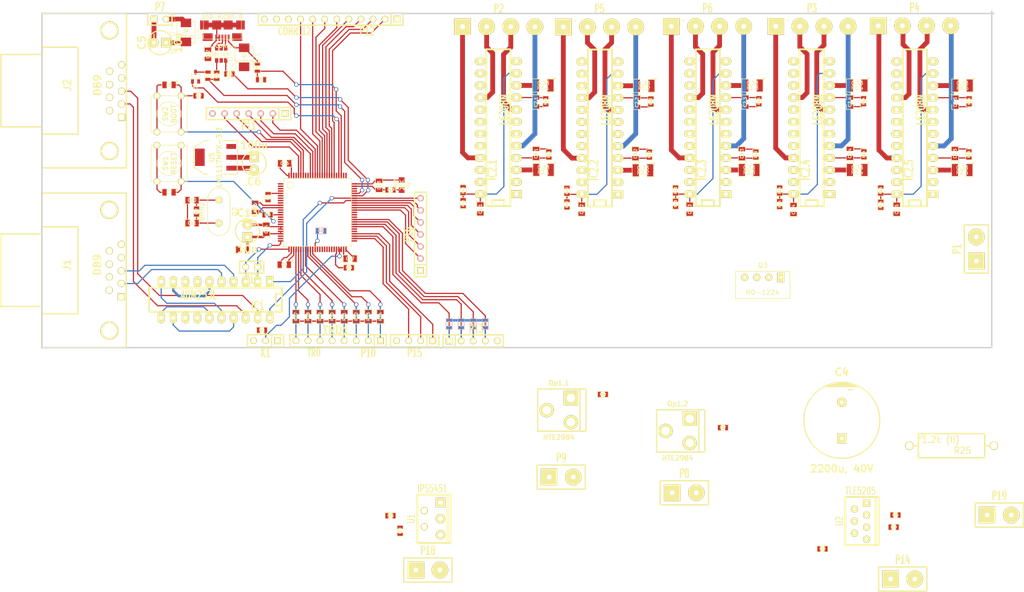
<source format=kicad_pcb>
(kicad_pcb (version 3) (host pcbnew "(2013-feb-26)-stable")
  (layers (15 F.Cu signal) (2 ground.Cu power) (1 power.Cu power) (0 B.Cu signal) (18 B.Paste user) (19 F.Paste user) (20 B.SilkS user) (21 F.SilkS user) (22 B.Mask user) (23 F.Mask user) (28 Edge.Cuts user))
  (net 0 "")
  (net 1 +3.3V)
  (net 2 +5V)
  (net 3 /EP0)
  (net 4 /EP1)
  (net 5 /EP2)
  (net 6 /EP3)
  (net 7 "/Filters slit #1/+10V")
  (net 8 "/Filters slit #1/+24V")
  (net 9 "/Filters slit #1/A")
  (net 10 "/Filters slit #1/A*")
  (net 11 "/Filters slit #1/B")
  (net 12 "/Filters slit #1/B*")
  (net 13 "/Filters slit #1/SM_CLK")
  (net 14 "/Filters slit #1/SM_DIR")
  (net 15 "/Filters slit #1/SM_EN")
  (net 16 "/Filters slit #2/A")
  (net 17 "/Filters slit #2/A*")
  (net 18 "/Filters slit #2/B")
  (net 19 "/Filters slit #2/B*")
  (net 20 "/Filters slit #2/SM_DIR")
  (net 21 "/Filters slit #2/SM_EN")
  (net 22 /Hall0)
  (net 23 /Hall1)
  (net 24 /Hall2)
  (net 25 /Hall3)
  (net 26 /Hall4)
  (net 27 /Hall5)
  (net 28 /Hall6)
  (net 29 /Hall7)
  (net 30 /Hall8)
  (net 31 /Hall9)
  (net 32 "/Long stage/A")
  (net 33 "/Long stage/A*")
  (net 34 "/Long stage/B")
  (net 35 "/Long stage/B*")
  (net 36 "/Long stage/SM_CLK")
  (net 37 "/Long stage/SM_DIR")
  (net 38 "/Long stage/SM_EN")
  (net 39 /POW3)
  (net 40 "/Power MOSFET module 1/GND_OUT")
  (net 41 "/Power MOSFET module 1/ON")
  (net 42 "/Power MOSFET module 2/GND_OUT")
  (net 43 "/Power MOSFET module 2/ON")
  (net 44 "/STM32F103 module/1-WIRE")
  (net 45 "/STM32F103 module/BOOT")
  (net 46 "/STM32F103 module/DG_FEEDBACK")
  (net 47 "/STM32F103 module/EXT0")
  (net 48 "/STM32F103 module/EXT1")
  (net 49 "/STM32F103 module/EXT2")
  (net 50 "/STM32F103 module/EXT3")
  (net 51 "/STM32F103 module/I2C_SCL/CANRX")
  (net 52 "/STM32F103 module/I2C_SDA/CANTX")
  (net 53 "/STM32F103 module/RS-232 level converter/UART_RX")
  (net 54 "/STM32F103 module/RS-232 level converter/UART_RX1")
  (net 55 "/STM32F103 module/RS-232 level converter/UART_TX")
  (net 56 "/STM32F103 module/RS-232 level converter/UART_TX1")
  (net 57 "/STM32F103 module/RST")
  (net 58 "/STM32F103 module/SHTR_FEEDBACK")
  (net 59 "/STM32F103 module/SPI1_MISO")
  (net 60 "/STM32F103 module/SPI1_MOSI")
  (net 61 "/STM32F103 module/SPI1_SCK")
  (net 62 "/STM32F103 module/SPI2_MISO")
  (net 63 "/STM32F103 module/SPI2_MOSI")
  (net 64 "/STM32F103 module/SPI2_SCK")
  (net 65 "/STM32F103 module/USB input circuit/USB_DISC")
  (net 66 "/STM32F103 module/USB input circuit/USB_DM")
  (net 67 "/STM32F103 module/USB input circuit/USB_DP")
  (net 68 "/STM32F103 module/USB input circuit/USB_POWER")
  (net 69 "/STM32F103 module/VDDA")
  (net 70 "/Short stage/A")
  (net 71 "/Short stage/A*")
  (net 72 "/Short stage/B")
  (net 73 "/Short stage/B*")
  (net 74 "/Short stage/SM_DIR")
  (net 75 "/Short stage/SM_EN")
  (net 76 "/Shutter MOSFET/+36V")
  (net 77 "/Shutter MOSFET/EF")
  (net 78 "/Shutter MOSFET/IN1")
  (net 79 "/Shutter MOSFET/IN2")
  (net 80 "/Shutter MOSFET/OUT1")
  (net 81 "/Shutter MOSFET/OUT2")
  (net 82 /T1_0)
  (net 83 /T1_1)
  (net 84 /T1_2)
  (net 85 /T1_3)
  (net 86 /T1_4)
  (net 87 /T1_5)
  (net 88 /T1_6)
  (net 89 /T1_7)
  (net 90 "/Turret slits/A")
  (net 91 "/Turret slits/A*")
  (net 92 "/Turret slits/B")
  (net 93 "/Turret slits/B*")
  (net 94 "/Turret slits/SM_DIR")
  (net 95 "/Turret slits/SM_EN")
  (net 96 GND)
  (net 97 N-00000104)
  (net 98 N-00000105)
  (net 99 N-00000106)
  (net 100 N-00000107)
  (net 101 N-00000108)
  (net 102 N-00000110)
  (net 103 N-00000112)
  (net 104 N-00000113)
  (net 105 N-00000114)
  (net 106 N-00000115)
  (net 107 N-00000116)
  (net 108 N-00000117)
  (net 109 N-00000119)
  (net 110 N-00000120)
  (net 111 N-00000121)
  (net 112 N-00000122)
  (net 113 N-00000123)
  (net 114 N-00000125)
  (net 115 N-00000126)
  (net 116 N-00000127)
  (net 117 N-00000128)
  (net 118 N-00000129)
  (net 119 N-00000130)
  (net 120 N-00000132)
  (net 121 N-00000135)
  (net 122 N-00000141)
  (net 123 N-00000145)
  (net 124 N-00000146)
  (net 125 N-00000151)
  (net 126 N-00000152)
  (net 127 N-00000153)
  (net 128 N-00000154)
  (net 129 N-00000155)
  (net 130 N-00000156)
  (net 131 N-0000031)
  (net 132 N-0000034)
  (net 133 N-0000038)
  (net 134 N-0000051)
  (net 135 N-0000052)
  (net 136 N-0000053)
  (net 137 N-0000054)
  (net 138 N-0000055)
  (net 139 N-0000067)
  (net 140 N-0000086)
  (net 141 N-0000088)
  (net 142 N-0000089)
  (module LQFP100_STM32 (layer F.Cu) (at 103 116.5)
    (fp_text reference U3)
    (fp_text value STM32F103 hide)
    (pad 1 smd rect (at -7.747 -5.99948) (size 1.20142 0.29972) (layers F.Cu F.Paste F.Mask) (net 20 "/Filters slit #2/SM_DIR"))
    (pad 2 smd rect (at -7.747 -5.4991) (size 1.20142 0.29972) (layers F.Cu F.Paste F.Mask) (net 37 "/Long stage/SM_DIR"))
    (pad 3 smd rect (at -7.747 -4.99872) (size 1.20142 0.29972) (layers F.Cu F.Paste F.Mask) (net 74 "/Short stage/SM_DIR"))
    (pad 4 smd rect (at -7.747 -4.49834) (size 1.20142 0.29972) (layers F.Cu F.Paste F.Mask))
    (pad 5 smd rect (at -7.747 -3.99796) (size 1.20142 0.29972) (layers F.Cu F.Paste F.Mask) (net 46 "/STM32F103 module/DG_FEEDBACK"))
    (pad 6 smd rect (at -7.747 -3.49758) (size 1.20142 0.30226) (layers F.Cu F.Paste F.Mask))
    (pad 7 smd rect (at -7.747 -2.99974) (size 1.20142 0.29972) (layers F.Cu F.Paste F.Mask))
    (pad 8 smd rect (at -7.747 -2.49936) (size 1.20142 0.29972) (layers F.Cu F.Paste F.Mask))
    (pad 9 smd rect (at -7.747 -1.99898) (size 1.20142 0.29972) (layers F.Cu F.Paste F.Mask))
    (pad 10 smd rect (at -7.747 -1.4986) (size 1.20142 0.29972) (layers F.Cu F.Paste F.Mask) (net 96 GND))
    (pad 11 smd rect (at -7.747 -0.99822) (size 1.20142 0.29972) (layers F.Cu F.Paste F.Mask) (net 1 +3.3V))
    (pad 12 smd rect (at -7.747 -0.49784) (size 1.20142 0.29972) (layers F.Cu F.Paste F.Mask) (net 141 N-0000088))
    (pad 13 smd rect (at -7.747 0) (size 1.20142 0.29972) (layers F.Cu F.Paste F.Mask) (net 142 N-0000089))
    (pad 14 smd rect (at -7.747 0.49784) (size 1.20142 0.29972) (layers F.Cu F.Paste F.Mask) (net 57 "/STM32F103 module/RST"))
    (pad 15 smd rect (at -7.747 0.99822) (size 1.20142 0.29972) (layers F.Cu F.Paste F.Mask) (net 79 "/Shutter MOSFET/IN2"))
    (pad 16 smd rect (at -7.747 1.4986) (size 1.20142 0.29972) (layers F.Cu F.Paste F.Mask) (net 77 "/Shutter MOSFET/EF"))
    (pad 17 smd rect (at -7.747 1.99898) (size 1.20142 0.29972) (layers F.Cu F.Paste F.Mask))
    (pad 18 smd rect (at -7.747 2.49936) (size 1.20142 0.29972) (layers F.Cu F.Paste F.Mask))
    (pad 19 smd rect (at -7.747 2.99974) (size 1.20142 0.29972) (layers F.Cu F.Paste F.Mask) (net 96 GND))
    (pad 20 smd rect (at -7.747 3.49758) (size 1.20142 0.30226) (layers F.Cu F.Paste F.Mask) (net 96 GND))
    (pad 21 smd rect (at -7.747 3.99796) (size 1.20142 0.29972) (layers F.Cu F.Paste F.Mask) (net 69 "/STM32F103 module/VDDA"))
    (pad 22 smd rect (at -7.747 4.49834) (size 1.20142 0.29972) (layers F.Cu F.Paste F.Mask) (net 69 "/STM32F103 module/VDDA"))
    (pad 23 smd rect (at -7.747 4.99872) (size 1.20142 0.29972) (layers F.Cu F.Paste F.Mask))
    (pad 24 smd rect (at -7.747 5.4991) (size 1.20142 0.29972) (layers F.Cu F.Paste F.Mask) (net 36 "/Long stage/SM_CLK"))
    (pad 25 smd rect (at -7.747 5.99948) (size 1.20142 0.29972) (layers F.Cu F.Paste F.Mask) (net 55 "/STM32F103 module/RS-232 level converter/UART_TX"))
    (pad 26 smd rect (at -5.99948 7.747) (size 0.29972 1.20142) (layers F.Cu F.Paste F.Mask) (net 53 "/STM32F103 module/RS-232 level converter/UART_RX"))
    (pad 27 smd rect (at -5.4991 7.747) (size 0.29972 1.20142) (layers F.Cu F.Paste F.Mask) (net 96 GND))
    (pad 28 smd rect (at -4.99872 7.747) (size 0.29972 1.20142) (layers F.Cu F.Paste F.Mask) (net 1 +3.3V))
    (pad 29 smd rect (at -4.49834 7.747) (size 0.29972 1.20142) (layers F.Cu F.Paste F.Mask) (net 89 /T1_7))
    (pad 30 smd rect (at -3.99796 7.747) (size 0.29972 1.20142) (layers F.Cu F.Paste F.Mask) (net 88 /T1_6))
    (pad 31 smd rect (at -3.49758 7.747) (size 0.30226 1.20142) (layers F.Cu F.Paste F.Mask) (net 87 /T1_5))
    (pad 32 smd rect (at -2.99974 7.747) (size 0.29972 1.20142) (layers F.Cu F.Paste F.Mask) (net 86 /T1_4))
    (pad 33 smd rect (at -2.49936 7.747) (size 0.29972 1.20142) (layers F.Cu F.Paste F.Mask) (net 85 /T1_3))
    (pad 34 smd rect (at -1.99898 7.747) (size 0.29972 1.20142) (layers F.Cu F.Paste F.Mask) (net 84 /T1_2))
    (pad 35 smd rect (at -1.4986 7.747) (size 0.29972 1.20142) (layers F.Cu F.Paste F.Mask) (net 83 /T1_1))
    (pad 36 smd rect (at -0.99822 7.747) (size 0.29972 1.20142) (layers F.Cu F.Paste F.Mask) (net 82 /T1_0))
    (pad 37 smd rect (at -0.49784 7.747) (size 0.29972 1.20142) (layers F.Cu F.Paste F.Mask) (net 139 N-0000067))
    (pad 38 smd rect (at 0 7.747) (size 0.29972 1.20142) (layers F.Cu F.Paste F.Mask) (net 95 "/Turret slits/SM_EN"))
    (pad 39 smd rect (at 0.49784 7.747) (size 0.29972 1.20142) (layers F.Cu F.Paste F.Mask) (net 15 "/Filters slit #1/SM_EN"))
    (pad 40 smd rect (at 0.99822 7.747) (size 0.29972 1.20142) (layers F.Cu F.Paste F.Mask) (net 21 "/Filters slit #2/SM_EN"))
    (pad 41 smd rect (at 1.4986 7.747) (size 0.29972 1.20142) (layers F.Cu F.Paste F.Mask) (net 38 "/Long stage/SM_EN"))
    (pad 42 smd rect (at 1.99898 7.747) (size 0.29972 1.20142) (layers F.Cu F.Paste F.Mask) (net 75 "/Short stage/SM_EN"))
    (pad 43 smd rect (at 2.49936 7.747) (size 0.29972 1.20142) (layers F.Cu F.Paste F.Mask) (net 78 "/Shutter MOSFET/IN1"))
    (pad 44 smd rect (at 2.99974 7.747) (size 0.29972 1.20142) (layers F.Cu F.Paste F.Mask) (net 41 "/Power MOSFET module 1/ON"))
    (pad 45 smd rect (at 3.49758 7.747) (size 0.30226 1.20142) (layers F.Cu F.Paste F.Mask) (net 43 "/Power MOSFET module 2/ON"))
    (pad 46 smd rect (at 3.99796 7.747) (size 0.29972 1.20142) (layers F.Cu F.Paste F.Mask) (net 39 /POW3))
    (pad 47 smd rect (at 4.49834 7.747) (size 0.29972 1.20142) (layers F.Cu F.Paste F.Mask) (net 44 "/STM32F103 module/1-WIRE"))
    (pad 48 smd rect (at 4.99872 7.747) (size 0.29972 1.20142) (layers F.Cu F.Paste F.Mask) (net 44 "/STM32F103 module/1-WIRE"))
    (pad 49 smd rect (at 5.4991 7.747) (size 0.29972 1.20142) (layers F.Cu F.Paste F.Mask) (net 96 GND))
    (pad 50 smd rect (at 5.99948 7.747) (size 0.29972 1.20142) (layers F.Cu F.Paste F.Mask) (net 1 +3.3V))
    (pad 51 smd rect (at 7.747 5.99948) (size 1.20142 0.29972) (layers F.Cu F.Paste F.Mask))
    (pad 52 smd rect (at 7.747 5.4991) (size 1.20142 0.29972) (layers F.Cu F.Paste F.Mask) (net 64 "/STM32F103 module/SPI2_SCK"))
    (pad 53 smd rect (at 7.747 4.99872) (size 1.20142 0.29972) (layers F.Cu F.Paste F.Mask) (net 62 "/STM32F103 module/SPI2_MISO"))
    (pad 54 smd rect (at 7.747 4.49834) (size 1.20142 0.29972) (layers F.Cu F.Paste F.Mask) (net 63 "/STM32F103 module/SPI2_MOSI"))
    (pad 55 smd rect (at 7.747 3.99796) (size 1.20142 0.29972) (layers F.Cu F.Paste F.Mask) (net 30 /Hall8))
    (pad 56 smd rect (at 7.747 3.49758) (size 1.20142 0.30226) (layers F.Cu F.Paste F.Mask) (net 31 /Hall9))
    (pad 57 smd rect (at 7.747 2.99974) (size 1.20142 0.29972) (layers F.Cu F.Paste F.Mask) (net 3 /EP0))
    (pad 58 smd rect (at 7.747 2.49936) (size 1.20142 0.29972) (layers F.Cu F.Paste F.Mask) (net 4 /EP1))
    (pad 59 smd rect (at 7.747 1.99898) (size 1.20142 0.29972) (layers F.Cu F.Paste F.Mask) (net 5 /EP2))
    (pad 60 smd rect (at 7.747 1.4986) (size 1.20142 0.29972) (layers F.Cu F.Paste F.Mask) (net 6 /EP3))
    (pad 61 smd rect (at 7.747 0.99822) (size 1.20142 0.29972) (layers F.Cu F.Paste F.Mask))
    (pad 62 smd rect (at 7.747 0.49784) (size 1.20142 0.29972) (layers F.Cu F.Paste F.Mask))
    (pad 63 smd rect (at 7.747 0) (size 1.20142 0.29972) (layers F.Cu F.Paste F.Mask) (net 13 "/Filters slit #1/SM_CLK"))
    (pad 64 smd rect (at 7.747 -0.49784) (size 1.20142 0.29972) (layers F.Cu F.Paste F.Mask) (net 47 "/STM32F103 module/EXT0"))
    (pad 65 smd rect (at 7.747 -0.99822) (size 1.20142 0.29972) (layers F.Cu F.Paste F.Mask) (net 48 "/STM32F103 module/EXT1"))
    (pad 66 smd rect (at 7.747 -1.4986) (size 1.20142 0.29972) (layers F.Cu F.Paste F.Mask) (net 49 "/STM32F103 module/EXT2"))
    (pad 67 smd rect (at 7.747 -1.99898) (size 1.20142 0.29972) (layers F.Cu F.Paste F.Mask) (net 50 "/STM32F103 module/EXT3"))
    (pad 68 smd rect (at 7.747 -2.49936) (size 1.20142 0.29972) (layers F.Cu F.Paste F.Mask) (net 56 "/STM32F103 module/RS-232 level converter/UART_TX1"))
    (pad 69 smd rect (at 7.747 -2.99974) (size 1.20142 0.29972) (layers F.Cu F.Paste F.Mask) (net 54 "/STM32F103 module/RS-232 level converter/UART_RX1"))
    (pad 70 smd rect (at 7.747 -3.49758) (size 1.20142 0.30226) (layers F.Cu F.Paste F.Mask) (net 66 "/STM32F103 module/USB input circuit/USB_DM"))
    (pad 71 smd rect (at 7.747 -3.99796) (size 1.20142 0.29972) (layers F.Cu F.Paste F.Mask) (net 67 "/STM32F103 module/USB input circuit/USB_DP"))
    (pad 72 smd rect (at 7.747 -4.49834) (size 1.20142 0.29972) (layers F.Cu F.Paste F.Mask))
    (pad 73 smd rect (at 7.747 -4.99872) (size 1.20142 0.29972) (layers F.Cu F.Paste F.Mask))
    (pad 74 smd rect (at 7.747 -5.4991) (size 1.20142 0.29972) (layers F.Cu F.Paste F.Mask) (net 96 GND))
    (pad 75 smd rect (at 7.747 -5.99948) (size 1.20142 0.29972) (layers F.Cu F.Paste F.Mask) (net 1 +3.3V))
    (pad 76 smd rect (at 5.99948 -7.747) (size 0.29972 1.20142) (layers F.Cu F.Paste F.Mask))
    (pad 77 smd rect (at 5.4991 -7.747) (size 0.29972 1.20142) (layers F.Cu F.Paste F.Mask))
    (pad 78 smd rect (at 4.99872 -7.747) (size 0.29972 1.20142) (layers F.Cu F.Paste F.Mask) (net 68 "/STM32F103 module/USB input circuit/USB_POWER"))
    (pad 79 smd rect (at 4.49834 -7.747) (size 0.29972 1.20142) (layers F.Cu F.Paste F.Mask) (net 65 "/STM32F103 module/USB input circuit/USB_DISC"))
    (pad 80 smd rect (at 3.99796 -7.747) (size 0.29972 1.20142) (layers F.Cu F.Paste F.Mask))
    (pad 81 smd rect (at 3.49758 -7.747) (size 0.30226 1.20142) (layers F.Cu F.Paste F.Mask) (net 22 /Hall0))
    (pad 82 smd rect (at 2.99974 -7.747) (size 0.29972 1.20142) (layers F.Cu F.Paste F.Mask) (net 23 /Hall1))
    (pad 83 smd rect (at 2.49936 -7.747) (size 0.29972 1.20142) (layers F.Cu F.Paste F.Mask) (net 24 /Hall2))
    (pad 84 smd rect (at 1.99898 -7.747) (size 0.29972 1.20142) (layers F.Cu F.Paste F.Mask) (net 25 /Hall3))
    (pad 85 smd rect (at 1.4986 -7.747) (size 0.29972 1.20142) (layers F.Cu F.Paste F.Mask) (net 26 /Hall4))
    (pad 86 smd rect (at 0.99822 -7.747) (size 0.29972 1.20142) (layers F.Cu F.Paste F.Mask) (net 27 /Hall5))
    (pad 87 smd rect (at 0.49784 -7.747) (size 0.29972 1.20142) (layers F.Cu F.Paste F.Mask) (net 28 /Hall6))
    (pad 88 smd rect (at 0 -7.747) (size 0.29972 1.20142) (layers F.Cu F.Paste F.Mask) (net 29 /Hall7))
    (pad 89 smd rect (at -0.49784 -7.747) (size 0.29972 1.20142) (layers F.Cu F.Paste F.Mask) (net 61 "/STM32F103 module/SPI1_SCK"))
    (pad 90 smd rect (at -0.99822 -7.747) (size 0.29972 1.20142) (layers F.Cu F.Paste F.Mask) (net 59 "/STM32F103 module/SPI1_MISO"))
    (pad 91 smd rect (at -1.4986 -7.747) (size 0.29972 1.20142) (layers F.Cu F.Paste F.Mask) (net 60 "/STM32F103 module/SPI1_MOSI"))
    (pad 92 smd rect (at -1.99898 -7.747) (size 0.29972 1.20142) (layers F.Cu F.Paste F.Mask))
    (pad 93 smd rect (at -2.49936 -7.747) (size 0.29972 1.20142) (layers F.Cu F.Paste F.Mask))
    (pad 94 smd rect (at -2.99974 -7.747) (size 0.29972 1.20142) (layers F.Cu F.Paste F.Mask) (net 45 "/STM32F103 module/BOOT"))
    (pad 95 smd rect (at -3.49758 -7.747) (size 0.30226 1.20142) (layers F.Cu F.Paste F.Mask) (net 51 "/STM32F103 module/I2C_SCL/CANRX"))
    (pad 96 smd rect (at -3.99796 -7.747) (size 0.29972 1.20142) (layers F.Cu F.Paste F.Mask) (net 52 "/STM32F103 module/I2C_SDA/CANTX"))
    (pad 97 smd rect (at -4.49834 -7.747) (size 0.29972 1.20142) (layers F.Cu F.Paste F.Mask) (net 94 "/Turret slits/SM_DIR"))
    (pad 98 smd rect (at -4.99872 -7.747) (size 0.29972 1.20142) (layers F.Cu F.Paste F.Mask) (net 14 "/Filters slit #1/SM_DIR"))
    (pad 99 smd rect (at -5.4991 -7.747) (size 0.29972 1.20142) (layers F.Cu F.Paste F.Mask) (net 96 GND))
    (pad 100 smd rect (at -5.99948 -7.747) (size 0.29972 1.20142) (layers F.Cu F.Paste F.Mask) (net 1 +3.3V))
  )
  (module TO220-7-12 (layer F.Cu) (at 217.297 181.483)
    (fp_text reference U2 (at -4.445 0 90) (layer F.SilkS) (effects (font (size 1.524 1.016) (thickness 0.2032))))
    (fp_text value TLE5205 (at 0 -6.35) (layer F.SilkS) (effects (font (size 1.524 1.016) (thickness 0.2032))))
    (pad 7 thru_hole circle (at 1.27 3.81) (size 1.5 1.5) (drill 0.6) (layers *.Cu *.Mask F.SilkS) (net 81 "/Shutter MOSFET/OUT2"))
    (pad 1 thru_hole rect (at 1.27 -3.81) (size 1.5 1.5) (drill 0.6) (layers *.Cu *.Mask F.SilkS) (net 80 "/Shutter MOSFET/OUT1"))
    (pad 5 thru_hole circle (at 1.27 1.27) (size 1.5 1.5) (drill 0.6) (layers *.Cu *.Mask F.SilkS) (net 79 "/Shutter MOSFET/IN2"))
    (pad 6 thru_hole circle (at -1.27 2.54) (size 1.5 1.5) (drill 0.6) (layers *.Cu *.Mask F.SilkS) (net 117 N-00000128))
    (pad 2 thru_hole circle (at -1.27 -2.54) (size 1.5 1.5) (drill 0.6) (layers *.Cu *.Mask F.SilkS) (net 77 "/Shutter MOSFET/EF"))
    (pad 3 thru_hole circle (at 1.27 -1.27) (size 1.5 1.5) (drill 0.6) (layers *.Cu *.Mask F.SilkS) (net 78 "/Shutter MOSFET/IN1"))
    (pad 4 thru_hole circle (at -1.27 0) (size 1.5 1.5) (drill 0.6) (layers *.Cu *.Mask F.SilkS) (net 96 GND))
  )
  (module SW_PUSH_SMALL (layer F.Cu) (at 71.755 95.758 90)
    (fp_text reference SW2 (at 0 -0.762 90) (layer F.SilkS) (effects (font (size 1.016 1.016) (thickness 0.2032))))
    (fp_text value BOOT (at 0 1.016 90) (layer F.SilkS) (effects (font (size 1.016 1.016) (thickness 0.2032))))
    (pad 1 thru_hole circle (at 3.81 -2.54 90) (size 1.397 1.397) (drill 0.8128) (layers *.Cu *.Mask F.SilkS) (net 1 +3.3V))
    (pad 2 thru_hole circle (at 3.81 2.54 90) (size 1.397 1.397) (drill 0.8128) (layers *.Cu *.Mask F.SilkS) (net 45 "/STM32F103 module/BOOT"))
    (pad 1 thru_hole circle (at -3.81 -2.54 90) (size 1.397 1.397) (drill 0.8128) (layers *.Cu *.Mask F.SilkS) (net 1 +3.3V))
    (pad 2 thru_hole circle (at -3.81 2.54 90) (size 1.397 1.397) (drill 0.8128) (layers *.Cu *.Mask F.SilkS) (net 45 "/STM32F103 module/BOOT"))
  )
  (module SW_PUSH_SMALL (layer F.Cu) (at 71.755 106.172 90)
    (fp_text reference SW1 (at 0 -0.762 90) (layer F.SilkS) (effects (font (size 1.016 1.016) (thickness 0.2032))))
    (fp_text value RESET (at 0 1.016 90) (layer F.SilkS) (effects (font (size 1.016 1.016) (thickness 0.2032))))
    (pad 1 thru_hole circle (at 3.81 -2.54 90) (size 1.397 1.397) (drill 0.8128) (layers *.Cu *.Mask F.SilkS) (net 96 GND))
    (pad 2 thru_hole circle (at 3.81 2.54 90) (size 1.397 1.397) (drill 0.8128) (layers *.Cu *.Mask F.SilkS) (net 57 "/STM32F103 module/RST"))
    (pad 1 thru_hole circle (at -3.81 -2.54 90) (size 1.397 1.397) (drill 0.8128) (layers *.Cu *.Mask F.SilkS) (net 96 GND))
    (pad 2 thru_hole circle (at -3.81 2.54 90) (size 1.397 1.397) (drill 0.8128) (layers *.Cu *.Mask F.SilkS) (net 57 "/STM32F103 module/RST"))
  )
  (module SOT323 (layer F.Cu) (at 77.3349 87.9217 180)
    (fp_text reference Q1 (at 0.127 -2.032 180) (layer F.SilkS) (effects (font (size 0.762 0.762) (thickness 0.09906))))
    (fp_text value DTA114Y hide)
    (pad 2 smd rect (at -0.65024 -0.94996 180) (size 0.59944 1.00076) (layers F.Cu F.Paste F.Mask) (net 1 +3.3V))
    (pad 1 smd rect (at 0.65024 -0.94996 180) (size 0.59944 1.00076) (layers F.Cu F.Paste F.Mask) (net 65 "/STM32F103 module/USB input circuit/USB_DISC"))
    (pad 3 smd rect (at 0 0.94996 180) (size 0.59944 1.00076) (layers F.Cu F.Paste F.Mask) (net 125 N-00000151))
  )
  (module SOT23_6 (layer F.Cu) (at 82.7324 83.2227 180)
    (fp_text reference U4 (at 1.99898 0 270) (layer F.SilkS) (effects (font (size 0.762 0.762) (thickness 0.0762))))
    (fp_text value USBLC6-2 (at 0.0635 0 180) (layer F.SilkS) (effects (font (size 0.50038 0.50038) (thickness 0.0762))))
    (pad 6 smd rect (at -0.9525 -1.27 180) (size 0.70104 1.00076) (layers F.Cu F.Paste F.Mask) (net 127 N-00000153))
    (pad 5 smd rect (at 0 -1.27 180) (size 0.70104 1.00076) (layers F.Cu F.Paste F.Mask) (net 1 +3.3V))
    (pad 4 smd rect (at 0.9525 -1.27 180) (size 0.70104 1.00076) (layers F.Cu F.Paste F.Mask) (net 126 N-00000152))
    (pad 3 smd rect (at 0.9525 1.27 180) (size 0.70104 1.00076) (layers F.Cu F.Paste F.Mask) (net 129 N-00000155))
    (pad 2 smd rect (at 0 1.27 180) (size 0.70104 1.00076) (layers F.Cu F.Paste F.Mask) (net 96 GND))
    (pad 1 smd rect (at -0.9525 1.27 180) (size 0.70104 1.00076) (layers F.Cu F.Paste F.Mask) (net 128 N-00000154))
  )
  (module SM1210 (layer F.Cu) (at 238.703 107.5875 180)
    (fp_text reference R2.5 (at 0 -0.508 180) (layer F.SilkS) (effects (font (size 0.762 0.762) (thickness 0.127))))
    (fp_text value 0.33 (at 0 0.508 180) (layer F.SilkS) (effects (font (size 0.762 0.762) (thickness 0.127))))
    (pad 1 smd rect (at -1.524 0 180) (size 1.27 2.54) (layers F.Cu F.Paste F.Mask) (net 96 GND))
    (pad 2 smd rect (at 1.524 0 180) (size 1.27 2.54) (layers F.Cu F.Paste F.Mask) (net 111 N-00000121))
  )
  (module SM1210 (layer F.Cu) (at 193.8655 107.569 180)
    (fp_text reference R2.3 (at 0 -0.508 180) (layer F.SilkS) (effects (font (size 0.762 0.762) (thickness 0.127))))
    (fp_text value 0.33 (at 0 0.508 180) (layer F.SilkS) (effects (font (size 0.762 0.762) (thickness 0.127))))
    (pad 1 smd rect (at -1.524 0 180) (size 1.27 2.54) (layers F.Cu F.Paste F.Mask) (net 96 GND))
    (pad 2 smd rect (at 1.524 0 180) (size 1.27 2.54) (layers F.Cu F.Paste F.Mask) (net 136 N-0000053))
  )
  (module SM1210 (layer F.Cu) (at 216.5985 107.569 180)
    (fp_text reference R2.4 (at 0 -0.508 180) (layer F.SilkS) (effects (font (size 0.762 0.762) (thickness 0.127))))
    (fp_text value 0.33 (at 0 0.508 180) (layer F.SilkS) (effects (font (size 0.762 0.762) (thickness 0.127))))
    (pad 1 smd rect (at -1.524 0 180) (size 1.27 2.54) (layers F.Cu F.Paste F.Mask) (net 96 GND))
    (pad 2 smd rect (at 1.524 0 180) (size 1.27 2.54) (layers F.Cu F.Paste F.Mask) (net 112 N-00000122))
  )
  (module SM1210 (layer F.Cu) (at 216.5985 89.789 180)
    (fp_text reference R1.4 (at 0 -0.508 180) (layer F.SilkS) (effects (font (size 0.762 0.762) (thickness 0.127))))
    (fp_text value 0.33 (at 0 0.508 180) (layer F.SilkS) (effects (font (size 0.762 0.762) (thickness 0.127))))
    (pad 1 smd rect (at -1.524 0 180) (size 1.27 2.54) (layers F.Cu F.Paste F.Mask) (net 96 GND))
    (pad 2 smd rect (at 1.524 0 180) (size 1.27 2.54) (layers F.Cu F.Paste F.Mask) (net 113 N-00000123))
  )
  (module SM1210 (layer F.Cu) (at 171.5135 107.6325 180)
    (fp_text reference R2.2 (at 0 -0.508 180) (layer F.SilkS) (effects (font (size 0.762 0.762) (thickness 0.127))))
    (fp_text value 0.33 (at 0 0.508 180) (layer F.SilkS) (effects (font (size 0.762 0.762) (thickness 0.127))))
    (pad 1 smd rect (at -1.524 0 180) (size 1.27 2.54) (layers F.Cu F.Paste F.Mask) (net 96 GND))
    (pad 2 smd rect (at 1.524 0 180) (size 1.27 2.54) (layers F.Cu F.Paste F.Mask) (net 99 N-00000106))
  )
  (module SM1210 (layer F.Cu) (at 171.7675 89.8525 180)
    (fp_text reference R1.2 (at 0 -0.508 180) (layer F.SilkS) (effects (font (size 0.762 0.762) (thickness 0.127))))
    (fp_text value 0.33 (at 0 0.508 180) (layer F.SilkS) (effects (font (size 0.762 0.762) (thickness 0.127))))
    (pad 1 smd rect (at -1.524 0 180) (size 1.27 2.54) (layers F.Cu F.Paste F.Mask) (net 96 GND))
    (pad 2 smd rect (at 1.524 0 180) (size 1.27 2.54) (layers F.Cu F.Paste F.Mask) (net 100 N-00000107))
  )
  (module SM1210 (layer F.Cu) (at 194.564 89.789 180)
    (fp_text reference R1.3 (at 0 -0.508 180) (layer F.SilkS) (effects (font (size 0.762 0.762) (thickness 0.127))))
    (fp_text value 0.33 (at 0 0.508 180) (layer F.SilkS) (effects (font (size 0.762 0.762) (thickness 0.127))))
    (pad 1 smd rect (at -1.524 0 180) (size 1.27 2.54) (layers F.Cu F.Paste F.Mask) (net 96 GND))
    (pad 2 smd rect (at 1.524 0 180) (size 1.27 2.54) (layers F.Cu F.Paste F.Mask) (net 137 N-0000054))
  )
  (module SM1210 (layer F.Cu) (at 238.7665 89.8075 180)
    (fp_text reference R1.5 (at 0 -0.508 180) (layer F.SilkS) (effects (font (size 0.762 0.762) (thickness 0.127))))
    (fp_text value 0.33 (at 0 0.508 180) (layer F.SilkS) (effects (font (size 0.762 0.762) (thickness 0.127))))
    (pad 1 smd rect (at -1.524 0 180) (size 1.27 2.54) (layers F.Cu F.Paste F.Mask) (net 96 GND))
    (pad 2 smd rect (at 1.524 0 180) (size 1.27 2.54) (layers F.Cu F.Paste F.Mask) (net 107 N-00000116))
  )
  (module SM1210 (layer F.Cu) (at 150.5709 107.5456 180)
    (fp_text reference R2.1 (at 0 -0.508 180) (layer F.SilkS) (effects (font (size 0.762 0.762) (thickness 0.127))))
    (fp_text value 0.33 (at 0 0.508 180) (layer F.SilkS) (effects (font (size 0.762 0.762) (thickness 0.127))))
    (pad 1 smd rect (at -1.524 0 180) (size 1.27 2.54) (layers F.Cu F.Paste F.Mask) (net 96 GND))
    (pad 2 smd rect (at 1.524 0 180) (size 1.27 2.54) (layers F.Cu F.Paste F.Mask) (net 106 N-00000115))
  )
  (module SM1210 (layer F.Cu) (at 150.5201 89.7656 180)
    (fp_text reference R1.1 (at 0 -0.508 180) (layer F.SilkS) (effects (font (size 0.762 0.762) (thickness 0.127))))
    (fp_text value 0.33 (at 0 0.508 180) (layer F.SilkS) (effects (font (size 0.762 0.762) (thickness 0.127))))
    (pad 1 smd rect (at -1.524 0 180) (size 1.27 2.54) (layers F.Cu F.Paste F.Mask) (net 96 GND))
    (pad 2 smd rect (at 1.524 0 180) (size 1.27 2.54) (layers F.Cu F.Paste F.Mask) (net 104 N-00000113))
  )
  (module SM0805 (layer F.Cu) (at 71.755 112.268 180)
    (fp_text reference C7 (at 0 0 180) (layer F.SilkS) (effects (font (size 0.635 0.635) (thickness 0.127))))
    (fp_text value 100n hide)
    (pad 1 smd rect (at -0.9525 0 180) (size 0.889 1.397) (layers F.Cu F.Paste F.Mask) (net 57 "/STM32F103 module/RST"))
    (pad 2 smd rect (at 0.9525 0 180) (size 0.889 1.397) (layers F.Cu F.Paste F.Mask) (net 96 GND))
  )
  (module SM0805 (layer F.Cu) (at 76.589 118.745)
    (fp_text reference C11 (at 0 0) (layer F.SilkS) (effects (font (size 0.635 0.635) (thickness 0.127))))
    (fp_text value 27p hide)
    (pad 1 smd rect (at -0.9525 0) (size 0.889 1.397) (layers F.Cu F.Paste F.Mask) (net 96 GND))
    (pad 2 smd rect (at 0.9525 0) (size 0.889 1.397) (layers F.Cu F.Paste F.Mask) (net 142 N-0000089))
  )
  (module SM0805 (layer F.Cu) (at 87.249 124.333)
    (fp_text reference L1 (at 0 0) (layer F.SilkS) (effects (font (size 0.635 0.635) (thickness 0.127))))
    (fp_text value BMB2A0300AN1 hide)
    (pad 1 smd rect (at -0.9525 0) (size 0.889 1.397) (layers F.Cu F.Paste F.Mask) (net 1 +3.3V))
    (pad 2 smd rect (at 0.9525 0) (size 0.889 1.397) (layers F.Cu F.Paste F.Mask) (net 69 "/STM32F103 module/VDDA"))
  )
  (module SM0805 (layer F.Cu) (at 92.202 120.0404 90)
    (fp_text reference C14 (at 0 0 90) (layer F.SilkS) (effects (font (size 0.635 0.635) (thickness 0.127))))
    (fp_text value 100n hide)
    (pad 1 smd rect (at -0.9525 0 90) (size 0.889 1.397) (layers F.Cu F.Paste F.Mask) (net 69 "/STM32F103 module/VDDA"))
    (pad 2 smd rect (at 0.9525 0 90) (size 0.889 1.397) (layers F.Cu F.Paste F.Mask) (net 96 GND))
  )
  (module SM0805 (layer F.Cu) (at 215.0745 93.2815 270)
    (fp_text reference C2.4 (at 0 0 270) (layer F.SilkS) (effects (font (size 0.635 0.635) (thickness 0.127))))
    (fp_text value 1n hide)
    (pad 1 smd rect (at -0.9525 0 270) (size 0.889 1.397) (layers F.Cu F.Paste F.Mask) (net 114 N-00000125))
    (pad 2 smd rect (at 0.9525 0 270) (size 0.889 1.397) (layers F.Cu F.Paste F.Mask) (net 96 GND))
  )
  (module SM0805 (layer F.Cu) (at 181.356 115.824 270)
    (fp_text reference C1.3 (at 0 0 270) (layer F.SilkS) (effects (font (size 0.635 0.635) (thickness 0.127))))
    (fp_text value 68n hide)
    (pad 1 smd rect (at -0.9525 0 270) (size 0.889 1.397) (layers F.Cu F.Paste F.Mask) (net 138 N-0000055))
    (pad 2 smd rect (at 0.9525 0 270) (size 0.889 1.397) (layers F.Cu F.Paste F.Mask) (net 96 GND))
  )
  (module SM0805 (layer F.Cu) (at 103.54 138.43 90)
    (fp_text reference R29 (at 0 0 90) (layer F.SilkS) (effects (font (size 0.635 0.635) (thickness 0.127))))
    (fp_text value RT0805BRB071KL hide)
    (pad 1 smd rect (at -0.9525 0 90) (size 0.889 1.397) (layers F.Cu F.Paste F.Mask) (net 69 "/STM32F103 module/VDDA"))
    (pad 2 smd rect (at 0.9525 0 90) (size 0.889 1.397) (layers F.Cu F.Paste F.Mask) (net 87 /T1_5))
  )
  (module SM0805 (layer F.Cu) (at 96 127.5 180)
    (fp_text reference C9 (at 0 0 180) (layer F.SilkS) (effects (font (size 0.635 0.635) (thickness 0.127))))
    (fp_text value 100n hide)
    (pad 1 smd rect (at -0.9525 0 180) (size 0.889 1.397) (layers F.Cu F.Paste F.Mask) (net 1 +3.3V))
    (pad 2 smd rect (at 0.9525 0 180) (size 0.889 1.397) (layers F.Cu F.Paste F.Mask) (net 96 GND))
  )
  (module SM0805 (layer F.Cu) (at 76.589 113.919)
    (fp_text reference C10 (at 0 0) (layer F.SilkS) (effects (font (size 0.635 0.635) (thickness 0.127))))
    (fp_text value 27p hide)
    (pad 1 smd rect (at -0.9525 0) (size 0.889 1.397) (layers F.Cu F.Paste F.Mask) (net 96 GND))
    (pad 2 smd rect (at 0.9525 0) (size 0.889 1.397) (layers F.Cu F.Paste F.Mask) (net 141 N-0000088))
  )
  (module SM0805 (layer F.Cu) (at 89.8605 115.443 270)
    (fp_text reference C15 (at 0 0 270) (layer F.SilkS) (effects (font (size 0.635 0.635) (thickness 0.127))))
    (fp_text value 100n hide)
    (pad 1 smd rect (at -0.9525 0 270) (size 0.889 1.397) (layers F.Cu F.Paste F.Mask) (net 96 GND))
    (pad 2 smd rect (at 0.9525 0 270) (size 0.889 1.397) (layers F.Cu F.Paste F.Mask) (net 1 +3.3V))
  )
  (module SM0805 (layer F.Cu) (at 79.9384 83.2227 270)
    (fp_text reference C12 (at 0 0 270) (layer F.SilkS) (effects (font (size 0.635 0.635) (thickness 0.127))))
    (fp_text value 100n hide)
    (pad 1 smd rect (at -0.9525 0 270) (size 0.889 1.397) (layers F.Cu F.Paste F.Mask) (net 96 GND))
    (pad 2 smd rect (at 0.9525 0 270) (size 0.889 1.397) (layers F.Cu F.Paste F.Mask) (net 1 +3.3V))
  )
  (module SM0805 (layer F.Cu) (at 215.0745 104.0765 90)
    (fp_text reference C3.4 (at 0 0 90) (layer F.SilkS) (effects (font (size 0.635 0.635) (thickness 0.127))))
    (fp_text value 1n hide)
    (pad 1 smd rect (at -0.9525 0 90) (size 0.889 1.397) (layers F.Cu F.Paste F.Mask) (net 115 N-00000126))
    (pad 2 smd rect (at 0.9525 0 90) (size 0.889 1.397) (layers F.Cu F.Paste F.Mask) (net 96 GND))
  )
  (module SM0805 (layer F.Cu) (at 71.755 89.662 180)
    (fp_text reference C8 (at 0 0 180) (layer F.SilkS) (effects (font (size 0.635 0.635) (thickness 0.127))))
    (fp_text value 100n hide)
    (pad 1 smd rect (at -0.9525 0 180) (size 0.889 1.397) (layers F.Cu F.Paste F.Mask) (net 45 "/STM32F103 module/BOOT"))
    (pad 2 smd rect (at 0.9525 0 180) (size 0.889 1.397) (layers F.Cu F.Paste F.Mask) (net 1 +3.3V))
  )
  (module SM0805 (layer F.Cu) (at 203.2 115.8875 270)
    (fp_text reference C1.4 (at 0 0 270) (layer F.SilkS) (effects (font (size 0.635 0.635) (thickness 0.127))))
    (fp_text value 68n hide)
    (pad 1 smd rect (at -0.9525 0 270) (size 0.889 1.397) (layers F.Cu F.Paste F.Mask) (net 116 N-00000127))
    (pad 2 smd rect (at 0.9525 0 270) (size 0.889 1.397) (layers F.Cu F.Paste F.Mask) (net 96 GND))
  )
  (module SM0805 (layer F.Cu) (at 192.3415 104.14 90)
    (fp_text reference C3.3 (at 0 0 90) (layer F.SilkS) (effects (font (size 0.635 0.635) (thickness 0.127))))
    (fp_text value 1n hide)
    (pad 1 smd rect (at -0.9525 0 90) (size 0.889 1.397) (layers F.Cu F.Paste F.Mask) (net 134 N-0000051))
    (pad 2 smd rect (at 0.9525 0 90) (size 0.889 1.397) (layers F.Cu F.Paste F.Mask) (net 96 GND))
  )
  (module SM0805 (layer F.Cu) (at 116.24 138.43 90)
    (fp_text reference R34 (at 0 0 90) (layer F.SilkS) (effects (font (size 0.635 0.635) (thickness 0.127))))
    (fp_text value RT0805BRB071KL hide)
    (pad 1 smd rect (at -0.9525 0 90) (size 0.889 1.397) (layers F.Cu F.Paste F.Mask) (net 69 "/STM32F103 module/VDDA"))
    (pad 2 smd rect (at 0.9525 0 90) (size 0.889 1.397) (layers F.Cu F.Paste F.Mask) (net 82 /T1_0))
  )
  (module SM0805 (layer F.Cu) (at 113.7 138.43 90)
    (fp_text reference R33 (at 0 0 90) (layer F.SilkS) (effects (font (size 0.635 0.635) (thickness 0.127))))
    (fp_text value RT0805BRB071KL hide)
    (pad 1 smd rect (at -0.9525 0 90) (size 0.889 1.397) (layers F.Cu F.Paste F.Mask) (net 69 "/STM32F103 module/VDDA"))
    (pad 2 smd rect (at 0.9525 0 90) (size 0.889 1.397) (layers F.Cu F.Paste F.Mask) (net 83 /T1_1))
  )
  (module SM0805 (layer F.Cu) (at 224.9235 115.8425 270)
    (fp_text reference C1.5 (at 0 0 270) (layer F.SilkS) (effects (font (size 0.635 0.635) (thickness 0.127))))
    (fp_text value 68n hide)
    (pad 1 smd rect (at -0.9525 0 270) (size 0.889 1.397) (layers F.Cu F.Paste F.Mask) (net 108 N-00000117))
    (pad 2 smd rect (at 0.9525 0 270) (size 0.889 1.397) (layers F.Cu F.Paste F.Mask) (net 96 GND))
  )
  (module SM0805 (layer F.Cu) (at 237.2425 93.3 270)
    (fp_text reference C2.5 (at 0 0 270) (layer F.SilkS) (effects (font (size 0.635 0.635) (thickness 0.127))))
    (fp_text value 1n hide)
    (pad 1 smd rect (at -0.9525 0 270) (size 0.889 1.397) (layers F.Cu F.Paste F.Mask) (net 109 N-00000119))
    (pad 2 smd rect (at 0.9525 0 270) (size 0.889 1.397) (layers F.Cu F.Paste F.Mask) (net 96 GND))
  )
  (module SM0805 (layer F.Cu) (at 158.623 115.824 270)
    (fp_text reference C1.2 (at 0 0 270) (layer F.SilkS) (effects (font (size 0.635 0.635) (thickness 0.127))))
    (fp_text value 68n hide)
    (pad 1 smd rect (at -0.9525 0 270) (size 0.889 1.397) (layers F.Cu F.Paste F.Mask) (net 101 N-00000108))
    (pad 2 smd rect (at 0.9525 0 270) (size 0.889 1.397) (layers F.Cu F.Paste F.Mask) (net 96 GND))
  )
  (module SM0805 (layer F.Cu) (at 237.179 104.095 90)
    (fp_text reference C3.5 (at 0 0 90) (layer F.SilkS) (effects (font (size 0.635 0.635) (thickness 0.127))))
    (fp_text value 1n hide)
    (pad 1 smd rect (at -0.9525 0 90) (size 0.889 1.397) (layers F.Cu F.Paste F.Mask) (net 110 N-00000120))
    (pad 2 smd rect (at 0.9525 0 90) (size 0.889 1.397) (layers F.Cu F.Paste F.Mask) (net 96 GND))
  )
  (module SM0805 (layer F.Cu) (at 170.2435 93.345 270)
    (fp_text reference C2.2 (at 0 0 270) (layer F.SilkS) (effects (font (size 0.635 0.635) (thickness 0.127))))
    (fp_text value 1n hide)
    (pad 1 smd rect (at -0.9525 0 270) (size 0.889 1.397) (layers F.Cu F.Paste F.Mask) (net 98 N-00000105))
    (pad 2 smd rect (at 0.9525 0 270) (size 0.889 1.397) (layers F.Cu F.Paste F.Mask) (net 96 GND))
  )
  (module SM0805 (layer F.Cu) (at 111.16 138.43 90)
    (fp_text reference R32 (at 0 0 90) (layer F.SilkS) (effects (font (size 0.635 0.635) (thickness 0.127))))
    (fp_text value RT0805BRB071KL hide)
    (pad 1 smd rect (at -0.9525 0 90) (size 0.889 1.397) (layers F.Cu F.Paste F.Mask) (net 69 "/STM32F103 module/VDDA"))
    (pad 2 smd rect (at 0.9525 0 90) (size 0.889 1.397) (layers F.Cu F.Paste F.Mask) (net 84 /T1_2))
  )
  (module SM0805 (layer F.Cu) (at 148.9961 104.0912 90)
    (fp_text reference C3.1 (at 0 0 90) (layer F.SilkS) (effects (font (size 0.635 0.635) (thickness 0.127))))
    (fp_text value 1n hide)
    (pad 1 smd rect (at -0.9525 0 90) (size 0.889 1.397) (layers F.Cu F.Paste F.Mask) (net 105 N-00000114))
    (pad 2 smd rect (at 0.9525 0 90) (size 0.889 1.397) (layers F.Cu F.Paste F.Mask) (net 96 GND))
  )
  (module SM0805 (layer F.Cu) (at 108.62 138.43 90)
    (fp_text reference R31 (at 0 0 90) (layer F.SilkS) (effects (font (size 0.635 0.635) (thickness 0.127))))
    (fp_text value RT0805BRB071KL hide)
    (pad 1 smd rect (at -0.9525 0 90) (size 0.889 1.397) (layers F.Cu F.Paste F.Mask) (net 69 "/STM32F103 module/VDDA"))
    (pad 2 smd rect (at 0.9525 0 90) (size 0.889 1.397) (layers F.Cu F.Paste F.Mask) (net 85 /T1_3))
  )
  (module SM0805 (layer F.Cu) (at 169.926 104.14 90)
    (fp_text reference C3.2 (at 0 0 90) (layer F.SilkS) (effects (font (size 0.635 0.635) (thickness 0.127))))
    (fp_text value 1n hide)
    (pad 1 smd rect (at -0.9525 0 90) (size 0.889 1.397) (layers F.Cu F.Paste F.Mask) (net 97 N-00000104))
    (pad 2 smd rect (at 0.9525 0 90) (size 0.889 1.397) (layers F.Cu F.Paste F.Mask) (net 96 GND))
  )
  (module SM0805 (layer F.Cu) (at 148.9961 93.2708 270)
    (fp_text reference C2.1 (at 0 0 270) (layer F.SilkS) (effects (font (size 0.635 0.635) (thickness 0.127))))
    (fp_text value 1n hide)
    (pad 1 smd rect (at -0.9525 0 270) (size 0.889 1.397) (layers F.Cu F.Paste F.Mask) (net 102 N-00000110))
    (pad 2 smd rect (at 0.9525 0 270) (size 0.889 1.397) (layers F.Cu F.Paste F.Mask) (net 96 GND))
  )
  (module SM0805 (layer F.Cu) (at 137.274 115.7625 270)
    (fp_text reference C1.1 (at 0 0 270) (layer F.SilkS) (effects (font (size 0.635 0.635) (thickness 0.127))))
    (fp_text value 68n hide)
    (pad 1 smd rect (at -0.9525 0 270) (size 0.889 1.397) (layers F.Cu F.Paste F.Mask) (net 103 N-00000112))
    (pad 2 smd rect (at 0.9525 0 270) (size 0.889 1.397) (layers F.Cu F.Paste F.Mask) (net 96 GND))
  )
  (module SM0805 (layer F.Cu) (at 106.08 138.43 90)
    (fp_text reference R30 (at 0 0 90) (layer F.SilkS) (effects (font (size 0.635 0.635) (thickness 0.127))))
    (fp_text value RT0805BRB071KL hide)
    (pad 1 smd rect (at -0.9525 0 90) (size 0.889 1.397) (layers F.Cu F.Paste F.Mask) (net 69 "/STM32F103 module/VDDA"))
    (pad 2 smd rect (at 0.9525 0 90) (size 0.889 1.397) (layers F.Cu F.Paste F.Mask) (net 86 /T1_4))
  )
  (module SM0805 (layer F.Cu) (at 193.04 93.2815 270)
    (fp_text reference C2.3 (at 0 0 270) (layer F.SilkS) (effects (font (size 0.635 0.635) (thickness 0.127))))
    (fp_text value 1n hide)
    (pad 1 smd rect (at -0.9525 0 270) (size 0.889 1.397) (layers F.Cu F.Paste F.Mask) (net 135 N-0000052))
    (pad 2 smd rect (at 0.9525 0 270) (size 0.889 1.397) (layers F.Cu F.Paste F.Mask) (net 96 GND))
  )
  (module SM0805 (layer F.Cu) (at 109.873 126.23)
    (fp_text reference C17 (at 0 0) (layer F.SilkS) (effects (font (size 0.635 0.635) (thickness 0.127))))
    (fp_text value 100n hide)
    (pad 1 smd rect (at -0.9525 0) (size 0.889 1.397) (layers F.Cu F.Paste F.Mask) (net 96 GND))
    (pad 2 smd rect (at 0.9525 0) (size 0.889 1.397) (layers F.Cu F.Paste F.Mask) (net 1 +3.3V))
  )
  (module SM0805 (layer F.Cu) (at 115.959 110.8075 90)
    (fp_text reference C18 (at 0 0 90) (layer F.SilkS) (effects (font (size 0.635 0.635) (thickness 0.127))))
    (fp_text value 100n hide)
    (pad 1 smd rect (at -0.9525 0 90) (size 0.889 1.397) (layers F.Cu F.Paste F.Mask) (net 96 GND))
    (pad 2 smd rect (at 0.9525 0 90) (size 0.889 1.397) (layers F.Cu F.Paste F.Mask) (net 1 +3.3V))
  )
  (module SM0805 (layer F.Cu) (at 96.0755 106.172 180)
    (fp_text reference C16 (at 0 0 180) (layer F.SilkS) (effects (font (size 0.635 0.635) (thickness 0.127))))
    (fp_text value 100n hide)
    (pad 1 smd rect (at -0.9525 0 180) (size 0.889 1.397) (layers F.Cu F.Paste F.Mask) (net 96 GND))
    (pad 2 smd rect (at 0.9525 0 180) (size 0.889 1.397) (layers F.Cu F.Paste F.Mask) (net 1 +3.3V))
  )
  (module SM0603 (layer F.Cu) (at 224.282 182.753 180)
    (fp_text reference R23 (at 0 0 180) (layer F.SilkS) (effects (font (size 0.508 0.4572) (thickness 0.1143))))
    (fp_text value 10k hide)
    (pad 1 smd rect (at -0.762 0 180) (size 0.635 1.143) (layers F.Cu F.Paste F.Mask) (net 1 +3.3V))
    (pad 2 smd rect (at 0.762 0 180) (size 0.635 1.143) (layers F.Cu F.Paste F.Mask) (net 79 "/Shutter MOSFET/IN2"))
  )
  (module SM0603 (layer F.Cu) (at 224.663 180.213 180)
    (fp_text reference R24 (at 0 0 180) (layer F.SilkS) (effects (font (size 0.508 0.4572) (thickness 0.1143))))
    (fp_text value 10k hide)
    (pad 1 smd rect (at -0.762 0 180) (size 0.635 1.143) (layers F.Cu F.Paste F.Mask) (net 1 +3.3V))
    (pad 2 smd rect (at 0.762 0 180) (size 0.635 1.143) (layers F.Cu F.Paste F.Mask) (net 78 "/Shutter MOSFET/IN1"))
  )
  (module SM0603 (layer F.Cu) (at 209.296 187.325)
    (fp_text reference R22 (at 0 0) (layer F.SilkS) (effects (font (size 0.508 0.4572) (thickness 0.1143))))
    (fp_text value 10k hide)
    (pad 1 smd rect (at -0.762 0) (size 0.635 1.143) (layers F.Cu F.Paste F.Mask) (net 1 +3.3V))
    (pad 2 smd rect (at 0.762 0) (size 0.635 1.143) (layers F.Cu F.Paste F.Mask) (net 77 "/Shutter MOSFET/EF"))
  )
  (module SM0603 (layer F.Cu) (at 188.341 161.798)
    (fp_text reference R37 (at 0 0) (layer F.SilkS) (effects (font (size 0.508 0.4572) (thickness 0.1143))))
    (fp_text value 10k hide)
    (pad 1 smd rect (at -0.762 0) (size 0.635 1.143) (layers F.Cu F.Paste F.Mask) (net 41 "/Power MOSFET module 1/ON"))
    (pad 2 smd rect (at 0.762 0) (size 0.635 1.143) (layers F.Cu F.Paste F.Mask) (net 96 GND))
  )
  (module SM0603 (layer F.Cu) (at 120.396 183.515 270)
    (fp_text reference R20 (at 0 0 270) (layer F.SilkS) (effects (font (size 0.508 0.4572) (thickness 0.1143))))
    (fp_text value 15k hide)
    (pad 1 smd rect (at -0.762 0 270) (size 0.635 1.143) (layers F.Cu F.Paste F.Mask) (net 58 "/STM32F103 module/SHTR_FEEDBACK"))
    (pad 2 smd rect (at 0.762 0 270) (size 0.635 1.143) (layers F.Cu F.Paste F.Mask) (net 1 +3.3V))
  )
  (module SM0603 (layer B.Cu) (at 135.7884 139.9794 90)
    (fp_text reference R15 (at 0 0 90) (layer B.SilkS) (effects (font (size 0.508 0.4572) (thickness 0.1143)) (justify mirror)))
    (fp_text value 10k hide)
    (pad 1 smd rect (at -0.762 0 90) (size 0.635 1.143) (layers B.Cu B.Paste B.Mask) (net 5 /EP2))
    (pad 2 smd rect (at 0.762 0 90) (size 0.635 1.143) (layers B.Cu B.Paste B.Mask) (net 2 +5V))
  )
  (module SM0603 (layer F.Cu) (at 163.068 154.813)
    (fp_text reference R38 (at 0 0) (layer F.SilkS) (effects (font (size 0.508 0.4572) (thickness 0.1143))))
    (fp_text value 10k hide)
    (pad 1 smd rect (at -0.762 0) (size 0.635 1.143) (layers F.Cu F.Paste F.Mask) (net 43 "/Power MOSFET module 2/ON"))
    (pad 2 smd rect (at 0.762 0) (size 0.635 1.143) (layers F.Cu F.Paste F.Mask) (net 96 GND))
  )
  (module SM0603 (layer F.Cu) (at 118.364 180.34 180)
    (fp_text reference R39 (at 0 0 180) (layer F.SilkS) (effects (font (size 0.508 0.4572) (thickness 0.1143))))
    (fp_text value 10k hide)
    (pad 1 smd rect (at -0.762 0 180) (size 0.635 1.143) (layers F.Cu F.Paste F.Mask) (net 39 /POW3))
    (pad 2 smd rect (at 0.762 0 180) (size 0.635 1.143) (layers F.Cu F.Paste F.Mask) (net 96 GND))
  )
  (module SM0603 (layer F.Cu) (at 90.3524 86.0167 90)
    (fp_text reference R8 (at 0 0 90) (layer F.SilkS) (effects (font (size 0.508 0.4572) (thickness 0.1143))))
    (fp_text value 15k hide)
    (pad 1 smd rect (at -0.762 0 90) (size 0.635 1.143) (layers F.Cu F.Paste F.Mask) (net 68 "/STM32F103 module/USB input circuit/USB_POWER"))
    (pad 2 smd rect (at 0.762 0 90) (size 0.635 1.143) (layers F.Cu F.Paste F.Mask) (net 130 N-00000156))
  )
  (module SM0603 (layer F.Cu) (at 91.1144 88.5567)
    (fp_text reference R7 (at 0 0) (layer F.SilkS) (effects (font (size 0.508 0.4572) (thickness 0.1143))))
    (fp_text value 22k hide)
    (pad 1 smd rect (at -0.762 0) (size 0.635 1.143) (layers F.Cu F.Paste F.Mask) (net 68 "/STM32F103 module/USB input circuit/USB_POWER"))
    (pad 2 smd rect (at 0.762 0) (size 0.635 1.143) (layers F.Cu F.Paste F.Mask) (net 96 GND))
  )
  (module SM0603 (layer F.Cu) (at 79.9384 87.7312 270)
    (fp_text reference R9 (at 0 0 270) (layer F.SilkS) (effects (font (size 0.508 0.4572) (thickness 0.1143))))
    (fp_text value 1.5k hide)
    (pad 1 smd rect (at -0.762 0 270) (size 0.635 1.143) (layers F.Cu F.Paste F.Mask) (net 125 N-00000151))
    (pad 2 smd rect (at 0.762 0 270) (size 0.635 1.143) (layers F.Cu F.Paste F.Mask) (net 67 "/STM32F103 module/USB input circuit/USB_DP"))
  )
  (module SM0603 (layer F.Cu) (at 84.4469 87.3502)
    (fp_text reference R35 (at 0 0) (layer F.SilkS) (effects (font (size 0.508 0.4572) (thickness 0.1143))))
    (fp_text value 22 hide)
    (pad 1 smd rect (at -0.762 0) (size 0.635 1.143) (layers F.Cu F.Paste F.Mask) (net 127 N-00000153))
    (pad 2 smd rect (at 0.762 0) (size 0.635 1.143) (layers F.Cu F.Paste F.Mask) (net 66 "/STM32F103 module/USB input circuit/USB_DM"))
  )
  (module SM0603 (layer F.Cu) (at 81.7799 87.7312 270)
    (fp_text reference R36 (at 0 0 270) (layer F.SilkS) (effects (font (size 0.508 0.4572) (thickness 0.1143))))
    (fp_text value 22 hide)
    (pad 1 smd rect (at -0.762 0 270) (size 0.635 1.143) (layers F.Cu F.Paste F.Mask) (net 126 N-00000152))
    (pad 2 smd rect (at 0.762 0 270) (size 0.635 1.143) (layers F.Cu F.Paste F.Mask) (net 67 "/STM32F103 module/USB input circuit/USB_DP"))
  )
  (module SM0603 (layer F.Cu) (at 178.3715 111.887 90)
    (fp_text reference R3.3 (at 0 0 90) (layer F.SilkS) (effects (font (size 0.508 0.4572) (thickness 0.1143))))
    (fp_text value 22k hide)
    (pad 1 smd rect (at -0.762 0 90) (size 0.635 1.143) (layers F.Cu F.Paste F.Mask) (net 138 N-0000055))
    (pad 2 smd rect (at 0.762 0 90) (size 0.635 1.143) (layers F.Cu F.Paste F.Mask) (net 2 +5V))
  )
  (module SM0603 (layer F.Cu) (at 195.8975 93.091 270)
    (fp_text reference R5.3 (at 0 0 270) (layer F.SilkS) (effects (font (size 0.508 0.4572) (thickness 0.1143))))
    (fp_text value 51k hide)
    (pad 1 smd rect (at -0.762 0 270) (size 0.635 1.143) (layers F.Cu F.Paste F.Mask) (net 135 N-0000052))
    (pad 2 smd rect (at 0.762 0 270) (size 0.635 1.143) (layers F.Cu F.Paste F.Mask) (net 96 GND))
  )
  (module SM0603 (layer F.Cu) (at 172.847 104.3305 90)
    (fp_text reference R6.2 (at 0 0 90) (layer F.SilkS) (effects (font (size 0.508 0.4572) (thickness 0.1143))))
    (fp_text value 51k hide)
    (pad 1 smd rect (at -0.762 0 90) (size 0.635 1.143) (layers F.Cu F.Paste F.Mask) (net 97 N-00000104))
    (pad 2 smd rect (at 0.762 0 90) (size 0.635 1.143) (layers F.Cu F.Paste F.Mask) (net 96 GND))
  )
  (module SM0603 (layer F.Cu) (at 173.1645 93.1545 270)
    (fp_text reference R5.2 (at 0 0 270) (layer F.SilkS) (effects (font (size 0.508 0.4572) (thickness 0.1143))))
    (fp_text value 51k hide)
    (pad 1 smd rect (at -0.762 0 270) (size 0.635 1.143) (layers F.Cu F.Paste F.Mask) (net 98 N-00000105))
    (pad 2 smd rect (at 0.762 0 270) (size 0.635 1.143) (layers F.Cu F.Paste F.Mask) (net 96 GND))
  )
  (module SM0603 (layer F.Cu) (at 155.5115 111.9505 90)
    (fp_text reference R3.2 (at 0 0 90) (layer F.SilkS) (effects (font (size 0.508 0.4572) (thickness 0.1143))))
    (fp_text value 22k hide)
    (pad 1 smd rect (at -0.762 0 90) (size 0.635 1.143) (layers F.Cu F.Paste F.Mask) (net 101 N-00000108))
    (pad 2 smd rect (at 0.762 0 90) (size 0.635 1.143) (layers F.Cu F.Paste F.Mask) (net 2 +5V))
  )
  (module SM0603 (layer F.Cu) (at 195.2625 104.3305 90)
    (fp_text reference R6.3 (at 0 0 90) (layer F.SilkS) (effects (font (size 0.508 0.4572) (thickness 0.1143))))
    (fp_text value 51k hide)
    (pad 1 smd rect (at -0.762 0 90) (size 0.635 1.143) (layers F.Cu F.Paste F.Mask) (net 134 N-0000051))
    (pad 2 smd rect (at 0.762 0 90) (size 0.635 1.143) (layers F.Cu F.Paste F.Mask) (net 96 GND))
  )
  (module SM0603 (layer F.Cu) (at 155.5115 114.808 270)
    (fp_text reference R4.2 (at 0 0 270) (layer F.SilkS) (effects (font (size 0.508 0.4572) (thickness 0.1143))))
    (fp_text value 1.8k hide)
    (pad 1 smd rect (at -0.762 0 270) (size 0.635 1.143) (layers F.Cu F.Paste F.Mask) (net 101 N-00000108))
    (pad 2 smd rect (at 0.762 0 270) (size 0.635 1.143) (layers F.Cu F.Paste F.Mask) (net 96 GND))
  )
  (module SM0603 (layer F.Cu) (at 92.583 113.284 270)
    (fp_text reference R21 (at 0 0 270) (layer F.SilkS) (effects (font (size 0.508 0.4572) (thickness 0.1143))))
    (fp_text value 15k hide)
    (pad 1 smd rect (at -0.762 0 270) (size 0.635 1.143) (layers F.Cu F.Paste F.Mask) (net 46 "/STM32F103 module/DG_FEEDBACK"))
    (pad 2 smd rect (at 0.762 0 270) (size 0.635 1.143) (layers F.Cu F.Paste F.Mask) (net 58 "/STM32F103 module/SHTR_FEEDBACK"))
  )
  (module SM0603 (layer F.Cu) (at 221.558 114.89 270)
    (fp_text reference R4.5 (at 0 0 270) (layer F.SilkS) (effects (font (size 0.508 0.4572) (thickness 0.1143))))
    (fp_text value 1.8k hide)
    (pad 1 smd rect (at -0.762 0 270) (size 0.635 1.143) (layers F.Cu F.Paste F.Mask) (net 108 N-00000117))
    (pad 2 smd rect (at 0.762 0 270) (size 0.635 1.143) (layers F.Cu F.Paste F.Mask) (net 96 GND))
  )
  (module SM0603 (layer F.Cu) (at 221.558 111.9055 90)
    (fp_text reference R3.5 (at 0 0 90) (layer F.SilkS) (effects (font (size 0.508 0.4572) (thickness 0.1143))))
    (fp_text value 22k hide)
    (pad 1 smd rect (at -0.762 0 90) (size 0.635 1.143) (layers F.Cu F.Paste F.Mask) (net 108 N-00000117))
    (pad 2 smd rect (at 0.762 0 90) (size 0.635 1.143) (layers F.Cu F.Paste F.Mask) (net 2 +5V))
  )
  (module SM0603 (layer F.Cu) (at 240.1635 93.1095 270)
    (fp_text reference R5.5 (at 0 0 270) (layer F.SilkS) (effects (font (size 0.508 0.4572) (thickness 0.1143))))
    (fp_text value 51k hide)
    (pad 1 smd rect (at -0.762 0 270) (size 0.635 1.143) (layers F.Cu F.Paste F.Mask) (net 109 N-00000119))
    (pad 2 smd rect (at 0.762 0 270) (size 0.635 1.143) (layers F.Cu F.Paste F.Mask) (net 96 GND))
  )
  (module SM0603 (layer F.Cu) (at 240.1 104.2855 90)
    (fp_text reference R6.5 (at 0 0 90) (layer F.SilkS) (effects (font (size 0.508 0.4572) (thickness 0.1143))))
    (fp_text value 51k hide)
    (pad 1 smd rect (at -0.762 0 90) (size 0.635 1.143) (layers F.Cu F.Paste F.Mask) (net 110 N-00000120))
    (pad 2 smd rect (at 0.762 0 90) (size 0.635 1.143) (layers F.Cu F.Paste F.Mask) (net 96 GND))
  )
  (module SM0603 (layer F.Cu) (at 109.601 128.143 180)
    (fp_text reference R19 (at 0 0 180) (layer F.SilkS) (effects (font (size 0.508 0.4572) (thickness 0.1143))))
    (fp_text value 4.7k hide)
    (pad 1 smd rect (at -0.762 0 180) (size 0.635 1.143) (layers F.Cu F.Paste F.Mask) (net 131 N-0000031))
    (pad 2 smd rect (at 0.762 0 180) (size 0.635 1.143) (layers F.Cu F.Paste F.Mask) (net 39 /POW3))
  )
  (module SM0603 (layer F.Cu) (at 200.279 114.7445 270)
    (fp_text reference R4.4 (at 0 0 270) (layer F.SilkS) (effects (font (size 0.508 0.4572) (thickness 0.1143))))
    (fp_text value 1.8k hide)
    (pad 1 smd rect (at -0.762 0 270) (size 0.635 1.143) (layers F.Cu F.Paste F.Mask) (net 116 N-00000127))
    (pad 2 smd rect (at 0.762 0 270) (size 0.635 1.143) (layers F.Cu F.Paste F.Mask) (net 96 GND))
  )
  (module SM0603 (layer F.Cu) (at 151.6885 104.2944 90)
    (fp_text reference R6.1 (at 0 0 90) (layer F.SilkS) (effects (font (size 0.508 0.4572) (thickness 0.1143))))
    (fp_text value 51k hide)
    (pad 1 smd rect (at -0.762 0 90) (size 0.635 1.143) (layers F.Cu F.Paste F.Mask) (net 105 N-00000114))
    (pad 2 smd rect (at 0.762 0 90) (size 0.635 1.143) (layers F.Cu F.Paste F.Mask) (net 96 GND))
  )
  (module SM0603 (layer F.Cu) (at 151.0281 93.1184 270)
    (fp_text reference R5.1 (at 0 0 270) (layer F.SilkS) (effects (font (size 0.508 0.4572) (thickness 0.1143))))
    (fp_text value 51k hide)
    (pad 1 smd rect (at -0.762 0 270) (size 0.635 1.143) (layers F.Cu F.Paste F.Mask) (net 102 N-00000110))
    (pad 2 smd rect (at 0.762 0 270) (size 0.635 1.143) (layers F.Cu F.Paste F.Mask) (net 96 GND))
  )
  (module SM0603 (layer F.Cu) (at 133.6545 111.8128 90)
    (fp_text reference R3.1 (at 0 0 90) (layer F.SilkS) (effects (font (size 0.508 0.4572) (thickness 0.1143))))
    (fp_text value 22k hide)
    (pad 1 smd rect (at -0.762 0 90) (size 0.635 1.143) (layers F.Cu F.Paste F.Mask) (net 103 N-00000112))
    (pad 2 smd rect (at 0.762 0 90) (size 0.635 1.143) (layers F.Cu F.Paste F.Mask) (net 2 +5V))
  )
  (module SM0603 (layer F.Cu) (at 200.279 111.887 90)
    (fp_text reference R3.4 (at 0 0 90) (layer F.SilkS) (effects (font (size 0.508 0.4572) (thickness 0.1143))))
    (fp_text value 22k hide)
    (pad 1 smd rect (at -0.762 0 90) (size 0.635 1.143) (layers F.Cu F.Paste F.Mask) (net 116 N-00000127))
    (pad 2 smd rect (at 0.762 0 90) (size 0.635 1.143) (layers F.Cu F.Paste F.Mask) (net 2 +5V))
  )
  (module SM0603 (layer F.Cu) (at 133.6545 114.556 270)
    (fp_text reference R4.1 (at 0 0 270) (layer F.SilkS) (effects (font (size 0.508 0.4572) (thickness 0.1143))))
    (fp_text value 1.8k hide)
    (pad 1 smd rect (at -0.762 0 270) (size 0.635 1.143) (layers F.Cu F.Paste F.Mask) (net 103 N-00000112))
    (pad 2 smd rect (at 0.762 0 270) (size 0.635 1.143) (layers F.Cu F.Paste F.Mask) (net 96 GND))
  )
  (module SM0603 (layer F.Cu) (at 92.5 117 180)
    (fp_text reference R26 (at 0 0 180) (layer F.SilkS) (effects (font (size 0.508 0.4572) (thickness 0.1143))))
    (fp_text value 10k hide)
    (pad 1 smd rect (at -0.762 0 180) (size 0.635 1.143) (layers F.Cu F.Paste F.Mask) (net 57 "/STM32F103 module/RST"))
    (pad 2 smd rect (at 0.762 0 180) (size 0.635 1.143) (layers F.Cu F.Paste F.Mask) (net 1 +3.3V))
  )
  (module SM0603 (layer F.Cu) (at 118.364 111.76)
    (fp_text reference R10 (at 0 0) (layer F.SilkS) (effects (font (size 0.508 0.4572) (thickness 0.1143))))
    (fp_text value 510 hide)
    (pad 1 smd rect (at -0.762 0) (size 0.635 1.143) (layers F.Cu F.Paste F.Mask) (net 96 GND))
    (pad 2 smd rect (at 0.762 0) (size 0.635 1.143) (layers F.Cu F.Paste F.Mask) (net 140 N-0000086))
  )
  (module SM0603 (layer F.Cu) (at 217.932 93.091 270)
    (fp_text reference R5.4 (at 0 0 270) (layer F.SilkS) (effects (font (size 0.508 0.4572) (thickness 0.1143))))
    (fp_text value 51k hide)
    (pad 1 smd rect (at -0.762 0 270) (size 0.635 1.143) (layers F.Cu F.Paste F.Mask) (net 114 N-00000125))
    (pad 2 smd rect (at 0.762 0 270) (size 0.635 1.143) (layers F.Cu F.Paste F.Mask) (net 96 GND))
  )
  (module SM0603 (layer F.Cu) (at 91.313 141.2875 180)
    (fp_text reference R11 (at 0 0 180) (layer F.SilkS) (effects (font (size 0.508 0.4572) (thickness 0.1143))))
    (fp_text value 4.7k hide)
    (pad 1 smd rect (at -0.762 0 180) (size 0.635 1.143) (layers F.Cu F.Paste F.Mask) (net 44 "/STM32F103 module/1-WIRE"))
    (pad 2 smd rect (at 0.762 0 180) (size 0.635 1.143) (layers F.Cu F.Paste F.Mask) (net 1 +3.3V))
  )
  (module SM0603 (layer F.Cu) (at 178.3715 114.681 270)
    (fp_text reference R4.3 (at 0 0 270) (layer F.SilkS) (effects (font (size 0.508 0.4572) (thickness 0.1143))))
    (fp_text value 1.8k hide)
    (pad 1 smd rect (at -0.762 0 270) (size 0.635 1.143) (layers F.Cu F.Paste F.Mask) (net 138 N-0000055))
    (pad 2 smd rect (at 0.762 0 270) (size 0.635 1.143) (layers F.Cu F.Paste F.Mask) (net 96 GND))
  )
  (module SM0603 (layer F.Cu) (at 77.978 91.948)
    (fp_text reference R17 (at 0 0) (layer F.SilkS) (effects (font (size 0.508 0.4572) (thickness 0.1143))))
    (fp_text value 10k hide)
    (pad 1 smd rect (at -0.762 0) (size 0.635 1.143) (layers F.Cu F.Paste F.Mask) (net 45 "/STM32F103 module/BOOT"))
    (pad 2 smd rect (at 0.762 0) (size 0.635 1.143) (layers F.Cu F.Paste F.Mask) (net 96 GND))
  )
  (module SM0603 (layer B.Cu) (at 103.759 120.396)
    (fp_text reference R18 (at 0 0) (layer B.SilkS) (effects (font (size 0.508 0.4572) (thickness 0.1143)) (justify mirror)))
    (fp_text value 100k hide)
    (pad 1 smd rect (at -0.762 0) (size 0.635 1.143) (layers B.Cu B.Paste B.Mask) (net 139 N-0000067))
    (pad 2 smd rect (at 0.762 0) (size 0.635 1.143) (layers B.Cu B.Paste B.Mask) (net 96 GND))
  )
  (module SM0603 (layer B.Cu) (at 138.3284 139.9794 90)
    (fp_text reference R16 (at 0 0 90) (layer B.SilkS) (effects (font (size 0.508 0.4572) (thickness 0.1143)) (justify mirror)))
    (fp_text value 10k hide)
    (pad 1 smd rect (at -0.762 0 90) (size 0.635 1.143) (layers B.Cu B.Paste B.Mask) (net 6 /EP3))
    (pad 2 smd rect (at 0.762 0 90) (size 0.635 1.143) (layers B.Cu B.Paste B.Mask) (net 2 +5V))
  )
  (module SM0603 (layer B.Cu) (at 133.2484 139.9794 90)
    (fp_text reference R14 (at 0 0 90) (layer B.SilkS) (effects (font (size 0.508 0.4572) (thickness 0.1143)) (justify mirror)))
    (fp_text value 10k hide)
    (pad 1 smd rect (at -0.762 0 90) (size 0.635 1.143) (layers B.Cu B.Paste B.Mask) (net 4 /EP1))
    (pad 2 smd rect (at 0.762 0 90) (size 0.635 1.143) (layers B.Cu B.Paste B.Mask) (net 2 +5V))
  )
  (module SM0603 (layer B.Cu) (at 130.7084 139.9794 90)
    (fp_text reference R13 (at 0 0 90) (layer B.SilkS) (effects (font (size 0.508 0.4572) (thickness 0.1143)) (justify mirror)))
    (fp_text value 10k hide)
    (pad 1 smd rect (at -0.762 0 90) (size 0.635 1.143) (layers B.Cu B.Paste B.Mask) (net 3 /EP0))
    (pad 2 smd rect (at 0.762 0 90) (size 0.635 1.143) (layers B.Cu B.Paste B.Mask) (net 2 +5V))
  )
  (module SM0603 (layer F.Cu) (at 77.5415 116.332 270)
    (fp_text reference R12 (at 0 0 270) (layer F.SilkS) (effects (font (size 0.508 0.4572) (thickness 0.1143))))
    (fp_text value 1M hide)
    (pad 1 smd rect (at -0.762 0 270) (size 0.635 1.143) (layers F.Cu F.Paste F.Mask) (net 141 N-0000088))
    (pad 2 smd rect (at 0.762 0 270) (size 0.635 1.143) (layers F.Cu F.Paste F.Mask) (net 142 N-0000089))
  )
  (module SM0603 (layer F.Cu) (at 217.9955 104.267 90)
    (fp_text reference R6.4 (at 0 0 90) (layer F.SilkS) (effects (font (size 0.508 0.4572) (thickness 0.1143))))
    (fp_text value 51k hide)
    (pad 1 smd rect (at -0.762 0 90) (size 0.635 1.143) (layers F.Cu F.Paste F.Mask) (net 115 N-00000126))
    (pad 2 smd rect (at 0.762 0 90) (size 0.635 1.143) (layers F.Cu F.Paste F.Mask) (net 96 GND))
  )
  (module SIL-8 (layer F.Cu) (at 107.35 143.51 180)
    (fp_text reference P10 (at -6.35 -2.54 180) (layer F.SilkS) (effects (font (size 1.72974 1.08712) (thickness 0.3048))))
    (fp_text value TRD (at 5.08 -2.54 180) (layer F.SilkS) (effects (font (size 1.524 1.016) (thickness 0.3048))))
    (pad 1 thru_hole rect (at -8.89 0 180) (size 1.397 1.397) (drill 0.8128) (layers *.Cu *.Mask F.SilkS) (net 82 /T1_0))
    (pad 2 thru_hole circle (at -6.35 0 180) (size 1.397 1.397) (drill 0.8128) (layers *.Cu *.Mask F.SilkS) (net 83 /T1_1))
    (pad 3 thru_hole circle (at -3.81 0 180) (size 1.397 1.397) (drill 0.8128) (layers *.Cu *.Mask F.SilkS) (net 84 /T1_2))
    (pad 4 thru_hole circle (at -1.27 0 180) (size 1.397 1.397) (drill 0.8128) (layers *.Cu *.Mask F.SilkS) (net 85 /T1_3))
    (pad 5 thru_hole circle (at 1.27 0 180) (size 1.397 1.397) (drill 0.8128) (layers *.Cu *.Mask F.SilkS) (net 86 /T1_4))
    (pad 6 thru_hole circle (at 3.81 0 180) (size 1.397 1.397) (drill 0.8128) (layers *.Cu *.Mask F.SilkS) (net 87 /T1_5))
    (pad 7 thru_hole circle (at 6.35 0 180) (size 1.397 1.397) (drill 0.8128) (layers *.Cu *.Mask F.SilkS) (net 88 /T1_6))
    (pad 8 thru_hole circle (at 8.89 0 180) (size 1.397 1.397) (drill 0.8128) (layers *.Cu *.Mask F.SilkS) (net 89 /T1_7))
  )
  (module SIL-7 (layer F.Cu) (at 124.6886 121.1326 90)
    (fp_text reference P16 (at 0 -2.54 90) (layer F.SilkS) (effects (font (size 1.72974 1.08712) (thickness 0.3048))))
    (fp_text value CONN_7 hide)
    (pad 1 thru_hole rect (at -7.62 0 90) (size 1.397 1.397) (drill 0.8128) (layers *.Cu *.Mask F.SilkS) (net 96 GND))
    (pad 2 thru_hole circle (at -5.08 0 90) (size 1.397 1.397) (drill 0.8128) (layers *.Cu *.SilkS *.Mask) (net 47 "/STM32F103 module/EXT0"))
    (pad 3 thru_hole circle (at -2.54 0 90) (size 1.397 1.397) (drill 0.8128) (layers *.Cu *.SilkS *.Mask) (net 48 "/STM32F103 module/EXT1"))
    (pad 4 thru_hole circle (at 0 0 90) (size 1.397 1.397) (drill 0.8128) (layers *.Cu *.SilkS *.Mask) (net 49 "/STM32F103 module/EXT2"))
    (pad 5 thru_hole circle (at 2.54 0 90) (size 1.397 1.397) (drill 0.8128) (layers *.Cu *.SilkS *.Mask) (net 50 "/STM32F103 module/EXT3"))
    (pad 6 thru_hole circle (at 5.08 0 90) (size 1.397 1.397) (drill 0.8128) (layers *.Cu *.SilkS *.Mask) (net 56 "/STM32F103 module/RS-232 level converter/UART_TX1"))
    (pad 7 thru_hole circle (at 7.62 0 90) (size 1.397 1.397) (drill 0.8128) (layers *.Cu *.SilkS *.Mask) (net 54 "/STM32F103 module/RS-232 level converter/UART_RX1"))
  )
  (module SIL-7 (layer F.Cu) (at 88.519 95.6945 180)
    (fp_text reference P11 (at 0 -2.54 180) (layer F.SilkS) (effects (font (size 1.72974 1.08712) (thickness 0.3048))))
    (fp_text value CONN_7 hide)
    (pad 1 thru_hole rect (at -7.62 0 180) (size 1.397 1.397) (drill 0.8128) (layers *.Cu *.Mask F.SilkS) (net 96 GND))
    (pad 2 thru_hole circle (at -5.08 0 180) (size 1.397 1.397) (drill 0.8128) (layers *.Cu *.SilkS *.Mask) (net 61 "/STM32F103 module/SPI1_SCK"))
    (pad 3 thru_hole circle (at -2.54 0 180) (size 1.397 1.397) (drill 0.8128) (layers *.Cu *.SilkS *.Mask) (net 59 "/STM32F103 module/SPI1_MISO"))
    (pad 4 thru_hole circle (at 0 0 180) (size 1.397 1.397) (drill 0.8128) (layers *.Cu *.SilkS *.Mask) (net 60 "/STM32F103 module/SPI1_MOSI"))
    (pad 5 thru_hole circle (at 2.54 0 180) (size 1.397 1.397) (drill 0.8128) (layers *.Cu *.SilkS *.Mask) (net 51 "/STM32F103 module/I2C_SCL/CANRX"))
    (pad 6 thru_hole circle (at 5.08 0 180) (size 1.397 1.397) (drill 0.8128) (layers *.Cu *.SilkS *.Mask) (net 52 "/STM32F103 module/I2C_SDA/CANTX"))
    (pad 7 thru_hole circle (at 7.62 0 180) (size 1.397 1.397) (drill 0.8128) (layers *.Cu *.SilkS *.Mask) (net 1 +3.3V))
  )
  (module SIL-5 (layer F.Cu) (at 137.0584 143.5354)
    (fp_text reference P13 (at -0.635 -2.54) (layer F.SilkS) (effects (font (size 1.72974 1.08712) (thickness 0.3048))))
    (fp_text value CONN_5 hide)
    (pad 1 thru_hole rect (at -6.35 0) (size 1.397 1.397) (drill 0.8128) (layers *.Cu *.Mask F.SilkS) (net 3 /EP0))
    (pad 2 thru_hole circle (at -3.81 0) (size 1.397 1.397) (drill 0.8128) (layers *.Cu *.Mask F.SilkS) (net 4 /EP1))
    (pad 3 thru_hole circle (at -1.27 0) (size 1.397 1.397) (drill 0.8128) (layers *.Cu *.Mask F.SilkS) (net 5 /EP2))
    (pad 4 thru_hole circle (at 1.27 0) (size 1.397 1.397) (drill 0.8128) (layers *.Cu *.Mask F.SilkS) (net 6 /EP3))
    (pad 5 thru_hole circle (at 3.81 0) (size 1.397 1.397) (drill 0.8128) (layers *.Cu *.Mask F.SilkS) (net 96 GND))
  )
  (module SIL-4 (layer F.Cu) (at 123.444 143.51 180)
    (fp_text reference P15 (at 0 -2.54 180) (layer F.SilkS) (effects (font (size 1.73482 1.08712) (thickness 0.3048))))
    (fp_text value CONN_4 hide)
    (pad 1 thru_hole rect (at -3.81 0 180) (size 1.397 1.397) (drill 0.8128) (layers *.Cu *.Mask F.SilkS) (net 63 "/STM32F103 module/SPI2_MOSI"))
    (pad 2 thru_hole circle (at -1.27 0 180) (size 1.397 1.397) (drill 0.8128) (layers *.Cu *.Mask F.SilkS) (net 62 "/STM32F103 module/SPI2_MISO"))
    (pad 3 thru_hole circle (at 1.27 0 180) (size 1.397 1.397) (drill 0.8128) (layers *.Cu *.Mask F.SilkS) (net 64 "/STM32F103 module/SPI2_SCK"))
    (pad 4 thru_hole circle (at 3.81 0 180) (size 1.397 1.397) (drill 0.8128) (layers *.Cu *.Mask F.SilkS) (net 96 GND))
  )
  (module SIL-3 (layer F.Cu) (at 92.075 143.51 180)
    (fp_text reference K1 (at 0 -2.54 180) (layer F.SilkS) (effects (font (size 1.7907 1.07696) (thickness 0.3048))))
    (fp_text value CONN_3 hide)
    (pad 1 thru_hole rect (at -2.54 0 180) (size 1.397 1.397) (drill 0.8128) (layers *.Cu *.Mask F.SilkS) (net 96 GND))
    (pad 2 thru_hole circle (at 0 0 180) (size 1.397 1.397) (drill 0.8128) (layers *.Cu *.Mask F.SilkS) (net 44 "/STM32F103 module/1-WIRE"))
    (pad 3 thru_hole circle (at 2.54 0 180) (size 1.397 1.397) (drill 0.8128) (layers *.Cu *.Mask F.SilkS) (net 2 +5V))
  )
  (module SIL-2 (layer F.Cu) (at 69.85 75.819)
    (fp_text reference P7 (at 0 -2.54) (layer F.SilkS) (effects (font (size 1.72974 1.08712) (thickness 0.3048))))
    (fp_text value CONN_2 hide)
    (pad 1 thru_hole rect (at -1.27 0) (size 1.397 1.397) (drill 0.8128) (layers *.Cu *.Mask F.SilkS) (net 96 GND))
    (pad 2 thru_hole circle (at 1.27 0) (size 1.397 1.397) (drill 0.8128) (layers *.Cu *.Mask F.SilkS) (net 133 N-0000038))
  )
  (module SIL-2 (layer F.Cu) (at 89.154 128.016 180)
    (fp_text reference P17 (at 0 -2.54 180) (layer F.SilkS) (effects (font (size 1.72974 1.08712) (thickness 0.3048))))
    (fp_text value CONN_2 hide)
    (pad 1 thru_hole rect (at -1.27 0 180) (size 1.397 1.397) (drill 0.8128) (layers *.Cu *.Mask F.SilkS) (net 55 "/STM32F103 module/RS-232 level converter/UART_TX"))
    (pad 2 thru_hole circle (at 1.27 0 180) (size 1.397 1.397) (drill 0.8128) (layers *.Cu *.Mask F.SilkS) (net 53 "/STM32F103 module/RS-232 level converter/UART_RX"))
  )
  (module SIL-12 (layer F.Cu) (at 105.791 75.819 180)
    (fp_text reference P12 (at -7.62 -2.54 180) (layer F.SilkS) (effects (font (size 1.72974 1.08712) (thickness 0.3048))))
    (fp_text value CONN_12 (at 7.62 -2.54 180) (layer F.SilkS) (effects (font (size 1.524 1.016) (thickness 0.3048))))
    (pad 1 thru_hole rect (at -13.97 0 180) (size 1.397 1.397) (drill 0.8128) (layers *.Cu *.Mask F.SilkS) (net 2 +5V))
    (pad 2 thru_hole circle (at -11.43 0 180) (size 1.397 1.397) (drill 0.8128) (layers *.Cu *.Mask F.SilkS) (net 22 /Hall0))
    (pad 3 thru_hole circle (at -8.89 0 180) (size 1.397 1.397) (drill 0.8128) (layers *.Cu *.Mask F.SilkS) (net 23 /Hall1))
    (pad 4 thru_hole circle (at -6.35 0 180) (size 1.397 1.397) (drill 0.8128) (layers *.Cu *.Mask F.SilkS) (net 24 /Hall2))
    (pad 5 thru_hole circle (at -3.81 0 180) (size 1.397 1.397) (drill 0.8128) (layers *.Cu *.Mask F.SilkS) (net 25 /Hall3))
    (pad 6 thru_hole circle (at -1.27 0 180) (size 1.397 1.397) (drill 0.8128) (layers *.Cu *.Mask F.SilkS) (net 26 /Hall4))
    (pad 7 thru_hole circle (at 1.27 0 180) (size 1.397 1.397) (drill 0.8128) (layers *.Cu *.Mask F.SilkS) (net 27 /Hall5))
    (pad 8 thru_hole circle (at 3.81 0 180) (size 1.397 1.397) (drill 0.8128) (layers *.Cu *.Mask F.SilkS) (net 28 /Hall6))
    (pad 9 thru_hole circle (at 6.35 0 180) (size 1.397 1.397) (drill 0.8128) (layers *.Cu *.Mask F.SilkS) (net 29 /Hall7))
    (pad 10 thru_hole circle (at 8.89 0 180) (size 1.397 1.397) (drill 0.8128) (layers *.Cu *.Mask F.SilkS) (net 30 /Hall8))
    (pad 11 thru_hole circle (at 11.43 0 180) (size 1.397 1.397) (drill 0.8128) (layers *.Cu *.Mask F.SilkS) (net 31 /Hall9))
    (pad 12 thru_hole circle (at 13.97 0 180) (size 1.397 1.397) (drill 0.8128) (layers *.Cu *.Mask F.SilkS) (net 96 GND))
  )
  (module R7 (layer F.Cu) (at 236.474 165.608)
    (fp_text reference R25 (at 2.286 1.016) (layer F.SilkS) (effects (font (size 1.397 1.27) (thickness 0.2032))))
    (fp_text value "1.2k (II)" (at -2.286 -1.27) (layer F.SilkS) (effects (font (size 1.397 1.27) (thickness 0.2032))))
    (pad 1 thru_hole circle (at -8.89 0) (size 1.778 1.778) (drill 1.27) (layers *.Cu *.Mask F.SilkS) (net 76 "/Shutter MOSFET/+36V"))
    (pad 2 thru_hole circle (at 8.89 0) (size 1.778 1.778) (drill 1.27) (layers *.Cu *.Mask F.SilkS) (net 117 N-00000128))
  )
  (module MICRO-B-USB (layer F.Cu) (at 82.9864 75.6027 180)
    (fp_text reference CON1 (at 0 -5.842 180) (layer F.SilkS) (effects (font (size 0.762 0.762) (thickness 0.127))))
    (fp_text value USB-MICRO-B (at 0.0554 0.2282 180) (layer F.SilkS) (effects (font (size 0.762 0.762) (thickness 0.127))))
    (pad 7 smd rect (at -1.19888 -1.4478 180) (size 1.89738 1.89738) (layers F.Cu F.Paste F.Mask) (net 96 GND))
    (pad 8 smd rect (at 1.19888 -1.4478 180) (size 1.89992 1.89738) (layers F.Cu F.Paste F.Mask) (net 96 GND))
    (pad 9 smd rect (at 3.79984 -1.4478 180) (size 1.79578 1.89738) (layers F.Cu F.Paste F.Mask) (net 96 GND))
    (pad "" smd rect (at -3.0988 -3.99796 180) (size 2.0955 1.59766) (layers F.Cu F.Paste F.Mask))
    (pad 1 smd rect (at -1.29794 -4.12496 180) (size 0.39878 1.3462) (layers F.Cu F.Paste F.Mask) (net 130 N-00000156) (clearance 0.2032))
    (pad 2 smd rect (at -0.6477 -4.12496 180) (size 0.39878 1.3462) (layers F.Cu F.Paste F.Mask) (net 128 N-00000154) (clearance 0.2032))
    (pad 3 smd rect (at 0 -4.12496 180) (size 0.39878 1.3462) (layers F.Cu F.Paste F.Mask) (net 129 N-00000155) (clearance 0.2032))
    (pad 4 smd rect (at 0.6477 -4.12496 180) (size 0.39878 1.3462) (layers F.Cu F.Paste F.Mask) (net 96 GND) (clearance 0.2032))
    (pad 5 smd rect (at 1.29794 -4.12496 180) (size 0.39878 1.3462) (layers F.Cu F.Paste F.Mask) (net 96 GND) (clearance 0.2032))
    (pad "" smd rect (at 3.0988 -3.99796 180) (size 2.0955 1.59766) (layers F.Cu F.Paste F.Mask))
    (pad 6 smd rect (at -3.79984 -1.4478 180) (size 1.79578 1.89738) (layers F.Cu F.Paste F.Mask) (net 96 GND))
  )
  (module LED-0805 (layer F.Cu) (at 120.7135 110.744 270)
    (fp_text reference D2 (at 0 -1.27 270) (layer F.SilkS) (effects (font (size 0.762 0.762) (thickness 0.127))))
    (fp_text value PWR (at 0 1.27 270) (layer F.SilkS) (effects (font (size 0.762 0.762) (thickness 0.127))))
    (pad 1 smd rect (at -1.04902 0 270) (size 1.19888 1.19888) (layers F.Cu F.Paste F.Mask) (net 1 +3.3V))
    (pad 2 smd rect (at 1.04902 0 270) (size 1.19888 1.19888) (layers F.Cu F.Paste F.Mask) (net 140 N-0000086))
  )
  (module hc49 (layer F.Cu) (at 82.2405 116.332 90)
    (fp_text reference Q2 (at 0 3.4 90) (layer F.SilkS))
    (fp_text value 8MHz (at 0 -3.6 90) (layer F.SilkS))
    (pad 1 thru_hole circle (at -2.44 0 90) (size 1.5 1.5) (drill 0.5) (layers *.Cu *.Mask F.SilkS) (net 142 N-0000089))
    (pad 2 thru_hole circle (at 2.44 0 90) (size 1.5 1.5) (drill 0.5) (layers *.Cu *.Mask F.SilkS) (net 141 N-0000088))
  )
  (module DO214 (layer F.Cu) (at 75.311 78.613 270)
    (fp_text reference D1 (at 0.254 -3.048 270) (layer F.SilkS) (effects (font (size 1.27 1.27) (thickness 0.0889))))
    (fp_text value B120-E3 (at 0.254 2.921 270) (layer F.SilkS) (effects (font (size 1.27 1.27) (thickness 0.0889))))
    (pad 1 smd rect (at -2.0066 0 270) (size 1.80086 2.19964) (layers F.Cu F.Paste F.Mask) (net 133 N-0000038))
    (pad 2 smd rect (at 2.0066 0 270) (size 1.80086 2.19964) (layers F.Cu F.Paste F.Mask) (net 2 +5V))
  )
  (module DO214 (layer F.Cu) (at 87.5584 83.8577 270)
    (fp_text reference D3 (at 0.254 -3.048 270) (layer F.SilkS) (effects (font (size 1.27 1.27) (thickness 0.0889))))
    (fp_text value B120-E3 (at 0.254 2.921 270) (layer F.SilkS) (effects (font (size 1.27 1.27) (thickness 0.0889))))
    (pad 1 smd rect (at -2.0066 0 270) (size 1.80086 2.19964) (layers F.Cu F.Paste F.Mask) (net 130 N-00000156))
    (pad 2 smd rect (at 2.0066 0 270) (size 1.80086 2.19964) (layers F.Cu F.Paste F.Mask) (net 2 +5V))
  )
  (module DIP-24__300_ELL (layer F.Cu) (at 228.7335 98.6975 90)
    (fp_text reference IC2.5 (at -8.89 -1.27 90) (layer F.SilkS) (effects (font (size 1.778 1.143) (thickness 0.3048))))
    (fp_text value L6208N (at 3.81 1.27 90) (layer F.SilkS) (effects (font (size 1.778 1.143) (thickness 0.3048))))
    (pad 1 thru_hole rect (at -13.97 3.81 90) (size 1.5748 2.286) (drill 0.8128) (layers *.Cu *.Mask F.SilkS) (net 36 "/Long stage/SM_CLK"))
    (pad 2 thru_hole oval (at -11.43 3.81 90) (size 1.5748 2.286) (drill 0.8128) (layers *.Cu *.Mask F.SilkS) (net 74 "/Short stage/SM_DIR"))
    (pad 3 thru_hole oval (at -8.89 3.81 90) (size 1.5748 2.286) (drill 0.8128) (layers *.Cu *.Mask F.SilkS) (net 111 N-00000121))
    (pad 4 thru_hole oval (at -6.35 3.81 90) (size 1.5748 2.286) (drill 0.8128) (layers *.Cu *.Mask F.SilkS) (net 110 N-00000120))
    (pad 5 thru_hole oval (at -3.81 3.81 90) (size 1.5748 2.286) (drill 0.8128) (layers *.Cu *.Mask F.SilkS) (net 72 "/Short stage/B"))
    (pad 6 thru_hole oval (at -1.27 3.81 90) (size 1.5748 2.286) (drill 0.8128) (layers *.Cu *.Mask F.SilkS) (net 96 GND))
    (pad 7 thru_hole oval (at 1.27 3.81 90) (size 1.5748 2.286) (drill 0.8128) (layers *.Cu *.Mask F.SilkS) (net 96 GND))
    (pad 8 thru_hole oval (at 3.81 3.81 90) (size 1.5748 2.286) (drill 0.8128) (layers *.Cu *.Mask F.SilkS) (net 73 "/Short stage/B*"))
    (pad 9 thru_hole oval (at 6.35 3.81 90) (size 1.5748 2.286) (drill 0.8128) (layers *.Cu *.Mask F.SilkS) (net 109 N-00000119))
    (pad 10 thru_hole oval (at 8.89 3.81 90) (size 1.5748 2.286) (drill 0.8128) (layers *.Cu *.Mask F.SilkS) (net 107 N-00000116))
    (pad 11 thru_hole oval (at 11.43 3.81 90) (size 1.5748 2.286) (drill 0.8128) (layers *.Cu *.Mask F.SilkS) (net 108 N-00000117))
    (pad 12 thru_hole oval (at 13.97 3.81 90) (size 1.5748 2.286) (drill 0.8128) (layers *.Cu *.Mask F.SilkS) (net 96 GND))
    (pad 13 thru_hole oval (at 13.97 -3.81 90) (size 1.5748 2.286) (drill 0.8128) (layers *.Cu *.Mask F.SilkS) (net 2 +5V))
    (pad 14 thru_hole oval (at 11.43 -3.81 90) (size 1.5748 2.286) (drill 0.8128) (layers *.Cu *.Mask F.SilkS) (net 75 "/Short stage/SM_EN"))
    (pad 15 thru_hole oval (at 8.89 -3.81 90) (size 1.5748 2.286) (drill 0.8128) (layers *.Cu *.Mask F.SilkS) (net 8 "/Filters slit #1/+24V"))
    (pad 16 thru_hole oval (at 6.35 -3.81 90) (size 1.5748 2.286) (drill 0.8128) (layers *.Cu *.Mask F.SilkS) (net 71 "/Short stage/A*"))
    (pad 17 thru_hole oval (at 3.81 -3.81 90) (size 1.5748 2.286) (drill 0.8128) (layers *.Cu *.Mask F.SilkS) (net 7 "/Filters slit #1/+10V"))
    (pad 18 thru_hole oval (at 1.27 -3.81 90) (size 1.5748 2.286) (drill 0.8128) (layers *.Cu *.Mask F.SilkS) (net 96 GND))
    (pad 19 thru_hole oval (at -1.27 -3.81 90) (size 1.5748 2.286) (drill 0.8128) (layers *.Cu *.Mask F.SilkS) (net 96 GND))
    (pad 20 thru_hole oval (at -3.81 -3.81 90) (size 1.5748 2.286) (drill 0.8128) (layers *.Cu *.Mask F.SilkS) (net 7 "/Filters slit #1/+10V"))
    (pad 21 thru_hole oval (at -6.35 -3.81 90) (size 1.5748 2.286) (drill 0.8128) (layers *.Cu *.Mask F.SilkS) (net 70 "/Short stage/A"))
    (pad 22 thru_hole oval (at -8.89 -3.81 90) (size 1.5748 2.286) (drill 0.8128) (layers *.Cu *.Mask F.SilkS))
    (pad 23 thru_hole oval (at -11.43 -3.81 90) (size 1.5748 2.286) (drill 0.8128) (layers *.Cu *.Mask F.SilkS) (net 2 +5V))
    (pad 24 thru_hole oval (at -13.97 -3.81 90) (size 1.5748 2.286) (drill 0.8128) (layers *.Cu *.Mask F.SilkS) (net 108 N-00000117))
  )
  (module DIP-24__300_ELL (layer F.Cu) (at 162.4457 98.7298 90)
    (fp_text reference IC2.2 (at -8.89 -1.27 90) (layer F.SilkS) (effects (font (size 1.778 1.143) (thickness 0.3048))))
    (fp_text value L6208N (at 3.81 1.27 90) (layer F.SilkS) (effects (font (size 1.778 1.143) (thickness 0.3048))))
    (pad 1 thru_hole rect (at -13.97 3.81 90) (size 1.5748 2.286) (drill 0.8128) (layers *.Cu *.Mask F.SilkS) (net 13 "/Filters slit #1/SM_CLK"))
    (pad 2 thru_hole oval (at -11.43 3.81 90) (size 1.5748 2.286) (drill 0.8128) (layers *.Cu *.Mask F.SilkS) (net 14 "/Filters slit #1/SM_DIR"))
    (pad 3 thru_hole oval (at -8.89 3.81 90) (size 1.5748 2.286) (drill 0.8128) (layers *.Cu *.Mask F.SilkS) (net 99 N-00000106))
    (pad 4 thru_hole oval (at -6.35 3.81 90) (size 1.5748 2.286) (drill 0.8128) (layers *.Cu *.Mask F.SilkS) (net 97 N-00000104))
    (pad 5 thru_hole oval (at -3.81 3.81 90) (size 1.5748 2.286) (drill 0.8128) (layers *.Cu *.Mask F.SilkS) (net 11 "/Filters slit #1/B"))
    (pad 6 thru_hole oval (at -1.27 3.81 90) (size 1.5748 2.286) (drill 0.8128) (layers *.Cu *.Mask F.SilkS) (net 96 GND))
    (pad 7 thru_hole oval (at 1.27 3.81 90) (size 1.5748 2.286) (drill 0.8128) (layers *.Cu *.Mask F.SilkS) (net 96 GND))
    (pad 8 thru_hole oval (at 3.81 3.81 90) (size 1.5748 2.286) (drill 0.8128) (layers *.Cu *.Mask F.SilkS) (net 12 "/Filters slit #1/B*"))
    (pad 9 thru_hole oval (at 6.35 3.81 90) (size 1.5748 2.286) (drill 0.8128) (layers *.Cu *.Mask F.SilkS) (net 98 N-00000105))
    (pad 10 thru_hole oval (at 8.89 3.81 90) (size 1.5748 2.286) (drill 0.8128) (layers *.Cu *.Mask F.SilkS) (net 100 N-00000107))
    (pad 11 thru_hole oval (at 11.43 3.81 90) (size 1.5748 2.286) (drill 0.8128) (layers *.Cu *.Mask F.SilkS) (net 101 N-00000108))
    (pad 12 thru_hole oval (at 13.97 3.81 90) (size 1.5748 2.286) (drill 0.8128) (layers *.Cu *.Mask F.SilkS) (net 96 GND))
    (pad 13 thru_hole oval (at 13.97 -3.81 90) (size 1.5748 2.286) (drill 0.8128) (layers *.Cu *.Mask F.SilkS) (net 2 +5V))
    (pad 14 thru_hole oval (at 11.43 -3.81 90) (size 1.5748 2.286) (drill 0.8128) (layers *.Cu *.Mask F.SilkS) (net 15 "/Filters slit #1/SM_EN"))
    (pad 15 thru_hole oval (at 8.89 -3.81 90) (size 1.5748 2.286) (drill 0.8128) (layers *.Cu *.Mask F.SilkS) (net 8 "/Filters slit #1/+24V"))
    (pad 16 thru_hole oval (at 6.35 -3.81 90) (size 1.5748 2.286) (drill 0.8128) (layers *.Cu *.Mask F.SilkS) (net 10 "/Filters slit #1/A*"))
    (pad 17 thru_hole oval (at 3.81 -3.81 90) (size 1.5748 2.286) (drill 0.8128) (layers *.Cu *.Mask F.SilkS) (net 7 "/Filters slit #1/+10V"))
    (pad 18 thru_hole oval (at 1.27 -3.81 90) (size 1.5748 2.286) (drill 0.8128) (layers *.Cu *.Mask F.SilkS) (net 96 GND))
    (pad 19 thru_hole oval (at -1.27 -3.81 90) (size 1.5748 2.286) (drill 0.8128) (layers *.Cu *.Mask F.SilkS) (net 96 GND))
    (pad 20 thru_hole oval (at -3.81 -3.81 90) (size 1.5748 2.286) (drill 0.8128) (layers *.Cu *.Mask F.SilkS) (net 7 "/Filters slit #1/+10V"))
    (pad 21 thru_hole oval (at -6.35 -3.81 90) (size 1.5748 2.286) (drill 0.8128) (layers *.Cu *.Mask F.SilkS) (net 9 "/Filters slit #1/A"))
    (pad 22 thru_hole oval (at -8.89 -3.81 90) (size 1.5748 2.286) (drill 0.8128) (layers *.Cu *.Mask F.SilkS))
    (pad 23 thru_hole oval (at -11.43 -3.81 90) (size 1.5748 2.286) (drill 0.8128) (layers *.Cu *.Mask F.SilkS) (net 2 +5V))
    (pad 24 thru_hole oval (at -13.97 -3.81 90) (size 1.5748 2.286) (drill 0.8128) (layers *.Cu *.Mask F.SilkS) (net 101 N-00000108))
  )
  (module DIP-24__300_ELL (layer F.Cu) (at 207.01 98.679 90)
    (fp_text reference IC2.4 (at -8.89 -1.27 90) (layer F.SilkS) (effects (font (size 1.778 1.143) (thickness 0.3048))))
    (fp_text value L6208N (at 3.81 1.27 90) (layer F.SilkS) (effects (font (size 1.778 1.143) (thickness 0.3048))))
    (pad 1 thru_hole rect (at -13.97 3.81 90) (size 1.5748 2.286) (drill 0.8128) (layers *.Cu *.Mask F.SilkS) (net 36 "/Long stage/SM_CLK"))
    (pad 2 thru_hole oval (at -11.43 3.81 90) (size 1.5748 2.286) (drill 0.8128) (layers *.Cu *.Mask F.SilkS) (net 37 "/Long stage/SM_DIR"))
    (pad 3 thru_hole oval (at -8.89 3.81 90) (size 1.5748 2.286) (drill 0.8128) (layers *.Cu *.Mask F.SilkS) (net 112 N-00000122))
    (pad 4 thru_hole oval (at -6.35 3.81 90) (size 1.5748 2.286) (drill 0.8128) (layers *.Cu *.Mask F.SilkS) (net 115 N-00000126))
    (pad 5 thru_hole oval (at -3.81 3.81 90) (size 1.5748 2.286) (drill 0.8128) (layers *.Cu *.Mask F.SilkS) (net 34 "/Long stage/B"))
    (pad 6 thru_hole oval (at -1.27 3.81 90) (size 1.5748 2.286) (drill 0.8128) (layers *.Cu *.Mask F.SilkS) (net 96 GND))
    (pad 7 thru_hole oval (at 1.27 3.81 90) (size 1.5748 2.286) (drill 0.8128) (layers *.Cu *.Mask F.SilkS) (net 96 GND))
    (pad 8 thru_hole oval (at 3.81 3.81 90) (size 1.5748 2.286) (drill 0.8128) (layers *.Cu *.Mask F.SilkS) (net 35 "/Long stage/B*"))
    (pad 9 thru_hole oval (at 6.35 3.81 90) (size 1.5748 2.286) (drill 0.8128) (layers *.Cu *.Mask F.SilkS) (net 114 N-00000125))
    (pad 10 thru_hole oval (at 8.89 3.81 90) (size 1.5748 2.286) (drill 0.8128) (layers *.Cu *.Mask F.SilkS) (net 113 N-00000123))
    (pad 11 thru_hole oval (at 11.43 3.81 90) (size 1.5748 2.286) (drill 0.8128) (layers *.Cu *.Mask F.SilkS) (net 116 N-00000127))
    (pad 12 thru_hole oval (at 13.97 3.81 90) (size 1.5748 2.286) (drill 0.8128) (layers *.Cu *.Mask F.SilkS) (net 96 GND))
    (pad 13 thru_hole oval (at 13.97 -3.81 90) (size 1.5748 2.286) (drill 0.8128) (layers *.Cu *.Mask F.SilkS) (net 2 +5V))
    (pad 14 thru_hole oval (at 11.43 -3.81 90) (size 1.5748 2.286) (drill 0.8128) (layers *.Cu *.Mask F.SilkS) (net 38 "/Long stage/SM_EN"))
    (pad 15 thru_hole oval (at 8.89 -3.81 90) (size 1.5748 2.286) (drill 0.8128) (layers *.Cu *.Mask F.SilkS) (net 8 "/Filters slit #1/+24V"))
    (pad 16 thru_hole oval (at 6.35 -3.81 90) (size 1.5748 2.286) (drill 0.8128) (layers *.Cu *.Mask F.SilkS) (net 33 "/Long stage/A*"))
    (pad 17 thru_hole oval (at 3.81 -3.81 90) (size 1.5748 2.286) (drill 0.8128) (layers *.Cu *.Mask F.SilkS) (net 7 "/Filters slit #1/+10V"))
    (pad 18 thru_hole oval (at 1.27 -3.81 90) (size 1.5748 2.286) (drill 0.8128) (layers *.Cu *.Mask F.SilkS) (net 96 GND))
    (pad 19 thru_hole oval (at -1.27 -3.81 90) (size 1.5748 2.286) (drill 0.8128) (layers *.Cu *.Mask F.SilkS) (net 96 GND))
    (pad 20 thru_hole oval (at -3.81 -3.81 90) (size 1.5748 2.286) (drill 0.8128) (layers *.Cu *.Mask F.SilkS) (net 7 "/Filters slit #1/+10V"))
    (pad 21 thru_hole oval (at -6.35 -3.81 90) (size 1.5748 2.286) (drill 0.8128) (layers *.Cu *.Mask F.SilkS) (net 32 "/Long stage/A"))
    (pad 22 thru_hole oval (at -8.89 -3.81 90) (size 1.5748 2.286) (drill 0.8128) (layers *.Cu *.Mask F.SilkS))
    (pad 23 thru_hole oval (at -11.43 -3.81 90) (size 1.5748 2.286) (drill 0.8128) (layers *.Cu *.Mask F.SilkS) (net 2 +5V))
    (pad 24 thru_hole oval (at -13.97 -3.81 90) (size 1.5748 2.286) (drill 0.8128) (layers *.Cu *.Mask F.SilkS) (net 116 N-00000127))
  )
  (module DIP-24__300_ELL (layer F.Cu) (at 141.0713 98.6683 90)
    (fp_text reference IC2.1 (at -8.89 -1.27 90) (layer F.SilkS) (effects (font (size 1.778 1.143) (thickness 0.3048))))
    (fp_text value L6208N (at 3.81 1.27 90) (layer F.SilkS) (effects (font (size 1.778 1.143) (thickness 0.3048))))
    (pad 1 thru_hole rect (at -13.97 3.81 90) (size 1.5748 2.286) (drill 0.8128) (layers *.Cu *.Mask F.SilkS) (net 13 "/Filters slit #1/SM_CLK"))
    (pad 2 thru_hole oval (at -11.43 3.81 90) (size 1.5748 2.286) (drill 0.8128) (layers *.Cu *.Mask F.SilkS) (net 94 "/Turret slits/SM_DIR"))
    (pad 3 thru_hole oval (at -8.89 3.81 90) (size 1.5748 2.286) (drill 0.8128) (layers *.Cu *.Mask F.SilkS) (net 106 N-00000115))
    (pad 4 thru_hole oval (at -6.35 3.81 90) (size 1.5748 2.286) (drill 0.8128) (layers *.Cu *.Mask F.SilkS) (net 105 N-00000114))
    (pad 5 thru_hole oval (at -3.81 3.81 90) (size 1.5748 2.286) (drill 0.8128) (layers *.Cu *.Mask F.SilkS) (net 92 "/Turret slits/B"))
    (pad 6 thru_hole oval (at -1.27 3.81 90) (size 1.5748 2.286) (drill 0.8128) (layers *.Cu *.Mask F.SilkS) (net 96 GND))
    (pad 7 thru_hole oval (at 1.27 3.81 90) (size 1.5748 2.286) (drill 0.8128) (layers *.Cu *.Mask F.SilkS) (net 96 GND))
    (pad 8 thru_hole oval (at 3.81 3.81 90) (size 1.5748 2.286) (drill 0.8128) (layers *.Cu *.Mask F.SilkS) (net 93 "/Turret slits/B*"))
    (pad 9 thru_hole oval (at 6.35 3.81 90) (size 1.5748 2.286) (drill 0.8128) (layers *.Cu *.Mask F.SilkS) (net 102 N-00000110))
    (pad 10 thru_hole oval (at 8.89 3.81 90) (size 1.5748 2.286) (drill 0.8128) (layers *.Cu *.Mask F.SilkS) (net 104 N-00000113))
    (pad 11 thru_hole oval (at 11.43 3.81 90) (size 1.5748 2.286) (drill 0.8128) (layers *.Cu *.Mask F.SilkS) (net 103 N-00000112))
    (pad 12 thru_hole oval (at 13.97 3.81 90) (size 1.5748 2.286) (drill 0.8128) (layers *.Cu *.Mask F.SilkS) (net 96 GND))
    (pad 13 thru_hole oval (at 13.97 -3.81 90) (size 1.5748 2.286) (drill 0.8128) (layers *.Cu *.Mask F.SilkS) (net 2 +5V))
    (pad 14 thru_hole oval (at 11.43 -3.81 90) (size 1.5748 2.286) (drill 0.8128) (layers *.Cu *.Mask F.SilkS) (net 95 "/Turret slits/SM_EN"))
    (pad 15 thru_hole oval (at 8.89 -3.81 90) (size 1.5748 2.286) (drill 0.8128) (layers *.Cu *.Mask F.SilkS) (net 8 "/Filters slit #1/+24V"))
    (pad 16 thru_hole oval (at 6.35 -3.81 90) (size 1.5748 2.286) (drill 0.8128) (layers *.Cu *.Mask F.SilkS) (net 91 "/Turret slits/A*"))
    (pad 17 thru_hole oval (at 3.81 -3.81 90) (size 1.5748 2.286) (drill 0.8128) (layers *.Cu *.Mask F.SilkS) (net 7 "/Filters slit #1/+10V"))
    (pad 18 thru_hole oval (at 1.27 -3.81 90) (size 1.5748 2.286) (drill 0.8128) (layers *.Cu *.Mask F.SilkS) (net 96 GND))
    (pad 19 thru_hole oval (at -1.27 -3.81 90) (size 1.5748 2.286) (drill 0.8128) (layers *.Cu *.Mask F.SilkS) (net 96 GND))
    (pad 20 thru_hole oval (at -3.81 -3.81 90) (size 1.5748 2.286) (drill 0.8128) (layers *.Cu *.Mask F.SilkS) (net 7 "/Filters slit #1/+10V"))
    (pad 21 thru_hole oval (at -6.35 -3.81 90) (size 1.5748 2.286) (drill 0.8128) (layers *.Cu *.Mask F.SilkS) (net 90 "/Turret slits/A"))
    (pad 22 thru_hole oval (at -8.89 -3.81 90) (size 1.5748 2.286) (drill 0.8128) (layers *.Cu *.Mask F.SilkS))
    (pad 23 thru_hole oval (at -11.43 -3.81 90) (size 1.5748 2.286) (drill 0.8128) (layers *.Cu *.Mask F.SilkS) (net 2 +5V))
    (pad 24 thru_hole oval (at -13.97 -3.81 90) (size 1.5748 2.286) (drill 0.8128) (layers *.Cu *.Mask F.SilkS) (net 103 N-00000112))
  )
  (module DIP-24__300_ELL (layer F.Cu) (at 185.166 98.679 90)
    (fp_text reference IC2.3 (at -8.89 -1.27 90) (layer F.SilkS) (effects (font (size 1.778 1.143) (thickness 0.3048))))
    (fp_text value L6208N (at 3.81 1.27 90) (layer F.SilkS) (effects (font (size 1.778 1.143) (thickness 0.3048))))
    (pad 1 thru_hole rect (at -13.97 3.81 90) (size 1.5748 2.286) (drill 0.8128) (layers *.Cu *.Mask F.SilkS) (net 13 "/Filters slit #1/SM_CLK"))
    (pad 2 thru_hole oval (at -11.43 3.81 90) (size 1.5748 2.286) (drill 0.8128) (layers *.Cu *.Mask F.SilkS) (net 20 "/Filters slit #2/SM_DIR"))
    (pad 3 thru_hole oval (at -8.89 3.81 90) (size 1.5748 2.286) (drill 0.8128) (layers *.Cu *.Mask F.SilkS) (net 136 N-0000053))
    (pad 4 thru_hole oval (at -6.35 3.81 90) (size 1.5748 2.286) (drill 0.8128) (layers *.Cu *.Mask F.SilkS) (net 134 N-0000051))
    (pad 5 thru_hole oval (at -3.81 3.81 90) (size 1.5748 2.286) (drill 0.8128) (layers *.Cu *.Mask F.SilkS) (net 18 "/Filters slit #2/B"))
    (pad 6 thru_hole oval (at -1.27 3.81 90) (size 1.5748 2.286) (drill 0.8128) (layers *.Cu *.Mask F.SilkS) (net 96 GND))
    (pad 7 thru_hole oval (at 1.27 3.81 90) (size 1.5748 2.286) (drill 0.8128) (layers *.Cu *.Mask F.SilkS) (net 96 GND))
    (pad 8 thru_hole oval (at 3.81 3.81 90) (size 1.5748 2.286) (drill 0.8128) (layers *.Cu *.Mask F.SilkS) (net 19 "/Filters slit #2/B*"))
    (pad 9 thru_hole oval (at 6.35 3.81 90) (size 1.5748 2.286) (drill 0.8128) (layers *.Cu *.Mask F.SilkS) (net 135 N-0000052))
    (pad 10 thru_hole oval (at 8.89 3.81 90) (size 1.5748 2.286) (drill 0.8128) (layers *.Cu *.Mask F.SilkS) (net 137 N-0000054))
    (pad 11 thru_hole oval (at 11.43 3.81 90) (size 1.5748 2.286) (drill 0.8128) (layers *.Cu *.Mask F.SilkS) (net 138 N-0000055))
    (pad 12 thru_hole oval (at 13.97 3.81 90) (size 1.5748 2.286) (drill 0.8128) (layers *.Cu *.Mask F.SilkS) (net 96 GND))
    (pad 13 thru_hole oval (at 13.97 -3.81 90) (size 1.5748 2.286) (drill 0.8128) (layers *.Cu *.Mask F.SilkS) (net 2 +5V))
    (pad 14 thru_hole oval (at 11.43 -3.81 90) (size 1.5748 2.286) (drill 0.8128) (layers *.Cu *.Mask F.SilkS) (net 21 "/Filters slit #2/SM_EN"))
    (pad 15 thru_hole oval (at 8.89 -3.81 90) (size 1.5748 2.286) (drill 0.8128) (layers *.Cu *.Mask F.SilkS) (net 8 "/Filters slit #1/+24V"))
    (pad 16 thru_hole oval (at 6.35 -3.81 90) (size 1.5748 2.286) (drill 0.8128) (layers *.Cu *.Mask F.SilkS) (net 17 "/Filters slit #2/A*"))
    (pad 17 thru_hole oval (at 3.81 -3.81 90) (size 1.5748 2.286) (drill 0.8128) (layers *.Cu *.Mask F.SilkS) (net 7 "/Filters slit #1/+10V"))
    (pad 18 thru_hole oval (at 1.27 -3.81 90) (size 1.5748 2.286) (drill 0.8128) (layers *.Cu *.Mask F.SilkS) (net 96 GND))
    (pad 19 thru_hole oval (at -1.27 -3.81 90) (size 1.5748 2.286) (drill 0.8128) (layers *.Cu *.Mask F.SilkS) (net 96 GND))
    (pad 20 thru_hole oval (at -3.81 -3.81 90) (size 1.5748 2.286) (drill 0.8128) (layers *.Cu *.Mask F.SilkS) (net 7 "/Filters slit #1/+10V"))
    (pad 21 thru_hole oval (at -6.35 -3.81 90) (size 1.5748 2.286) (drill 0.8128) (layers *.Cu *.Mask F.SilkS) (net 16 "/Filters slit #2/A"))
    (pad 22 thru_hole oval (at -8.89 -3.81 90) (size 1.5748 2.286) (drill 0.8128) (layers *.Cu *.Mask F.SilkS))
    (pad 23 thru_hole oval (at -11.43 -3.81 90) (size 1.5748 2.286) (drill 0.8128) (layers *.Cu *.Mask F.SilkS) (net 2 +5V))
    (pad 24 thru_hole oval (at -13.97 -3.81 90) (size 1.5748 2.286) (drill 0.8128) (layers *.Cu *.Mask F.SilkS) (net 138 N-0000055))
  )
  (module DB9FC (layer F.Cu) (at 60.452 128.8034 90)
    (fp_text reference J1 (at 1.27 -10.16 90) (layer F.SilkS) (effects (font (size 1.524 1.524) (thickness 0.3048))))
    (fp_text value DB9 (at 1.27 -3.81 90) (layer F.SilkS) (effects (font (size 1.524 1.524) (thickness 0.3048))))
    (pad "" thru_hole circle (at 12.827 -1.27 90) (size 3.81 3.81) (drill 3.048) (layers *.Cu *.Mask F.SilkS))
    (pad "" thru_hole circle (at -12.573 -1.27 90) (size 3.81 3.81) (drill 3.048) (layers *.Cu *.Mask F.SilkS))
    (pad 1 thru_hole rect (at -5.461 1.27 90) (size 1.524 1.524) (drill 1.016) (layers *.Cu *.Mask F.SilkS))
    (pad 2 thru_hole circle (at -2.667 1.27 90) (size 1.524 1.524) (drill 1.016) (layers *.Cu *.Mask F.SilkS) (net 118 N-00000129))
    (pad 3 thru_hole circle (at 0 1.27 90) (size 1.524 1.524) (drill 1.016) (layers *.Cu *.Mask F.SilkS) (net 119 N-00000130))
    (pad 4 thru_hole circle (at 2.794 1.27 90) (size 1.524 1.524) (drill 1.016) (layers *.Cu *.Mask F.SilkS))
    (pad 5 thru_hole circle (at 5.588 1.27 90) (size 1.524 1.524) (drill 1.016) (layers *.Cu *.Mask F.SilkS) (net 96 GND))
    (pad 6 thru_hole circle (at -4.064 -1.27 90) (size 1.524 1.524) (drill 1.016) (layers *.Cu *.Mask F.SilkS))
    (pad 7 thru_hole circle (at -1.27 -1.27 90) (size 1.524 1.524) (drill 1.016) (layers *.Cu *.Mask F.SilkS))
    (pad 8 thru_hole circle (at 1.397 -1.27 90) (size 1.524 1.524) (drill 1.016) (layers *.Cu *.Mask F.SilkS))
    (pad 9 thru_hole circle (at 4.191 -1.27 90) (size 1.524 1.524) (drill 1.016) (layers *.Cu *.Mask F.SilkS))
  )
  (module DB9FC (layer F.Cu) (at 60.5 91 90)
    (fp_text reference J2 (at 1.27 -10.16 90) (layer F.SilkS) (effects (font (size 1.524 1.524) (thickness 0.3048))))
    (fp_text value DB9 (at 1.27 -3.81 90) (layer F.SilkS) (effects (font (size 1.524 1.524) (thickness 0.3048))))
    (pad "" thru_hole circle (at 12.827 -1.27 90) (size 3.81 3.81) (drill 3.048) (layers *.Cu *.Mask F.SilkS))
    (pad "" thru_hole circle (at -12.573 -1.27 90) (size 3.81 3.81) (drill 3.048) (layers *.Cu *.Mask F.SilkS))
    (pad 1 thru_hole rect (at -5.461 1.27 90) (size 1.524 1.524) (drill 1.016) (layers *.Cu *.Mask F.SilkS))
    (pad 2 thru_hole circle (at -2.667 1.27 90) (size 1.524 1.524) (drill 1.016) (layers *.Cu *.Mask F.SilkS) (net 123 N-00000145))
    (pad 3 thru_hole circle (at 0 1.27 90) (size 1.524 1.524) (drill 1.016) (layers *.Cu *.Mask F.SilkS) (net 124 N-00000146))
    (pad 4 thru_hole circle (at 2.794 1.27 90) (size 1.524 1.524) (drill 1.016) (layers *.Cu *.Mask F.SilkS))
    (pad 5 thru_hole circle (at 5.588 1.27 90) (size 1.524 1.524) (drill 1.016) (layers *.Cu *.Mask F.SilkS) (net 96 GND))
    (pad 6 thru_hole circle (at -4.064 -1.27 90) (size 1.524 1.524) (drill 1.016) (layers *.Cu *.Mask F.SilkS))
    (pad 7 thru_hole circle (at -1.27 -1.27 90) (size 1.524 1.524) (drill 1.016) (layers *.Cu *.Mask F.SilkS))
    (pad 8 thru_hole circle (at 1.397 -1.27 90) (size 1.524 1.524) (drill 1.016) (layers *.Cu *.Mask F.SilkS))
    (pad 9 thru_hole circle (at 4.191 -1.27 90) (size 1.524 1.524) (drill 1.016) (layers *.Cu *.Mask F.SilkS))
  )
  (module SOT-223 (layer F.Cu) (at 81.534 104.902 90)
    (fp_text reference U5 (at 0 -0.762 90) (layer F.SilkS) (effects (font (size 1.016 1.016) (thickness 0.2032))))
    (fp_text value LM1117MPX-3.3 (at 0 0.762 90) (layer F.SilkS) (effects (font (size 1.016 1.016) (thickness 0.2032))))
    (pad 4 smd rect (at 0 -3.302 90) (size 3.6576 2.032) (layers F.Cu F.Paste F.Mask))
    (pad 2 smd rect (at 0 3.302 90) (size 1.016 2.032) (layers F.Cu F.Paste F.Mask) (net 1 +3.3V))
    (pad 3 smd rect (at 2.286 3.302 90) (size 1.016 2.032) (layers F.Cu F.Paste F.Mask) (net 2 +5V))
    (pad 1 smd rect (at -2.286 3.302 90) (size 1.016 2.032) (layers F.Cu F.Paste F.Mask) (net 96 GND))
  )
  (module DIP-20__300_ELL (layer F.Cu) (at 81.532 134.873 180)
    (fp_text reference IC1 (at -8.89 -1.27 180) (layer F.SilkS) (effects (font (size 1.778 1.143) (thickness 0.3048))))
    (fp_text value ADM233L (at 3.556 1.016 180) (layer F.SilkS) (effects (font (size 1.778 1.143) (thickness 0.3048))))
    (pad 1 thru_hole rect (at -11.43 3.81 180) (size 1.5748 2.286) (drill 0.8128) (layers *.Cu *.Mask F.SilkS) (net 56 "/STM32F103 module/RS-232 level converter/UART_TX1"))
    (pad 2 thru_hole oval (at -8.89 3.81 180) (size 1.5748 2.286) (drill 0.8128) (layers *.Cu *.Mask F.SilkS) (net 55 "/STM32F103 module/RS-232 level converter/UART_TX"))
    (pad 3 thru_hole oval (at -6.35 3.81 180) (size 1.5748 2.286) (drill 0.8128) (layers *.Cu *.Mask F.SilkS) (net 53 "/STM32F103 module/RS-232 level converter/UART_RX"))
    (pad 4 thru_hole oval (at -3.81 3.81 180) (size 1.5748 2.286) (drill 0.8128) (layers *.Cu *.Mask F.SilkS) (net 119 N-00000130))
    (pad 5 thru_hole oval (at -1.27 3.81 180) (size 1.5748 2.286) (drill 0.8128) (layers *.Cu *.Mask F.SilkS) (net 118 N-00000129))
    (pad 6 thru_hole oval (at 1.27 3.81 180) (size 1.5748 2.286) (drill 0.8128) (layers *.Cu *.Mask F.SilkS) (net 96 GND))
    (pad 7 thru_hole oval (at 3.81 3.81 180) (size 1.5748 2.286) (drill 0.8128) (layers *.Cu *.Mask F.SilkS) (net 2 +5V))
    (pad 8 thru_hole oval (at 6.35 3.81 180) (size 1.5748 2.286) (drill 0.8128) (layers *.Cu *.Mask F.SilkS))
    (pad 9 thru_hole oval (at 8.89 3.81 180) (size 1.5748 2.286) (drill 0.8128) (layers *.Cu *.Mask F.SilkS) (net 96 GND))
    (pad 10 thru_hole oval (at 11.43 3.81 180) (size 1.5748 2.286) (drill 0.8128) (layers *.Cu *.Mask F.SilkS) (net 122 N-00000141))
    (pad 11 thru_hole oval (at 11.43 -3.81 180) (size 1.5748 2.286) (drill 0.8128) (layers *.Cu *.Mask F.SilkS) (net 121 N-00000135))
    (pad 12 thru_hole oval (at 8.89 -3.81 180) (size 1.5748 2.286) (drill 0.8128) (layers *.Cu *.Mask F.SilkS) (net 120 N-00000132))
    (pad 13 thru_hole oval (at 6.35 -3.81 180) (size 1.5748 2.286) (drill 0.8128) (layers *.Cu *.Mask F.SilkS))
    (pad 14 thru_hole oval (at 3.81 -3.81 180) (size 1.5748 2.286) (drill 0.8128) (layers *.Cu *.Mask F.SilkS))
    (pad 15 thru_hole oval (at 1.27 -3.81 180) (size 1.5748 2.286) (drill 0.8128) (layers *.Cu *.Mask F.SilkS) (net 121 N-00000135))
    (pad 16 thru_hole oval (at -1.27 -3.81 180) (size 1.5748 2.286) (drill 0.8128) (layers *.Cu *.Mask F.SilkS) (net 122 N-00000141))
    (pad 17 thru_hole oval (at -3.81 -3.81 180) (size 1.5748 2.286) (drill 0.8128) (layers *.Cu *.Mask F.SilkS) (net 120 N-00000132))
    (pad 18 thru_hole oval (at -6.35 -3.81 180) (size 1.5748 2.286) (drill 0.8128) (layers *.Cu *.Mask F.SilkS) (net 123 N-00000145))
    (pad 19 thru_hole oval (at -8.89 -3.81 180) (size 1.5748 2.286) (drill 0.8128) (layers *.Cu *.Mask F.SilkS) (net 124 N-00000146))
    (pad 20 thru_hole oval (at -11.43 -3.81 180) (size 1.5748 2.286) (drill 0.8128) (layers *.Cu *.Mask F.SilkS) (net 54 "/STM32F103 module/RS-232 level converter/UART_RX1"))
  )
  (module TO220-5 (layer F.Cu) (at 127.1905 180.975)
    (fp_text reference U1 (at -4.445 0 90) (layer F.SilkS) (effects (font (size 1.524 1.016) (thickness 0.2032))))
    (fp_text value IPS5451 (at 0 -6.35) (layer F.SilkS) (effects (font (size 1.524 1.016) (thickness 0.2032))))
    (pad 1 thru_hole rect (at 1.7 -3.4) (size 2 2) (drill 1) (layers *.Cu *.Mask F.SilkS) (net 96 GND))
    (pad 5 thru_hole circle (at 1.7 3.4) (size 2 2) (drill 1) (layers *.Cu *.Mask F.SilkS) (net 132 N-0000034))
    (pad 2 thru_hole circle (at -1.7 -1.7) (size 1.5 1.5) (drill 1) (layers *.Cu *.Mask F.SilkS) (net 131 N-0000031))
    (pad 3 thru_hole circle (at 1.7 0) (size 2 2) (drill 1) (layers *.Cu *.Mask F.SilkS) (net 7 "/Filters slit #1/+10V"))
    (pad 4 thru_hole circle (at -1.7 1.7) (size 1.5 1.5) (drill 1) (layers *.Cu *.Mask F.SilkS) (net 58 "/STM32F103 module/SHTR_FEEDBACK"))
  )
  (module SIL-2-power (layer F.Cu) (at 241.681 124.206 90)
    (fp_text reference P1 (at 0 -4.064 90) (layer F.SilkS) (effects (font (size 1.72974 1.08712) (thickness 0.3048))))
    (fp_text value CONN_2 hide)
    (pad 1 thru_hole rect (at -2.54 0 90) (size 3.5 3.5) (drill 1) (layers *.Cu *.Mask F.SilkS) (net 96 GND))
    (pad 2 thru_hole circle (at 2.54 0 90) (size 3.5 3.5) (drill 1) (layers *.Cu *.Mask F.SilkS) (net 7 "/Filters slit #1/+10V"))
  )
  (module SIL-4-power (layer F.Cu) (at 141.1475 77.4085)
    (fp_text reference P2 (at 0 -3.81) (layer F.SilkS) (effects (font (size 1.73482 1.08712) (thickness 0.3048))))
    (fp_text value CONN_4 hide)
    (pad 1 thru_hole rect (at -7.62 0) (size 3.5 3.5) (drill 1) (layers *.Cu *.Mask F.SilkS) (net 90 "/Turret slits/A"))
    (pad 2 thru_hole circle (at -2.54 0) (size 3.5 3.5) (drill 1) (layers *.Cu *.Mask F.SilkS) (net 91 "/Turret slits/A*"))
    (pad 3 thru_hole circle (at 2.54 0) (size 3.5 3.5) (drill 1) (layers *.Cu *.Mask F.SilkS) (net 93 "/Turret slits/B*"))
    (pad 4 thru_hole circle (at 7.62 0) (size 3.5 3.5) (drill 1) (layers *.Cu *.Mask F.SilkS) (net 92 "/Turret slits/B"))
  )
  (module SIL-4-power (layer F.Cu) (at 162.3695 77.47)
    (fp_text reference P5 (at 0 -3.81) (layer F.SilkS) (effects (font (size 1.73482 1.08712) (thickness 0.3048))))
    (fp_text value CONN_4 hide)
    (pad 1 thru_hole rect (at -7.62 0) (size 3.5 3.5) (drill 1) (layers *.Cu *.Mask F.SilkS) (net 9 "/Filters slit #1/A"))
    (pad 2 thru_hole circle (at -2.54 0) (size 3.5 3.5) (drill 1) (layers *.Cu *.Mask F.SilkS) (net 10 "/Filters slit #1/A*"))
    (pad 3 thru_hole circle (at 2.54 0) (size 3.5 3.5) (drill 1) (layers *.Cu *.Mask F.SilkS) (net 12 "/Filters slit #1/B*"))
    (pad 4 thru_hole circle (at 7.62 0) (size 3.5 3.5) (drill 1) (layers *.Cu *.Mask F.SilkS) (net 11 "/Filters slit #1/B"))
  )
  (module SIL-4-power (layer F.Cu) (at 207.0735 77.343)
    (fp_text reference P3 (at 0 -3.81) (layer F.SilkS) (effects (font (size 1.73482 1.08712) (thickness 0.3048))))
    (fp_text value CONN_4 hide)
    (pad 1 thru_hole rect (at -7.62 0) (size 3.5 3.5) (drill 1) (layers *.Cu *.Mask F.SilkS) (net 32 "/Long stage/A"))
    (pad 2 thru_hole circle (at -2.54 0) (size 3.5 3.5) (drill 1) (layers *.Cu *.Mask F.SilkS) (net 33 "/Long stage/A*"))
    (pad 3 thru_hole circle (at 2.54 0) (size 3.5 3.5) (drill 1) (layers *.Cu *.Mask F.SilkS) (net 35 "/Long stage/B*"))
    (pad 4 thru_hole circle (at 7.62 0) (size 3.5 3.5) (drill 1) (layers *.Cu *.Mask F.SilkS) (net 34 "/Long stage/B"))
  )
  (module SIL-4-power (layer F.Cu) (at 228.6635 77.216)
    (fp_text reference P4 (at 0 -3.81) (layer F.SilkS) (effects (font (size 1.73482 1.08712) (thickness 0.3048))))
    (fp_text value CONN_4 hide)
    (pad 1 thru_hole rect (at -7.62 0) (size 3.5 3.5) (drill 1) (layers *.Cu *.Mask F.SilkS) (net 70 "/Short stage/A"))
    (pad 2 thru_hole circle (at -2.54 0) (size 3.5 3.5) (drill 1) (layers *.Cu *.Mask F.SilkS) (net 71 "/Short stage/A*"))
    (pad 3 thru_hole circle (at 2.54 0) (size 3.5 3.5) (drill 1) (layers *.Cu *.Mask F.SilkS) (net 73 "/Short stage/B*"))
    (pad 4 thru_hole circle (at 7.62 0) (size 3.5 3.5) (drill 1) (layers *.Cu *.Mask F.SilkS) (net 72 "/Short stage/B"))
  )
  (module TO220-3-vert (layer F.Cu) (at 153.797 158.115)
    (fp_text reference Qp1.1 (at 0 -5.715) (layer F.SilkS) (effects (font (size 1.016 1.016) (thickness 0.2032))))
    (fp_text value NTE2984 (at 0 5.715) (layer F.SilkS) (effects (font (size 1.016 1.016) (thickness 0.2032))))
    (pad 1 thru_hole rect (at 2.54 -2.54) (size 3 3) (drill 1.8) (layers *.Cu *.Mask F.SilkS) (net 43 "/Power MOSFET module 2/ON"))
    (pad 2 thru_hole circle (at -2.54 0) (size 3 3) (drill 1.8) (layers *.Cu *.Mask F.SilkS) (net 42 "/Power MOSFET module 2/GND_OUT"))
    (pad 3 thru_hole circle (at 2.54 2.54) (size 3 3) (drill 1.8) (layers *.Cu *.Mask F.SilkS) (net 96 GND))
  )
  (module TO220-3-vert (layer F.Cu) (at 178.816 162.4965)
    (fp_text reference Qp1.2 (at 0 -5.715) (layer F.SilkS) (effects (font (size 1.016 1.016) (thickness 0.2032))))
    (fp_text value NTE2984 (at 0 5.715) (layer F.SilkS) (effects (font (size 1.016 1.016) (thickness 0.2032))))
    (pad 1 thru_hole rect (at 2.54 -2.54) (size 3 3) (drill 1.8) (layers *.Cu *.Mask F.SilkS) (net 41 "/Power MOSFET module 1/ON"))
    (pad 2 thru_hole circle (at -2.54 0) (size 3 3) (drill 1.8) (layers *.Cu *.Mask F.SilkS) (net 40 "/Power MOSFET module 1/GND_OUT"))
    (pad 3 thru_hole circle (at 2.54 2.54) (size 3 3) (drill 1.8) (layers *.Cu *.Mask F.SilkS) (net 96 GND))
  )
  (module SIP-4-RO (layer F.Cu) (at 196.723 130.175 180)
    (fp_text reference Q3 (at 0 2.54 180) (layer F.SilkS))
    (fp_text value RO-1224 (at 0 -3.175 180) (layer F.SilkS))
    (pad 3 thru_hole circle (at 1.27 0 180) (size 1.5 1.5) (drill 0.6) (layers *.Cu *.Mask F.SilkS) (net 8 "/Filters slit #1/+24V"))
    (pad 4 thru_hole circle (at 3.81 0 180) (size 1.5 1.5) (drill 0.6) (layers *.Cu *.Mask F.SilkS) (net 96 GND))
    (pad 2 thru_hole circle (at -1.27 0 180) (size 1.5 1.5) (drill 0.6) (layers *.Cu *.Mask F.SilkS) (net 96 GND))
    (pad 1 thru_hole rect (at -3.81 0 180) (size 1.5 2) (drill 0.6) (layers *.Cu *.Mask F.SilkS) (net 7 "/Filters slit #1/+10V"))
  )
  (module SM0805 (layer F.Cu) (at 101 138.43 90)
    (fp_text reference R28 (at 0 0 90) (layer F.SilkS) (effects (font (size 0.635 0.635) (thickness 0.127))))
    (fp_text value RT0805BRB071KL hide)
    (pad 1 smd rect (at -0.9525 0 90) (size 0.889 1.397) (layers F.Cu F.Paste F.Mask) (net 69 "/STM32F103 module/VDDA"))
    (pad 2 smd rect (at 0.9525 0 90) (size 0.889 1.397) (layers F.Cu F.Paste F.Mask) (net 88 /T1_6))
  )
  (module SM0805 (layer F.Cu) (at 98.46 138.43 90)
    (fp_text reference R27 (at 0 0 90) (layer F.SilkS) (effects (font (size 0.635 0.635) (thickness 0.127))))
    (fp_text value RT0805BRB071KL hide)
    (pad 1 smd rect (at -0.9525 0 90) (size 0.889 1.397) (layers F.Cu F.Paste F.Mask) (net 69 "/STM32F103 module/VDDA"))
    (pad 2 smd rect (at 0.9525 0 90) (size 0.889 1.397) (layers F.Cu F.Paste F.Mask) (net 89 /T1_7))
  )
  (module SIL-2-power (layer F.Cu) (at 246.507 180.213)
    (fp_text reference P19 (at 0 -4.064) (layer F.SilkS) (effects (font (size 1.72974 1.08712) (thickness 0.3048))))
    (fp_text value CONN_2 hide)
    (pad 1 thru_hole rect (at -2.54 0) (size 3.5 3.5) (drill 1) (layers *.Cu *.Mask F.SilkS) (net 96 GND))
    (pad 2 thru_hole circle (at 2.54 0) (size 3.5 3.5) (drill 1) (layers *.Cu *.Mask F.SilkS) (net 76 "/Shutter MOSFET/+36V"))
  )
  (module SIL-4-power (layer F.Cu) (at 185.1025 77.343)
    (fp_text reference P6 (at 0 -3.81) (layer F.SilkS) (effects (font (size 1.73482 1.08712) (thickness 0.3048))))
    (fp_text value CONN_4 hide)
    (pad 1 thru_hole rect (at -7.62 0) (size 3.5 3.5) (drill 1) (layers *.Cu *.Mask F.SilkS) (net 16 "/Filters slit #2/A"))
    (pad 2 thru_hole circle (at -2.54 0) (size 3.5 3.5) (drill 1) (layers *.Cu *.Mask F.SilkS) (net 17 "/Filters slit #2/A*"))
    (pad 3 thru_hole circle (at 2.54 0) (size 3.5 3.5) (drill 1) (layers *.Cu *.Mask F.SilkS) (net 19 "/Filters slit #2/B*"))
    (pad 4 thru_hole circle (at 7.62 0) (size 3.5 3.5) (drill 1) (layers *.Cu *.Mask F.SilkS) (net 18 "/Filters slit #2/B"))
  )
  (module SIL-2-power (layer F.Cu) (at 226.187 193.675)
    (fp_text reference P14 (at 0 -4.064) (layer F.SilkS) (effects (font (size 1.72974 1.08712) (thickness 0.3048))))
    (fp_text value CONN_2 hide)
    (pad 1 thru_hole rect (at -2.54 0) (size 3.5 3.5) (drill 1) (layers *.Cu *.Mask F.SilkS) (net 81 "/Shutter MOSFET/OUT2"))
    (pad 2 thru_hole circle (at 2.54 0) (size 3.5 3.5) (drill 1) (layers *.Cu *.Mask F.SilkS) (net 80 "/Shutter MOSFET/OUT1"))
  )
  (module SIL-2-power (layer F.Cu) (at 126.238 191.77)
    (fp_text reference P18 (at 0 -4.064) (layer F.SilkS) (effects (font (size 1.72974 1.08712) (thickness 0.3048))))
    (fp_text value CONN_2 hide)
    (pad 1 thru_hole rect (at -2.54 0) (size 3.5 3.5) (drill 1) (layers *.Cu *.Mask F.SilkS) (net 96 GND))
    (pad 2 thru_hole circle (at 2.54 0) (size 3.5 3.5) (drill 1) (layers *.Cu *.Mask F.SilkS) (net 132 N-0000034))
  )
  (module SIL-2-power (layer F.Cu) (at 154.305 172.212)
    (fp_text reference P9 (at 0 -4.064) (layer F.SilkS) (effects (font (size 1.72974 1.08712) (thickness 0.3048))))
    (fp_text value CONN_2 hide)
    (pad 1 thru_hole rect (at -2.54 0) (size 3.5 3.5) (drill 1) (layers *.Cu *.Mask F.SilkS) (net 42 "/Power MOSFET module 2/GND_OUT"))
    (pad 2 thru_hole circle (at 2.54 0) (size 3.5 3.5) (drill 1) (layers *.Cu *.Mask F.SilkS) (net 7 "/Filters slit #1/+10V"))
  )
  (module SIL-2-power (layer F.Cu) (at 180.213 175.514)
    (fp_text reference P8 (at 0 -4.064) (layer F.SilkS) (effects (font (size 1.72974 1.08712) (thickness 0.3048))))
    (fp_text value CONN_2 hide)
    (pad 1 thru_hole rect (at -2.54 0) (size 3.5 3.5) (drill 1) (layers *.Cu *.Mask F.SilkS) (net 40 "/Power MOSFET module 1/GND_OUT"))
    (pad 2 thru_hole circle (at 2.54 0) (size 3.5 3.5) (drill 1) (layers *.Cu *.Mask F.SilkS) (net 7 "/Filters slit #1/+10V"))
  )
  (module CP_16x25mm (layer F.Cu) (at 213.36 160.274)
    (fp_text reference C4 (at 0 -10.16) (layer F.SilkS) (effects (font (size 1.524 1.524) (thickness 0.3048))))
    (fp_text value "2200u, 40V" (at 0 10.16) (layer F.SilkS) (effects (font (size 1.524 1.524) (thickness 0.3048))))
    (pad 1 thru_hole rect (at 0 3.81) (size 1.99898 1.99898) (drill 0.8001) (layers *.Cu *.Mask F.SilkS) (net 117 N-00000128))
    (pad 2 thru_hole circle (at 0 -3.81) (size 1.99898 1.99898) (drill 0.8001) (layers *.Cu *.Mask F.SilkS) (net 96 GND))
  )
  (module CP_5x11mm (layer F.Cu) (at 88.265 120.396)
    (fp_text reference C13 (at 0 -3.81) (layer F.SilkS) (effects (font (size 1.524 1.524) (thickness 0.3048))))
    (fp_text value 10u (at 0 3.81) (layer F.SilkS) (effects (font (size 1.524 1.524) (thickness 0.3048))))
    (pad 1 thru_hole rect (at 0 1.27) (size 1.99898 1.99898) (drill 0.8001) (layers *.Cu *.Mask F.SilkS) (net 69 "/STM32F103 module/VDDA"))
    (pad 2 thru_hole circle (at 0 -1.27) (size 1.99898 1.99898) (drill 0.8001) (layers *.Cu *.Mask F.SilkS) (net 96 GND))
  )
  (module CP_5x11mm (layer F.Cu) (at 69.85 80.772 90)
    (fp_text reference C5 (at 0 -3.81 90) (layer F.SilkS) (effects (font (size 1.524 1.524) (thickness 0.3048))))
    (fp_text value 10u (at 0 3.81 90) (layer F.SilkS) (effects (font (size 1.524 1.524) (thickness 0.3048))))
    (pad 1 thru_hole rect (at 0 1.27 90) (size 1.99898 1.99898) (drill 0.8001) (layers *.Cu *.Mask F.SilkS) (net 2 +5V))
    (pad 2 thru_hole circle (at 0 -1.27 90) (size 1.99898 1.99898) (drill 0.8001) (layers *.Cu *.Mask F.SilkS) (net 96 GND))
  )
  (module CP_5x11mm (layer F.Cu) (at 89.662 106.172 180)
    (fp_text reference C6 (at 0 -3.81 180) (layer F.SilkS) (effects (font (size 1.524 1.524) (thickness 0.3048))))
    (fp_text value 100u (at 0 3.81 180) (layer F.SilkS) (effects (font (size 1.524 1.524) (thickness 0.3048))))
    (pad 1 thru_hole rect (at 0 1.27 180) (size 1.99898 1.99898) (drill 0.8001) (layers *.Cu *.Mask F.SilkS) (net 1 +3.3V))
    (pad 2 thru_hole circle (at 0 -1.27 180) (size 1.99898 1.99898) (drill 0.8001) (layers *.Cu *.Mask F.SilkS) (net 96 GND))
  )
  (gr_line (start 45 145) (end 45 74.5) (angle 90) (layer Edge.Cuts) (width 0.3))
  (gr_line (start 244.933 74.1315) (end 244.933 144.6315) (angle 90) (layer Edge.Cuts) (width 0.3))
  (gr_line (start 45.433 74.6315) (end 245.433 74.6315) (angle 90) (layer Edge.Cuts) (width 0.3))
  (gr_text TRD1 (at 106.8705 141.2875) (layer F.SilkS) (effects (font (size 1.5 1.5) (thickness 0.3))))
  (gr_line (start 244.958 144.958) (end 44.958 144.958) (angle 90) (layer Edge.Cuts) (width 0.3))
  (segment (start 84.836 104.902) (end 89.662 104.902) (width 1.016) (layer F.Cu) (net 1))
  (segment (start 120.7135 109.69498) (end 116.11902 109.69498) (width 0.254) (layer F.Cu) (net 1))
  (segment (start 116.11902 109.69498) (end 115.959 109.855) (width 0.254) (layer F.Cu) (net 1))
  (segment (start 97.00052 108.753) (end 96.6245 108.753) (width 0.254) (layer F.Cu) (net 1))
  (segment (start 95.123 107.2515) (end 95.123 106.172) (width 0.254) (layer F.Cu) (net 1))
  (segment (start 96.6245 108.753) (end 95.123 107.2515) (width 0.254) (layer F.Cu) (net 1))
  (segment (start 77.98514 88.87166) (end 77.98514 89.01644) (width 0.254) (layer F.Cu) (net 1))
  (segment (start 69.215 91.948) (end 69.215 99.568) (width 0.254) (layer F.Cu) (net 1))
  (segment (start 70.8025 89.662) (end 69.469 89.662) (width 0.254) (layer F.Cu) (net 1))
  (segment (start 69.215 89.916) (end 69.215 91.948) (width 0.254) (layer F.Cu) (net 1))
  (segment (start 69.469 89.662) (end 69.215 89.916) (width 0.254) (layer F.Cu) (net 1))
  (segment (start 89.8605 116.3955) (end 91.1335 116.3955) (width 0.254) (layer F.Cu) (net 1))
  (segment (start 91.1335 116.3955) (end 91.738 117) (width 0.254) (layer F.Cu) (net 1))
  (segment (start 108.99948 124.247) (end 108.99948 124.40398) (width 0.254) (layer F.Cu) (net 1))
  (segment (start 108.99948 124.40398) (end 110.8255 126.23) (width 0.254) (layer F.Cu) (net 1))
  (segment (start 110.747 110.50052) (end 114.49948 110.50052) (width 0.254) (layer F.Cu) (net 1))
  (segment (start 115.145 109.855) (end 115.959 109.855) (width 0.254) (layer F.Cu) (net 1))
  (segment (start 114.49948 110.50052) (end 115.145 109.855) (width 0.254) (layer F.Cu) (net 1))
  (segment (start 95.253 115.50178) (end 91.50178 115.50178) (width 0.254) (layer F.Cu) (net 1))
  (segment (start 90.60806 116.3955) (end 89.8605 116.3955) (width 0.254) (layer F.Cu) (net 1))
  (segment (start 91.50178 115.50178) (end 90.60806 116.3955) (width 0.254) (layer F.Cu) (net 1))
  (segment (start 96.9525 127.5) (end 96.9525 126.5475) (width 0.254) (layer F.Cu) (net 1))
  (segment (start 98.00128 125.49872) (end 98.00128 124.247) (width 0.254) (layer F.Cu) (net 1))
  (segment (start 96.9525 126.5475) (end 98.00128 125.49872) (width 0.254) (layer F.Cu) (net 1))
  (segment (start 71.12 80.772) (end 75.1586 80.772) (width 1.016) (layer F.Cu) (net 2))
  (segment (start 75.1586 80.772) (end 75.311 80.6196) (width 1.016) (layer F.Cu) (net 2))
  (segment (start 138.3284 139.2174) (end 135.7884 139.2174) (width 0.508) (layer B.Cu) (net 2))
  (segment (start 135.7884 139.2174) (end 133.2484 139.2174) (width 0.508) (layer B.Cu) (net 2))
  (segment (start 133.2484 139.2174) (end 130.7084 139.2174) (width 0.508) (layer B.Cu) (net 2))
  (segment (start 110.747 119.49974) (end 116.78194 119.49974) (width 0.254) (layer F.Cu) (net 3))
  (segment (start 130.7084 137.7188) (end 130.7084 143.5354) (width 0.254) (layer F.Cu) (net 3))
  (segment (start 128.524 135.5344) (end 130.7084 137.7188) (width 0.254) (layer F.Cu) (net 3))
  (segment (start 124.841 135.5344) (end 128.524 135.5344) (width 0.254) (layer F.Cu) (net 3))
  (segment (start 118.872 129.5654) (end 124.841 135.5344) (width 0.254) (layer F.Cu) (net 3))
  (segment (start 118.872 121.5898) (end 118.872 129.5654) (width 0.254) (layer F.Cu) (net 3))
  (segment (start 116.78194 119.49974) (end 118.872 121.5898) (width 0.254) (layer F.Cu) (net 3))
  (segment (start 130.7084 140.7414) (end 130.7084 143.5354) (width 0.254) (layer B.Cu) (net 3))
  (segment (start 133.2484 143.5354) (end 133.2484 137.5918) (width 0.254) (layer F.Cu) (net 4))
  (segment (start 110.747 118.99936) (end 117.22136 118.99936) (width 0.254) (layer F.Cu) (net 4))
  (segment (start 117.22136 118.99936) (end 119.5324 121.3104) (width 0.254) (layer F.Cu) (net 4))
  (segment (start 119.5324 121.3104) (end 119.5324 129.2606) (width 0.254) (layer F.Cu) (net 4))
  (segment (start 119.5324 129.2606) (end 125.1458 134.874) (width 0.254) (layer F.Cu) (net 4))
  (segment (start 125.1458 134.874) (end 132.2832 134.874) (width 0.254) (layer F.Cu) (net 4))
  (segment (start 132.2832 134.874) (end 133.2484 135.8392) (width 0.254) (layer F.Cu) (net 4))
  (segment (start 133.2484 135.8392) (end 133.2484 137.5918) (width 0.254) (layer F.Cu) (net 4))
  (segment (start 133.2484 140.7414) (end 133.2484 143.5354) (width 0.254) (layer B.Cu) (net 4))
  (segment (start 110.747 118.49898) (end 117.68618 118.49898) (width 0.254) (layer F.Cu) (net 5))
  (segment (start 135.7884 137.4394) (end 135.7884 143.5354) (width 0.254) (layer F.Cu) (net 5))
  (segment (start 132.5626 134.2136) (end 135.7884 137.4394) (width 0.254) (layer F.Cu) (net 5))
  (segment (start 125.4252 134.2136) (end 132.5626 134.2136) (width 0.254) (layer F.Cu) (net 5))
  (segment (start 120.1928 128.9812) (end 125.4252 134.2136) (width 0.254) (layer F.Cu) (net 5))
  (segment (start 120.1928 121.0056) (end 120.1928 128.9812) (width 0.254) (layer F.Cu) (net 5))
  (segment (start 117.68618 118.49898) (end 120.1928 121.0056) (width 0.254) (layer F.Cu) (net 5))
  (segment (start 135.7884 140.7414) (end 135.7884 143.5354) (width 0.254) (layer B.Cu) (net 5))
  (segment (start 110.747 117.9986) (end 117.9986 117.9986) (width 0.254) (layer F.Cu) (net 6))
  (segment (start 138.3284 138.2776) (end 138.3284 143.5354) (width 0.254) (layer F.Cu) (net 6))
  (segment (start 133.604 133.5532) (end 138.3284 138.2776) (width 0.254) (layer F.Cu) (net 6))
  (segment (start 125.7046 133.5532) (end 133.604 133.5532) (width 0.254) (layer F.Cu) (net 6))
  (segment (start 120.8786 128.7272) (end 125.7046 133.5532) (width 0.254) (layer F.Cu) (net 6))
  (segment (start 120.8786 120.8786) (end 120.8786 128.7272) (width 0.254) (layer F.Cu) (net 6))
  (segment (start 117.9986 117.9986) (end 120.8786 120.8786) (width 0.254) (layer F.Cu) (net 6))
  (segment (start 138.3284 140.7414) (end 138.3284 143.5354) (width 0.254) (layer B.Cu) (net 6))
  (segment (start 154.7495 77.47) (end 154.7495 103.251) (width 1.016) (layer F.Cu) (net 9))
  (segment (start 156.5783 105.0798) (end 158.6357 105.0798) (width 1.016) (layer F.Cu) (net 9))
  (segment (start 154.7495 103.251) (end 156.5783 105.0798) (width 1.016) (layer F.Cu) (net 9))
  (segment (start 159.8295 77.47) (end 159.8295 80.772) (width 1.016) (layer F.Cu) (net 10))
  (segment (start 160.1597 92.3798) (end 158.6357 92.3798) (width 1.016) (layer F.Cu) (net 10))
  (segment (start 161.3535 91.186) (end 160.1597 92.3798) (width 1.016) (layer F.Cu) (net 10))
  (segment (start 161.3535 82.296) (end 161.3535 91.186) (width 1.016) (layer F.Cu) (net 10))
  (segment (start 159.8295 80.772) (end 161.3535 82.296) (width 1.016) (layer F.Cu) (net 10))
  (segment (start 169.9895 77.47) (end 169.9895 99.949) (width 1.016) (layer B.Cu) (net 11))
  (segment (start 167.3987 102.5398) (end 166.2557 102.5398) (width 1.016) (layer B.Cu) (net 11))
  (segment (start 169.9895 99.949) (end 167.3987 102.5398) (width 1.016) (layer B.Cu) (net 11))
  (segment (start 164.9095 77.47) (end 164.9095 80.772) (width 1.016) (layer F.Cu) (net 12))
  (segment (start 164.1983 94.9198) (end 166.2557 94.9198) (width 1.016) (layer F.Cu) (net 12))
  (segment (start 163.5125 94.234) (end 164.1983 94.9198) (width 1.016) (layer F.Cu) (net 12))
  (segment (start 163.5125 82.169) (end 163.5125 94.234) (width 1.016) (layer F.Cu) (net 12))
  (segment (start 164.9095 80.772) (end 163.5125 82.169) (width 1.016) (layer F.Cu) (net 12))
  (segment (start 177.4825 77.343) (end 177.4825 103.378) (width 1.016) (layer F.Cu) (net 16))
  (segment (start 179.1335 105.029) (end 181.356 105.029) (width 1.016) (layer F.Cu) (net 16))
  (segment (start 177.4825 103.378) (end 179.1335 105.029) (width 1.016) (layer F.Cu) (net 16))
  (segment (start 182.5625 77.343) (end 182.5625 81.661) (width 1.016) (layer F.Cu) (net 17))
  (segment (start 183.1975 92.329) (end 181.356 92.329) (width 1.016) (layer F.Cu) (net 17))
  (segment (start 184.0865 91.44) (end 183.1975 92.329) (width 1.016) (layer F.Cu) (net 17))
  (segment (start 184.0865 83.185) (end 184.0865 91.44) (width 1.016) (layer F.Cu) (net 17))
  (segment (start 182.5625 81.661) (end 184.0865 83.185) (width 1.016) (layer F.Cu) (net 17))
  (segment (start 192.7225 77.343) (end 192.7225 100.965) (width 1.016) (layer B.Cu) (net 18))
  (segment (start 191.1985 102.489) (end 188.976 102.489) (width 1.016) (layer B.Cu) (net 18))
  (segment (start 192.7225 100.965) (end 191.1985 102.489) (width 1.016) (layer B.Cu) (net 18))
  (segment (start 187.6425 77.343) (end 187.6425 81.407) (width 1.016) (layer F.Cu) (net 19))
  (segment (start 187.0075 94.869) (end 188.976 94.869) (width 1.016) (layer F.Cu) (net 19))
  (segment (start 186.2455 94.107) (end 187.0075 94.869) (width 1.016) (layer F.Cu) (net 19))
  (segment (start 186.2455 82.804) (end 186.2455 94.107) (width 1.016) (layer F.Cu) (net 19))
  (segment (start 187.6425 81.407) (end 186.2455 82.804) (width 1.016) (layer F.Cu) (net 19))
  (segment (start 106.49758 108.753) (end 106.49758 97.54408) (width 0.254) (layer F.Cu) (net 22))
  (segment (start 114.3 78.74) (end 117.221 75.819) (width 0.254) (layer F.Cu) (net 22))
  (segment (start 109.9185 78.74) (end 114.3 78.74) (width 0.254) (layer F.Cu) (net 22))
  (segment (start 106.172 82.4865) (end 109.9185 78.74) (width 0.254) (layer F.Cu) (net 22))
  (segment (start 106.172 97.2185) (end 106.172 82.4865) (width 0.254) (layer F.Cu) (net 22))
  (segment (start 106.49758 97.54408) (end 106.172 97.2185) (width 0.254) (layer F.Cu) (net 22))
  (segment (start 105.99974 108.753) (end 105.99974 98.82424) (width 0.254) (layer F.Cu) (net 23))
  (segment (start 112.522 77.978) (end 114.681 75.819) (width 0.254) (layer F.Cu) (net 23))
  (segment (start 109.6645 77.978) (end 112.522 77.978) (width 0.254) (layer F.Cu) (net 23))
  (segment (start 105.4735 82.169) (end 109.6645 77.978) (width 0.254) (layer F.Cu) (net 23))
  (segment (start 105.4735 98.298) (end 105.4735 82.169) (width 0.254) (layer F.Cu) (net 23))
  (segment (start 105.99974 98.82424) (end 105.4735 98.298) (width 0.254) (layer F.Cu) (net 23))
  (segment (start 105.49936 108.753) (end 105.49936 99.33986) (width 0.254) (layer F.Cu) (net 24))
  (segment (start 110.5535 77.4065) (end 112.141 75.819) (width 0.254) (layer F.Cu) (net 24))
  (segment (start 109.0295 77.4065) (end 110.5535 77.4065) (width 0.254) (layer F.Cu) (net 24))
  (segment (start 104.775 81.661) (end 109.0295 77.4065) (width 0.254) (layer F.Cu) (net 24))
  (segment (start 104.775 98.6155) (end 104.775 81.661) (width 0.254) (layer F.Cu) (net 24))
  (segment (start 105.49936 99.33986) (end 104.775 98.6155) (width 0.254) (layer F.Cu) (net 24))
  (segment (start 104.99898 108.753) (end 104.99898 99.85548) (width 0.254) (layer F.Cu) (net 25))
  (segment (start 104.0765 81.3435) (end 109.601 75.819) (width 0.254) (layer F.Cu) (net 25))
  (segment (start 104.0765 98.933) (end 104.0765 81.3435) (width 0.254) (layer F.Cu) (net 25))
  (segment (start 104.99898 99.85548) (end 104.0765 98.933) (width 0.254) (layer F.Cu) (net 25))
  (segment (start 104.4986 108.753) (end 104.4986 100.3711) (width 0.254) (layer F.Cu) (net 26))
  (segment (start 107.061 77.597) (end 107.061 75.819) (width 0.254) (layer F.Cu) (net 26))
  (segment (start 103.378 81.28) (end 107.061 77.597) (width 0.254) (layer F.Cu) (net 26))
  (segment (start 103.378 99.2505) (end 103.378 81.28) (width 0.254) (layer F.Cu) (net 26))
  (segment (start 104.4986 100.3711) (end 103.378 99.2505) (width 0.254) (layer F.Cu) (net 26))
  (segment (start 103.99822 108.753) (end 103.99822 100.85278) (width 0.254) (layer F.Cu) (net 27))
  (segment (start 104.521 77.7875) (end 104.521 75.819) (width 0.254) (layer F.Cu) (net 27))
  (segment (start 102.6795 79.629) (end 104.521 77.7875) (width 0.254) (layer F.Cu) (net 27))
  (segment (start 102.6795 99.53406) (end 102.6795 79.629) (width 0.254) (layer F.Cu) (net 27))
  (segment (start 103.99822 100.85278) (end 102.6795 99.53406) (width 0.254) (layer F.Cu) (net 27))
  (segment (start 103.49784 108.753) (end 103.49784 101.48016) (width 0.254) (layer F.Cu) (net 28))
  (segment (start 101.981 99.96332) (end 101.981 75.819) (width 0.254) (layer F.Cu) (net 28))
  (segment (start 103.49784 101.48016) (end 101.981 99.96332) (width 0.254) (layer F.Cu) (net 28))
  (segment (start 99.441 75.819) (end 99.441 98.933) (width 0.254) (layer F.Cu) (net 29))
  (segment (start 103 102.492) (end 103 108.753) (width 0.254) (layer F.Cu) (net 29))
  (segment (start 99.441 98.933) (end 103 102.492) (width 0.254) (layer F.Cu) (net 29))
  (segment (start 199.4535 77.343) (end 199.4535 102.997) (width 1.016) (layer F.Cu) (net 32))
  (segment (start 201.4855 105.029) (end 203.2 105.029) (width 1.016) (layer F.Cu) (net 32))
  (segment (start 199.4535 102.997) (end 201.4855 105.029) (width 1.016) (layer F.Cu) (net 32))
  (segment (start 204.5335 77.343) (end 204.5335 81.661) (width 1.016) (layer F.Cu) (net 33))
  (segment (start 205.0415 92.329) (end 203.2 92.329) (width 1.016) (layer F.Cu) (net 33))
  (segment (start 206.0575 91.313) (end 205.0415 92.329) (width 1.016) (layer F.Cu) (net 33))
  (segment (start 206.0575 83.185) (end 206.0575 91.313) (width 1.016) (layer F.Cu) (net 33))
  (segment (start 204.5335 81.661) (end 206.0575 83.185) (width 1.016) (layer F.Cu) (net 33))
  (segment (start 214.6935 77.343) (end 214.6935 99.187) (width 1.016) (layer B.Cu) (net 34))
  (segment (start 213.2965 102.489) (end 210.82 102.489) (width 1.016) (layer B.Cu) (net 34))
  (segment (start 214.6935 101.092) (end 213.2965 102.489) (width 1.016) (layer B.Cu) (net 34))
  (segment (start 214.6935 99.187) (end 214.6935 101.092) (width 1.016) (layer B.Cu) (net 34))
  (segment (start 209.6135 77.343) (end 209.6135 81.28) (width 1.016) (layer F.Cu) (net 35))
  (segment (start 209.1055 94.869) (end 210.82 94.869) (width 1.016) (layer F.Cu) (net 35))
  (segment (start 208.0895 93.853) (end 209.1055 94.869) (width 1.016) (layer F.Cu) (net 35))
  (segment (start 208.0895 82.804) (end 208.0895 93.853) (width 1.016) (layer F.Cu) (net 35))
  (segment (start 209.6135 81.28) (end 208.0895 82.804) (width 1.016) (layer F.Cu) (net 35))
  (segment (start 108.839 128.143) (end 107.442 128.143) (width 0.254) (layer F.Cu) (net 39))
  (segment (start 106.99796 125.15804) (end 106.99796 124.247) (width 0.254) (layer F.Cu) (net 39))
  (segment (start 106.807 125.349) (end 106.99796 125.15804) (width 0.254) (layer F.Cu) (net 39))
  (segment (start 106.807 127.508) (end 106.807 125.349) (width 0.254) (layer F.Cu) (net 39))
  (segment (start 107.442 128.143) (end 106.807 127.508) (width 0.254) (layer F.Cu) (net 39))
  (segment (start 107.49834 124.247) (end 107.49834 124.47906) (width 0.254) (layer F.Cu) (net 44))
  (segment (start 107.49834 124.47906) (end 107.6325 124.61322) (width 0.254) (layer F.Cu) (net 44))
  (segment (start 107.49834 124.247) (end 107.99872 124.247) (width 0.254) (layer F.Cu) (net 44))
  (segment (start 107.6325 125.73) (end 107.6325 124.61322) (width 0.254) (layer F.Cu) (net 44))
  (segment (start 107.6325 124.61322) (end 107.99872 124.247) (width 0.254) (layer F.Cu) (net 44))
  (segment (start 92.075 143.51) (end 92.075 142.5575) (width 0.254) (layer B.Cu) (net 44))
  (via (at 107.6325 125.73) (size 0.889) (layers F.Cu B.Cu) (net 44))
  (segment (start 105.918 125.73) (end 107.6325 125.73) (width 0.254) (layer B.Cu) (net 44))
  (segment (start 97.0915 134.5565) (end 105.918 125.73) (width 0.254) (layer B.Cu) (net 44))
  (segment (start 97.0915 138.4935) (end 97.0915 134.5565) (width 0.254) (layer B.Cu) (net 44))
  (segment (start 95.3135 140.2715) (end 97.0915 138.4935) (width 0.254) (layer B.Cu) (net 44))
  (segment (start 94.361 140.2715) (end 95.3135 140.2715) (width 0.254) (layer B.Cu) (net 44))
  (segment (start 92.075 142.5575) (end 94.361 140.2715) (width 0.254) (layer B.Cu) (net 44))
  (segment (start 92.075 143.51) (end 92.075 141.2875) (width 0.254) (layer F.Cu) (net 44))
  (segment (start 100.00026 108.753) (end 100.00026 103.42926) (width 0.254) (layer F.Cu) (net 45))
  (segment (start 90.678 99.568) (end 74.295 99.568) (width 0.254) (layer B.Cu) (net 45))
  (via (at 90.678 99.568) (size 0.889) (layers F.Cu B.Cu) (net 45))
  (segment (start 92.2655 101.1555) (end 90.678 99.568) (width 0.254) (layer F.Cu) (net 45))
  (segment (start 97.7265 101.1555) (end 92.2655 101.1555) (width 0.254) (layer F.Cu) (net 45))
  (segment (start 100.00026 103.42926) (end 97.7265 101.1555) (width 0.254) (layer F.Cu) (net 45))
  (segment (start 77.216 91.948) (end 74.295 91.948) (width 0.254) (layer F.Cu) (net 45))
  (segment (start 74.295 91.948) (end 74.295 99.568) (width 0.254) (layer F.Cu) (net 45))
  (segment (start 72.7075 89.662) (end 73.787 89.662) (width 0.254) (layer F.Cu) (net 45))
  (segment (start 74.295 90.17) (end 74.295 91.948) (width 0.254) (layer F.Cu) (net 45))
  (segment (start 73.787 89.662) (end 74.295 90.17) (width 0.254) (layer F.Cu) (net 45))
  (segment (start 95.253 112.50204) (end 92.60296 112.50204) (width 0.254) (layer F.Cu) (net 46))
  (segment (start 92.60296 112.50204) (end 92.583 112.522) (width 0.254) (layer F.Cu) (net 46))
  (segment (start 110.747 116.00216) (end 120.44716 116.00216) (width 0.254) (layer F.Cu) (net 47))
  (segment (start 121.539 123.063) (end 124.6886 126.2126) (width 0.254) (layer F.Cu) (net 47))
  (segment (start 121.539 117.094) (end 121.539 123.063) (width 0.254) (layer F.Cu) (net 47))
  (segment (start 120.44716 116.00216) (end 121.539 117.094) (width 0.254) (layer F.Cu) (net 47))
  (segment (start 110.747 115.50178) (end 121.34378 115.50178) (width 0.254) (layer F.Cu) (net 48))
  (segment (start 122.174 121.158) (end 124.6886 123.6726) (width 0.254) (layer F.Cu) (net 48))
  (segment (start 122.174 116.332) (end 122.174 121.158) (width 0.254) (layer F.Cu) (net 48))
  (segment (start 121.34378 115.50178) (end 122.174 116.332) (width 0.254) (layer F.Cu) (net 48))
  (segment (start 110.747 115.0014) (end 121.9229 115.0014) (width 0.254) (layer F.Cu) (net 49))
  (segment (start 122.7455 119.1895) (end 124.6886 121.1326) (width 0.254) (layer F.Cu) (net 49))
  (segment (start 122.7455 115.824) (end 122.7455 119.1895) (width 0.254) (layer F.Cu) (net 49))
  (segment (start 121.9229 115.0014) (end 122.7455 115.824) (width 0.254) (layer F.Cu) (net 49))
  (segment (start 110.747 114.50102) (end 122.50202 114.50102) (width 0.254) (layer F.Cu) (net 50))
  (segment (start 123.317 117.221) (end 124.6886 118.5926) (width 0.254) (layer F.Cu) (net 50))
  (segment (start 123.317 115.316) (end 123.317 117.221) (width 0.254) (layer F.Cu) (net 50))
  (segment (start 122.50202 114.50102) (end 123.317 115.316) (width 0.254) (layer F.Cu) (net 50))
  (segment (start 85.979 95.6945) (end 85.979 96.3295) (width 0.254) (layer F.Cu) (net 51))
  (segment (start 99.50242 103.82042) (end 99.50242 108.753) (width 0.254) (layer F.Cu) (net 51))
  (segment (start 97.282 101.6) (end 99.50242 103.82042) (width 0.254) (layer F.Cu) (net 51))
  (segment (start 91.2495 101.6) (end 97.282 101.6) (width 0.254) (layer F.Cu) (net 51))
  (segment (start 85.979 96.3295) (end 91.2495 101.6) (width 0.254) (layer F.Cu) (net 51))
  (segment (start 83.439 95.6945) (end 83.439 96.7105) (width 0.254) (layer F.Cu) (net 52))
  (segment (start 99.00204 104.65354) (end 99.00204 108.753) (width 0.254) (layer F.Cu) (net 52))
  (segment (start 97.0915 102.743) (end 99.00204 104.65354) (width 0.254) (layer F.Cu) (net 52))
  (segment (start 89.4715 102.743) (end 97.0915 102.743) (width 0.254) (layer F.Cu) (net 52))
  (segment (start 83.439 96.7105) (end 89.4715 102.743) (width 0.254) (layer F.Cu) (net 52))
  (segment (start 97.00052 124.247) (end 90.7005 124.247) (width 0.254) (layer F.Cu) (net 53))
  (segment (start 87.884 131.061) (end 87.882 131.063) (width 0.254) (layer B.Cu) (net 53))
  (segment (start 87.884 127.0635) (end 87.884 131.061) (width 0.254) (layer B.Cu) (net 53))
  (segment (start 90.678 124.2695) (end 87.884 127.0635) (width 0.254) (layer B.Cu) (net 53))
  (via (at 90.678 124.2695) (size 0.889) (layers F.Cu B.Cu) (net 53))
  (segment (start 90.7005 124.247) (end 90.678 124.2695) (width 0.254) (layer F.Cu) (net 53))
  (segment (start 124.6886 113.5126) (end 110.75934 113.5126) (width 0.254) (layer F.Cu) (net 54))
  (segment (start 110.75934 113.5126) (end 110.747 113.50026) (width 0.254) (layer F.Cu) (net 54))
  (segment (start 92.962 138.683) (end 92.962 136.781) (width 0.254) (layer B.Cu) (net 54))
  (segment (start 106.00026 113.50026) (end 110.747 113.50026) (width 0.254) (layer F.Cu) (net 54))
  (segment (start 106 113.5) (end 106.00026 113.50026) (width 0.254) (layer F.Cu) (net 54))
  (via (at 106 113.5) (size 0.889) (layers F.Cu B.Cu) (net 54))
  (segment (start 100.711 118.789) (end 106 113.5) (width 0.254) (layer B.Cu) (net 54))
  (segment (start 100.711 129.032) (end 100.711 118.789) (width 0.254) (layer B.Cu) (net 54))
  (segment (start 92.962 136.781) (end 100.711 129.032) (width 0.254) (layer B.Cu) (net 54))
  (segment (start 90.422 131.063) (end 90.422 128.018) (width 0.254) (layer B.Cu) (net 55))
  (segment (start 90.422 128.018) (end 90.424 128.016) (width 0.254) (layer B.Cu) (net 55))
  (segment (start 95.253 122.49948) (end 95.253 123.06) (width 0.254) (layer F.Cu) (net 55))
  (segment (start 90.422 125.986) (end 90.422 131.063) (width 0.254) (layer B.Cu) (net 55))
  (segment (start 92.964 123.444) (end 90.422 125.986) (width 0.254) (layer B.Cu) (net 55))
  (via (at 92.964 123.444) (size 0.889) (layers F.Cu B.Cu) (net 55))
  (segment (start 94.869 123.444) (end 92.964 123.444) (width 0.254) (layer F.Cu) (net 55))
  (segment (start 95.253 123.06) (end 94.869 123.444) (width 0.254) (layer F.Cu) (net 55))
  (segment (start 110.747 114.00064) (end 123.08114 114.00064) (width 0.254) (layer F.Cu) (net 56))
  (segment (start 124.0155 115.3795) (end 124.6886 116.0526) (width 0.254) (layer F.Cu) (net 56))
  (segment (start 124.0155 114.935) (end 124.0155 115.3795) (width 0.254) (layer F.Cu) (net 56))
  (segment (start 123.08114 114.00064) (end 124.0155 114.935) (width 0.254) (layer F.Cu) (net 56))
  (segment (start 110.747 114.00064) (end 108.99936 114.00064) (width 0.254) (layer F.Cu) (net 56))
  (segment (start 97.283 131.063) (end 92.962 131.063) (width 0.254) (layer B.Cu) (net 56))
  (segment (start 100 128.346) (end 97.283 131.063) (width 0.254) (layer B.Cu) (net 56))
  (segment (start 100 118) (end 100 128.346) (width 0.254) (layer B.Cu) (net 56))
  (segment (start 103.5 114.5) (end 100 118) (width 0.254) (layer B.Cu) (net 56))
  (via (at 103.5 114.5) (size 0.889) (layers F.Cu B.Cu) (net 56))
  (segment (start 108.5 114.5) (end 103.5 114.5) (width 0.254) (layer F.Cu) (net 56))
  (segment (start 108.99936 114.00064) (end 108.5 114.5) (width 0.254) (layer F.Cu) (net 56))
  (segment (start 72.7075 112.268) (end 73.66 112.268) (width 0.254) (layer F.Cu) (net 57))
  (segment (start 74.295 111.633) (end 74.295 109.982) (width 0.254) (layer F.Cu) (net 57))
  (segment (start 73.66 112.268) (end 74.295 111.633) (width 0.254) (layer F.Cu) (net 57))
  (segment (start 74.295 109.982) (end 85.344 109.982) (width 0.254) (layer B.Cu) (net 57))
  (segment (start 93.262 117.9) (end 93.262 117) (width 0.254) (layer F.Cu) (net 57))
  (segment (start 93.726 118.364) (end 93.262 117.9) (width 0.254) (layer F.Cu) (net 57))
  (via (at 93.726 118.364) (size 0.889) (layers F.Cu B.Cu) (net 57))
  (segment (start 85.344 109.982) (end 93.726 118.364) (width 0.254) (layer B.Cu) (net 57))
  (segment (start 74.295 102.362) (end 74.295 109.982) (width 0.254) (layer F.Cu) (net 57))
  (segment (start 95.253 116.99784) (end 93.26416 116.99784) (width 0.254) (layer F.Cu) (net 57))
  (segment (start 93.26416 116.99784) (end 93.262 117) (width 0.254) (layer F.Cu) (net 57))
  (segment (start 91.059 95.6945) (end 91.059 97.2185) (width 0.254) (layer F.Cu) (net 59))
  (segment (start 102.00178 103.65278) (end 102.00178 108.753) (width 0.254) (layer F.Cu) (net 59))
  (segment (start 98.298 99.949) (end 102.00178 103.65278) (width 0.254) (layer F.Cu) (net 59))
  (segment (start 93.7895 99.949) (end 98.298 99.949) (width 0.254) (layer F.Cu) (net 59))
  (segment (start 91.059 97.2185) (end 93.7895 99.949) (width 0.254) (layer F.Cu) (net 59))
  (segment (start 88.519 95.6945) (end 88.519 95.9485) (width 0.254) (layer F.Cu) (net 60))
  (segment (start 101.5014 104.1684) (end 101.5014 108.753) (width 0.254) (layer F.Cu) (net 60))
  (segment (start 98.044 100.711) (end 101.5014 104.1684) (width 0.254) (layer F.Cu) (net 60))
  (segment (start 93.2815 100.711) (end 98.044 100.711) (width 0.254) (layer F.Cu) (net 60))
  (segment (start 88.519 95.9485) (end 93.2815 100.711) (width 0.254) (layer F.Cu) (net 60))
  (segment (start 93.599 95.6945) (end 93.599 97.663) (width 0.254) (layer F.Cu) (net 61))
  (segment (start 102.50216 103.13716) (end 102.50216 108.753) (width 0.254) (layer F.Cu) (net 61))
  (segment (start 98.552 99.187) (end 102.50216 103.13716) (width 0.254) (layer F.Cu) (net 61))
  (segment (start 95.123 99.187) (end 98.552 99.187) (width 0.254) (layer F.Cu) (net 61))
  (segment (start 93.599 97.663) (end 95.123 99.187) (width 0.254) (layer F.Cu) (net 61))
  (segment (start 110.747 121.49872) (end 115.47892 121.49872) (width 0.254) (layer F.Cu) (net 62))
  (segment (start 124.714 138.4554) (end 124.714 143.51) (width 0.254) (layer F.Cu) (net 62))
  (segment (start 117.5004 131.2418) (end 124.714 138.4554) (width 0.254) (layer F.Cu) (net 62))
  (segment (start 117.5004 123.5202) (end 117.5004 131.2418) (width 0.254) (layer F.Cu) (net 62))
  (segment (start 115.47892 121.49872) (end 117.5004 123.5202) (width 0.254) (layer F.Cu) (net 62))
  (segment (start 110.747 120.99834) (end 115.94374 120.99834) (width 0.254) (layer F.Cu) (net 63))
  (segment (start 127.254 140.0556) (end 127.254 143.51) (width 0.254) (layer F.Cu) (net 63))
  (segment (start 118.1862 130.9878) (end 127.254 140.0556) (width 0.254) (layer F.Cu) (net 63))
  (segment (start 118.1862 123.2408) (end 118.1862 130.9878) (width 0.254) (layer F.Cu) (net 63))
  (segment (start 115.94374 120.99834) (end 118.1862 123.2408) (width 0.254) (layer F.Cu) (net 63))
  (segment (start 110.747 121.9991) (end 115.0141 121.9991) (width 0.254) (layer F.Cu) (net 64))
  (segment (start 122.174 136.8806) (end 122.174 143.51) (width 0.254) (layer F.Cu) (net 64))
  (segment (start 116.8146 131.5212) (end 122.174 136.8806) (width 0.254) (layer F.Cu) (net 64))
  (segment (start 116.8146 123.7996) (end 116.8146 131.5212) (width 0.254) (layer F.Cu) (net 64))
  (segment (start 115.0141 121.9991) (end 116.8146 123.7996) (width 0.254) (layer F.Cu) (net 64))
  (segment (start 81.18475 92.48775) (end 81.9785 93.2815) (width 0.254) (layer F.Cu) (net 65))
  (segment (start 81.9785 93.2815) (end 96.774 93.2815) (width 0.254) (layer F.Cu) (net 65))
  (segment (start 81.18475 92.48775) (end 78.994 90.297) (width 0.254) (layer F.Cu) (net 65))
  (segment (start 107.49834 108.753) (end 107.49834 97.33834) (width 0.254) (layer F.Cu) (net 65))
  (segment (start 98.1075 94.615) (end 96.774 93.2815) (width 0.254) (layer F.Cu) (net 65))
  (segment (start 98.1075 95.6945) (end 98.1075 94.615) (width 0.254) (layer F.Cu) (net 65))
  (segment (start 98.552 96.139) (end 98.1075 95.6945) (width 0.254) (layer F.Cu) (net 65))
  (via (at 98.552 96.139) (size 0.889) (layers F.Cu B.Cu) (net 65))
  (segment (start 106.299 96.139) (end 98.552 96.139) (width 0.254) (layer B.Cu) (net 65))
  (segment (start 106.9975 96.8375) (end 106.299 96.139) (width 0.254) (layer B.Cu) (net 65))
  (via (at 106.9975 96.8375) (size 0.889) (layers F.Cu B.Cu) (net 65))
  (segment (start 107.49834 97.33834) (end 106.9975 96.8375) (width 0.254) (layer F.Cu) (net 65))
  (segment (start 76.68466 89.95616) (end 76.68466 88.87166) (width 0.254) (layer F.Cu) (net 65))
  (segment (start 77.0255 90.297) (end 76.68466 89.95616) (width 0.254) (layer F.Cu) (net 65))
  (segment (start 78.994 90.297) (end 77.0255 90.297) (width 0.254) (layer F.Cu) (net 65))
  (segment (start 110.747 113.00242) (end 112.48608 113.00242) (width 0.254) (layer F.Cu) (net 66))
  (segment (start 88.3462 90.4875) (end 85.2089 87.3502) (width 0.254) (layer F.Cu) (net 66))
  (segment (start 96.7105 90.4875) (end 88.3462 90.4875) (width 0.254) (layer F.Cu) (net 66))
  (segment (start 98.552 92.329) (end 96.7105 90.4875) (width 0.254) (layer F.Cu) (net 66))
  (via (at 98.552 92.329) (size 0.889) (layers F.Cu B.Cu) (net 66))
  (segment (start 107.3785 92.329) (end 98.552 92.329) (width 0.254) (layer B.Cu) (net 66))
  (segment (start 107.7595 92.71) (end 107.3785 92.329) (width 0.254) (layer B.Cu) (net 66))
  (via (at 107.7595 92.71) (size 0.889) (layers F.Cu B.Cu) (net 66))
  (segment (start 109.474 94.4245) (end 107.7595 92.71) (width 0.254) (layer F.Cu) (net 66))
  (segment (start 109.474 105.537) (end 109.474 94.4245) (width 0.254) (layer F.Cu) (net 66))
  (segment (start 113.6015 109.6645) (end 109.474 105.537) (width 0.254) (layer F.Cu) (net 66))
  (via (at 113.6015 109.6645) (size 0.889) (layers F.Cu B.Cu) (net 66))
  (segment (start 113.6015 111.76) (end 113.6015 109.6645) (width 0.254) (layer B.Cu) (net 66))
  (segment (start 113.665 111.8235) (end 113.6015 111.76) (width 0.254) (layer B.Cu) (net 66))
  (via (at 113.665 111.8235) (size 0.889) (layers F.Cu B.Cu) (net 66))
  (segment (start 112.48608 113.00242) (end 113.665 111.8235) (width 0.254) (layer F.Cu) (net 66))
  (segment (start 110.747 112.50204) (end 111.71646 112.50204) (width 0.254) (layer F.Cu) (net 67))
  (segment (start 83.3297 91.8845) (end 79.9384 88.4932) (width 0.254) (layer F.Cu) (net 67))
  (segment (start 96.5835 91.8845) (end 83.3297 91.8845) (width 0.254) (layer F.Cu) (net 67))
  (segment (start 98.552 93.853) (end 96.5835 91.8845) (width 0.254) (layer F.Cu) (net 67))
  (via (at 98.552 93.853) (size 0.889) (layers F.Cu B.Cu) (net 67))
  (segment (start 107.3785 93.853) (end 98.552 93.853) (width 0.254) (layer B.Cu) (net 67))
  (segment (start 107.7595 94.234) (end 107.3785 93.853) (width 0.254) (layer B.Cu) (net 67))
  (via (at 107.7595 94.234) (size 0.889) (layers F.Cu B.Cu) (net 67))
  (segment (start 108.712 95.1865) (end 107.7595 94.234) (width 0.254) (layer F.Cu) (net 67))
  (segment (start 108.712 105.9815) (end 108.712 95.1865) (width 0.254) (layer F.Cu) (net 67))
  (segment (start 112.395 109.6645) (end 108.712 105.9815) (width 0.254) (layer F.Cu) (net 67))
  (via (at 112.395 109.6645) (size 0.889) (layers F.Cu B.Cu) (net 67))
  (segment (start 112.395 111.8235) (end 112.395 109.6645) (width 0.254) (layer B.Cu) (net 67))
  (via (at 112.395 111.8235) (size 0.889) (layers F.Cu B.Cu) (net 67))
  (segment (start 111.71646 112.50204) (end 112.395 111.8235) (width 0.254) (layer F.Cu) (net 67))
  (segment (start 81.7799 88.4932) (end 79.9384 88.4932) (width 0.254) (layer F.Cu) (net 67))
  (segment (start 107.99872 108.753) (end 107.99872 96.18772) (width 0.254) (layer F.Cu) (net 68))
  (segment (start 95.7322 86.7787) (end 90.3524 86.7787) (width 0.254) (layer F.Cu) (net 68))
  (segment (start 98.552 89.5985) (end 95.7322 86.7787) (width 0.254) (layer F.Cu) (net 68))
  (via (at 98.552 89.5985) (size 0.889) (layers F.Cu B.Cu) (net 68))
  (segment (start 105.918 89.5985) (end 98.552 89.5985) (width 0.254) (layer B.Cu) (net 68))
  (segment (start 106.934 90.6145) (end 105.918 89.5985) (width 0.254) (layer B.Cu) (net 68))
  (via (at 106.934 90.6145) (size 0.889) (layers F.Cu B.Cu) (net 68))
  (segment (start 106.934 95.123) (end 106.934 90.6145) (width 0.254) (layer F.Cu) (net 68))
  (segment (start 107.99872 96.18772) (end 106.934 95.123) (width 0.254) (layer F.Cu) (net 68))
  (segment (start 90.3524 86.7787) (end 90.3524 88.5567) (width 0.254) (layer F.Cu) (net 68))
  (segment (start 88.265 121.666) (end 88.265 124.2695) (width 0.508) (layer F.Cu) (net 69))
  (segment (start 88.265 124.2695) (end 88.2015 124.333) (width 0.508) (layer F.Cu) (net 69))
  (segment (start 88.265 121.666) (end 91.5289 121.666) (width 0.508) (layer F.Cu) (net 69))
  (segment (start 91.5289 121.666) (end 92.202 120.9929) (width 0.508) (layer F.Cu) (net 69))
  (segment (start 113.7 139.3825) (end 116.24 139.3825) (width 0.254) (layer F.Cu) (net 69))
  (segment (start 111.16 139.3825) (end 113.7 139.3825) (width 0.254) (layer F.Cu) (net 69))
  (segment (start 92.202 120.9929) (end 95.24756 120.9929) (width 0.254) (layer F.Cu) (net 69))
  (segment (start 95.24756 120.9929) (end 95.253 120.99834) (width 0.254) (layer F.Cu) (net 69))
  (segment (start 95.253 120.49796) (end 95.253 120.99834) (width 0.254) (layer F.Cu) (net 69))
  (segment (start 98.46 139.3825) (end 101 139.3825) (width 0.254) (layer F.Cu) (net 69))
  (segment (start 101 139.3825) (end 103.54 139.3825) (width 0.254) (layer F.Cu) (net 69))
  (segment (start 103.54 139.3825) (end 106.08 139.3825) (width 0.254) (layer F.Cu) (net 69))
  (segment (start 106.08 139.3825) (end 108.62 139.3825) (width 0.254) (layer F.Cu) (net 69))
  (segment (start 108.62 139.3825) (end 111.16 139.3825) (width 0.254) (layer F.Cu) (net 69))
  (segment (start 221.1705 77.343) (end 221.1705 103.378) (width 1.016) (layer F.Cu) (net 70))
  (segment (start 222.84 105.0475) (end 224.9235 105.0475) (width 1.016) (layer F.Cu) (net 70))
  (segment (start 221.1705 103.378) (end 222.84 105.0475) (width 1.016) (layer F.Cu) (net 70))
  (segment (start 226.2505 77.343) (end 226.2505 81.153) (width 1.016) (layer F.Cu) (net 71))
  (segment (start 226.74 92.3475) (end 224.9235 92.3475) (width 1.016) (layer F.Cu) (net 71))
  (segment (start 227.5205 91.567) (end 226.74 92.3475) (width 1.016) (layer F.Cu) (net 71))
  (segment (start 227.5205 82.423) (end 227.5205 91.567) (width 1.016) (layer F.Cu) (net 71))
  (segment (start 226.2505 81.153) (end 227.5205 82.423) (width 1.016) (layer F.Cu) (net 71))
  (segment (start 236.4105 77.343) (end 236.4105 100.965) (width 1.016) (layer B.Cu) (net 72))
  (segment (start 234.868 102.5075) (end 232.5435 102.5075) (width 1.016) (layer B.Cu) (net 72))
  (segment (start 236.4105 100.965) (end 234.868 102.5075) (width 1.016) (layer B.Cu) (net 72))
  (segment (start 231.3305 77.343) (end 231.3305 80.645) (width 1.016) (layer F.Cu) (net 73))
  (segment (start 230.714 94.8875) (end 232.5435 94.8875) (width 1.016) (layer F.Cu) (net 73))
  (segment (start 229.8065 93.98) (end 230.714 94.8875) (width 1.016) (layer F.Cu) (net 73))
  (segment (start 229.8065 82.169) (end 229.8065 93.98) (width 1.016) (layer F.Cu) (net 73))
  (segment (start 231.3305 80.645) (end 229.8065 82.169) (width 1.016) (layer F.Cu) (net 73))
  (segment (start 116.24 135.89) (end 116.24 135.24) (width 0.254) (layer F.Cu) (net 82))
  (segment (start 114 133) (end 109.75 133) (width 0.254) (layer F.Cu) (net 82))
  (segment (start 116.24 135.24) (end 114 133) (width 0.254) (layer F.Cu) (net 82))
  (segment (start 116.24 137.4775) (end 116.24 135.89) (width 0.254) (layer F.Cu) (net 82))
  (segment (start 116.24 135.89) (end 116.24 143.51) (width 0.254) (layer B.Cu) (net 82))
  (via (at 116.24 135.89) (size 0.889) (layers F.Cu B.Cu) (net 82))
  (segment (start 102.00178 125.25178) (end 102.00178 124.247) (width 0.254) (layer F.Cu) (net 82))
  (segment (start 109.75 133) (end 102.00178 125.25178) (width 0.254) (layer F.Cu) (net 82))
  (segment (start 113.7 135.89) (end 113.7 135.7) (width 0.254) (layer F.Cu) (net 83))
  (segment (start 113.7 135.7) (end 112.25 134.25) (width 0.254) (layer F.Cu) (net 83))
  (segment (start 113.7 143.51) (end 113.7 135.89) (width 0.254) (layer B.Cu) (net 83))
  (segment (start 113.7 135.89) (end 113.7 137.4775) (width 0.254) (layer F.Cu) (net 83))
  (via (at 113.7 135.89) (size 0.889) (layers F.Cu B.Cu) (net 83))
  (segment (start 101.5014 125.5014) (end 101.5014 124.247) (width 0.254) (layer F.Cu) (net 83))
  (segment (start 110.25 134.25) (end 101.5014 125.5014) (width 0.254) (layer F.Cu) (net 83))
  (segment (start 112.25 134.25) (end 110.25 134.25) (width 0.254) (layer F.Cu) (net 83))
  (segment (start 111.16 135.89) (end 111.14 135.89) (width 0.254) (layer F.Cu) (net 84))
  (segment (start 101.00102 125.75102) (end 101.00102 124.247) (width 0.254) (layer F.Cu) (net 84))
  (segment (start 111.14 135.89) (end 101.00102 125.75102) (width 0.254) (layer F.Cu) (net 84))
  (segment (start 111.16 137.4775) (end 111.16 135.89) (width 0.254) (layer F.Cu) (net 84))
  (segment (start 111.16 135.89) (end 111.16 143.51) (width 0.254) (layer B.Cu) (net 84))
  (via (at 111.16 135.89) (size 0.889) (layers F.Cu B.Cu) (net 84))
  (segment (start 108.62 135.89) (end 108.62 135.87) (width 0.254) (layer F.Cu) (net 85))
  (segment (start 100.50064 127.75064) (end 100.50064 124.247) (width 0.254) (layer F.Cu) (net 85))
  (segment (start 108.62 135.87) (end 100.50064 127.75064) (width 0.254) (layer F.Cu) (net 85))
  (segment (start 108.62 143.51) (end 108.62 135.89) (width 0.254) (layer B.Cu) (net 85))
  (segment (start 108.62 135.89) (end 108.62 137.4775) (width 0.254) (layer F.Cu) (net 85))
  (via (at 108.62 135.89) (size 0.889) (layers F.Cu B.Cu) (net 85))
  (segment (start 106.08 135.89) (end 106.08 135.08) (width 0.254) (layer F.Cu) (net 86))
  (segment (start 100.00026 129.00026) (end 100.00026 124.247) (width 0.254) (layer F.Cu) (net 86))
  (segment (start 106.08 135.08) (end 100.00026 129.00026) (width 0.254) (layer F.Cu) (net 86))
  (segment (start 106.08 137.4775) (end 106.08 135.89) (width 0.254) (layer F.Cu) (net 86))
  (segment (start 106.08 135.89) (end 106.08 143.51) (width 0.254) (layer B.Cu) (net 86))
  (via (at 106.08 135.89) (size 0.889) (layers F.Cu B.Cu) (net 86))
  (segment (start 103.54 135.89) (end 103.54 133.79) (width 0.254) (layer F.Cu) (net 87))
  (segment (start 99.50242 129.75242) (end 99.50242 124.247) (width 0.254) (layer F.Cu) (net 87))
  (segment (start 103.54 133.79) (end 99.50242 129.75242) (width 0.254) (layer F.Cu) (net 87))
  (segment (start 103.54 137.4775) (end 103.54 135.89) (width 0.254) (layer F.Cu) (net 87))
  (segment (start 103.54 135.89) (end 103.54 143.51) (width 0.254) (layer B.Cu) (net 87))
  (via (at 103.54 135.89) (size 0.889) (layers F.Cu B.Cu) (net 87))
  (segment (start 101 135.89) (end 101 135) (width 0.254) (layer F.Cu) (net 88))
  (segment (start 99.00204 133.00204) (end 99.00204 124.247) (width 0.254) (layer F.Cu) (net 88))
  (segment (start 101 135) (end 99.00204 133.00204) (width 0.254) (layer F.Cu) (net 88))
  (segment (start 101 143.51) (end 101 135.89) (width 0.254) (layer B.Cu) (net 88))
  (segment (start 101 135.89) (end 101 137.4775) (width 0.254) (layer F.Cu) (net 88))
  (via (at 101 135.89) (size 0.889) (layers F.Cu B.Cu) (net 88))
  (segment (start 98.46 136) (end 98.46 124.28866) (width 0.254) (layer F.Cu) (net 89))
  (segment (start 98.46 124.28866) (end 98.50166 124.247) (width 0.254) (layer F.Cu) (net 89))
  (segment (start 98.46 137.4775) (end 98.46 136) (width 0.254) (layer F.Cu) (net 89))
  (segment (start 98.46 136) (end 98.46 135.89) (width 0.254) (layer F.Cu) (net 89))
  (segment (start 98.46 135.89) (end 98.46 143.51) (width 0.254) (layer B.Cu) (net 89))
  (via (at 98.46 135.89) (size 0.889) (layers F.Cu B.Cu) (net 89))
  (segment (start 133.5275 77.4085) (end 133.5275 103.888) (width 1.016) (layer F.Cu) (net 90))
  (segment (start 134.6578 105.0183) (end 137.2613 105.0183) (width 1.016) (layer F.Cu) (net 90))
  (segment (start 133.5275 103.888) (end 134.6578 105.0183) (width 1.016) (layer F.Cu) (net 90))
  (segment (start 138.6075 77.4085) (end 138.6075 81.7265) (width 1.016) (layer F.Cu) (net 91))
  (segment (start 138.7472 92.3183) (end 137.2613 92.3183) (width 1.016) (layer F.Cu) (net 91))
  (segment (start 139.8775 91.188) (end 138.7472 92.3183) (width 1.016) (layer F.Cu) (net 91))
  (segment (start 139.8775 82.9965) (end 139.8775 91.188) (width 1.016) (layer F.Cu) (net 91))
  (segment (start 138.6075 81.7265) (end 139.8775 82.9965) (width 1.016) (layer F.Cu) (net 91))
  (segment (start 148.7675 77.4085) (end 148.7675 99.962) (width 1.016) (layer B.Cu) (net 92))
  (segment (start 146.2512 102.4783) (end 144.8813 102.4783) (width 1.016) (layer B.Cu) (net 92))
  (segment (start 148.7675 99.962) (end 146.2512 102.4783) (width 1.016) (layer B.Cu) (net 92))
  (segment (start 143.6875 77.4085) (end 143.6875 81.7265) (width 1.016) (layer F.Cu) (net 93))
  (segment (start 143.7383 94.8583) (end 144.8813 94.8583) (width 1.016) (layer F.Cu) (net 93))
  (segment (start 142.1635 93.2835) (end 143.7383 94.8583) (width 1.016) (layer F.Cu) (net 93))
  (segment (start 142.1635 83.2505) (end 142.1635 93.2835) (width 1.016) (layer F.Cu) (net 93))
  (segment (start 143.6875 81.7265) (end 142.1635 83.2505) (width 1.016) (layer F.Cu) (net 93))
  (segment (start 68.58 75.819) (end 68.58 80.772) (width 1.016) (layer F.Cu) (net 96))
  (segment (start 84.836 107.188) (end 89.408 107.188) (width 1.016) (layer F.Cu) (net 96))
  (segment (start 89.408 107.188) (end 89.662 107.442) (width 1.016) (layer F.Cu) (net 96))
  (segment (start 88.265 119.126) (end 92.1639 119.126) (width 0.508) (layer F.Cu) (net 96))
  (segment (start 92.1639 119.126) (end 92.202 119.0879) (width 0.508) (layer F.Cu) (net 96))
  (segment (start 237.2425 94.2525) (end 239.7825 94.2525) (width 0.254) (layer F.Cu) (net 96))
  (segment (start 239.7825 94.2525) (end 240.1635 93.8715) (width 0.254) (layer F.Cu) (net 96))
  (segment (start 237.179 103.1425) (end 239.719 103.1425) (width 0.254) (layer F.Cu) (net 96))
  (segment (start 239.719 103.1425) (end 240.1 103.5235) (width 0.254) (layer F.Cu) (net 96))
  (segment (start 215.0745 103.124) (end 217.6145 103.124) (width 0.254) (layer F.Cu) (net 96))
  (segment (start 217.6145 103.124) (end 217.9955 103.505) (width 0.254) (layer F.Cu) (net 96))
  (segment (start 215.0745 94.234) (end 217.551 94.234) (width 0.254) (layer F.Cu) (net 96))
  (segment (start 217.551 94.234) (end 217.932 93.853) (width 0.254) (layer F.Cu) (net 96))
  (segment (start 193.04 94.234) (end 195.5165 94.234) (width 0.254) (layer F.Cu) (net 96))
  (segment (start 195.5165 94.234) (end 195.8975 93.853) (width 0.254) (layer F.Cu) (net 96))
  (segment (start 192.3415 103.1875) (end 194.8815 103.1875) (width 0.254) (layer F.Cu) (net 96))
  (segment (start 194.8815 103.1875) (end 195.2625 103.5685) (width 0.254) (layer F.Cu) (net 96))
  (segment (start 170.2435 94.2975) (end 172.7835 94.2975) (width 0.254) (layer F.Cu) (net 96))
  (segment (start 172.7835 94.2975) (end 173.1645 93.9165) (width 0.254) (layer F.Cu) (net 96))
  (segment (start 169.926 103.1875) (end 172.466 103.1875) (width 0.254) (layer F.Cu) (net 96))
  (segment (start 172.466 103.1875) (end 172.847 103.5685) (width 0.254) (layer F.Cu) (net 96))
  (segment (start 148.9961 94.2233) (end 150.6852 94.2233) (width 0.254) (layer F.Cu) (net 96))
  (segment (start 150.6852 94.2233) (end 151.0281 93.8804) (width 0.254) (layer F.Cu) (net 96))
  (segment (start 148.9961 103.1387) (end 151.2948 103.1387) (width 0.254) (layer F.Cu) (net 96))
  (segment (start 151.2948 103.1387) (end 151.6885 103.5324) (width 0.254) (layer F.Cu) (net 96))
  (segment (start 115.959 111.76) (end 117.602 111.76) (width 0.254) (layer F.Cu) (net 96))
  (segment (start 97.5009 108.753) (end 97.5009 106.6449) (width 0.254) (layer F.Cu) (net 96))
  (segment (start 97.5009 106.6449) (end 97.028 106.172) (width 0.254) (layer F.Cu) (net 96))
  (segment (start 70.8025 112.268) (end 69.85 112.268) (width 0.254) (layer F.Cu) (net 96))
  (segment (start 69.215 111.633) (end 69.215 109.982) (width 0.254) (layer F.Cu) (net 96))
  (segment (start 69.85 112.268) (end 69.215 111.633) (width 0.254) (layer F.Cu) (net 96))
  (segment (start 69.215 102.362) (end 69.215 109.982) (width 0.254) (layer F.Cu) (net 96))
  (segment (start 81.68846 79.72766) (end 81.68846 80.32964) (width 0.254) (layer F.Cu) (net 96))
  (segment (start 80.8274 81.3812) (end 79.9384 82.2702) (width 0.254) (layer F.Cu) (net 96))
  (segment (start 80.8274 81.1907) (end 80.8274 81.3812) (width 0.254) (layer F.Cu) (net 96))
  (segment (start 81.68846 80.32964) (end 80.8274 81.1907) (width 0.254) (layer F.Cu) (net 96))
  (segment (start 108.4991 124.247) (end 108.4991 125.8086) (width 0.254) (layer F.Cu) (net 96))
  (segment (start 108.4991 125.8086) (end 108.9205 126.23) (width 0.254) (layer F.Cu) (net 96))
  (segment (start 82.3387 79.72766) (end 81.68846 79.72766) (width 0.254) (layer F.Cu) (net 96))
  (segment (start 81.68846 79.72766) (end 81.78752 79.6286) (width 0.254) (layer F.Cu) (net 96))
  (segment (start 81.78752 79.6286) (end 81.78752 77.0505) (width 0.254) (layer F.Cu) (net 96))
  (segment (start 86.78624 77.0505) (end 84.18528 77.0505) (width 1.016) (layer F.Cu) (net 96))
  (segment (start 84.18528 77.0505) (end 81.78752 77.0505) (width 1.016) (layer F.Cu) (net 96))
  (segment (start 81.78752 77.0505) (end 79.18656 77.0505) (width 1.016) (layer F.Cu) (net 96))
  (segment (start 72.642 131.063) (end 72.642 132.967) (width 0.508) (layer B.Cu) (net 96))
  (segment (start 80.262 133.098) (end 80.262 131.063) (width 0.508) (layer B.Cu) (net 96))
  (segment (start 79.248 134.112) (end 80.262 133.098) (width 0.508) (layer B.Cu) (net 96))
  (segment (start 73.787 134.112) (end 79.248 134.112) (width 0.508) (layer B.Cu) (net 96))
  (segment (start 72.642 132.967) (end 73.787 134.112) (width 0.508) (layer B.Cu) (net 96))
  (segment (start 92.202 119.0879) (end 92.5703 119.0879) (width 0.254) (layer F.Cu) (net 96))
  (segment (start 92.98214 119.49974) (end 95.253 119.49974) (width 0.254) (layer F.Cu) (net 96))
  (segment (start 92.5703 119.0879) (end 92.98214 119.49974) (width 0.254) (layer F.Cu) (net 96))
  (segment (start 95.253 119.49974) (end 95.253 119.99758) (width 0.254) (layer F.Cu) (net 96))
  (segment (start 75.6365 113.919) (end 75.6365 116.205) (width 0.254) (layer F.Cu) (net 96))
  (segment (start 75.6365 116.205) (end 75.6365 118.745) (width 0.254) (layer F.Cu) (net 96))
  (segment (start 89.8605 114.4905) (end 90.9905 114.4905) (width 0.254) (layer F.Cu) (net 96))
  (segment (start 91.5014 115.0014) (end 95.253 115.0014) (width 0.254) (layer F.Cu) (net 96))
  (segment (start 90.9905 114.4905) (end 91.5014 115.0014) (width 0.254) (layer F.Cu) (net 96))
  (segment (start 110.747 111.0009) (end 114.4991 111.0009) (width 0.254) (layer F.Cu) (net 96))
  (segment (start 115.2582 111.76) (end 115.959 111.76) (width 0.254) (layer F.Cu) (net 96))
  (segment (start 114.4991 111.0009) (end 115.2582 111.76) (width 0.254) (layer F.Cu) (net 96))
  (segment (start 95.0475 127.5) (end 95.0475 126.9525) (width 0.254) (layer F.Cu) (net 96))
  (segment (start 97.5009 124.9991) (end 97.5009 124.247) (width 0.254) (layer F.Cu) (net 96))
  (segment (start 96.5 126) (end 97.5009 124.9991) (width 0.254) (layer F.Cu) (net 96))
  (segment (start 96 126) (end 96.5 126) (width 0.254) (layer F.Cu) (net 96))
  (segment (start 95.0475 126.9525) (end 96 126) (width 0.254) (layer F.Cu) (net 96))
  (segment (start 166.2557 105.0798) (end 169.9133 105.0798) (width 0.254) (layer F.Cu) (net 97))
  (segment (start 169.9133 105.0798) (end 169.926 105.0925) (width 0.254) (layer F.Cu) (net 97))
  (segment (start 169.926 105.0925) (end 172.847 105.0925) (width 0.254) (layer F.Cu) (net 97))
  (segment (start 166.2557 92.3798) (end 170.2308 92.3798) (width 0.254) (layer F.Cu) (net 98))
  (segment (start 170.2308 92.3798) (end 170.2435 92.3925) (width 0.254) (layer F.Cu) (net 98))
  (segment (start 170.2435 92.3925) (end 173.1645 92.3925) (width 0.254) (layer F.Cu) (net 98))
  (segment (start 166.2557 107.6198) (end 169.9768 107.6198) (width 1.016) (layer F.Cu) (net 99))
  (segment (start 169.9768 107.6198) (end 169.9895 107.6325) (width 1.016) (layer F.Cu) (net 99))
  (segment (start 166.2557 89.8398) (end 170.2308 89.8398) (width 1.016) (layer F.Cu) (net 100))
  (segment (start 170.2308 89.8398) (end 170.2435 89.8525) (width 1.016) (layer F.Cu) (net 100))
  (segment (start 166.2557 87.2998) (end 164.9857 87.2998) (width 0.254) (layer B.Cu) (net 101))
  (segment (start 161.8107 112.6998) (end 158.6357 112.6998) (width 0.254) (layer B.Cu) (net 101))
  (segment (start 163.8935 110.617) (end 161.8107 112.6998) (width 0.254) (layer B.Cu) (net 101))
  (segment (start 163.8935 88.392) (end 163.8935 110.617) (width 0.254) (layer B.Cu) (net 101))
  (segment (start 164.9857 87.2998) (end 163.8935 88.392) (width 0.254) (layer B.Cu) (net 101))
  (segment (start 158.623 114.8715) (end 158.623 112.7125) (width 0.254) (layer F.Cu) (net 101))
  (segment (start 158.623 112.7125) (end 158.6357 112.6998) (width 0.254) (layer F.Cu) (net 101))
  (segment (start 155.5115 114.046) (end 155.5115 112.7125) (width 0.254) (layer F.Cu) (net 101))
  (segment (start 155.5115 112.7125) (end 155.5242 112.6998) (width 0.254) (layer F.Cu) (net 101))
  (segment (start 155.5242 112.6998) (end 158.6357 112.6998) (width 0.254) (layer F.Cu) (net 101))
  (segment (start 144.8813 92.3183) (end 148.9961 92.3183) (width 0.254) (layer F.Cu) (net 102))
  (segment (start 148.9961 92.3183) (end 149.0342 92.3564) (width 0.254) (layer F.Cu) (net 102))
  (segment (start 149.0342 92.3564) (end 151.0281 92.3564) (width 0.254) (layer F.Cu) (net 102))
  (segment (start 137.2613 112.6383) (end 140.6522 112.6383) (width 0.254) (layer B.Cu) (net 103))
  (segment (start 143.2557 87.2383) (end 144.8813 87.2383) (width 0.254) (layer B.Cu) (net 103))
  (segment (start 142.227 88.267) (end 143.2557 87.2383) (width 0.254) (layer B.Cu) (net 103))
  (segment (start 142.227 111.0635) (end 142.227 88.267) (width 0.254) (layer B.Cu) (net 103))
  (segment (start 140.6522 112.6383) (end 142.227 111.0635) (width 0.254) (layer B.Cu) (net 103))
  (segment (start 137.274 114.81) (end 137.274 112.651) (width 0.254) (layer F.Cu) (net 103))
  (segment (start 137.274 112.651) (end 137.2613 112.6383) (width 0.254) (layer F.Cu) (net 103))
  (segment (start 133.6545 113.794) (end 133.6545 112.5748) (width 0.254) (layer F.Cu) (net 103))
  (segment (start 133.6545 112.5748) (end 133.718 112.6383) (width 0.254) (layer F.Cu) (net 103))
  (segment (start 133.718 112.6383) (end 137.2613 112.6383) (width 0.254) (layer F.Cu) (net 103))
  (segment (start 144.8813 89.7783) (end 148.9834 89.7783) (width 1.016) (layer F.Cu) (net 104))
  (segment (start 148.9834 89.7783) (end 148.9961 89.7656) (width 1.016) (layer F.Cu) (net 104))
  (segment (start 144.8813 105.0183) (end 148.9707 105.0183) (width 0.254) (layer F.Cu) (net 105))
  (segment (start 149.0088 105.0564) (end 151.6885 105.0564) (width 0.254) (layer F.Cu) (net 105))
  (segment (start 148.9707 105.0183) (end 149.0088 105.0564) (width 0.254) (layer F.Cu) (net 105))
  (segment (start 144.8813 107.5583) (end 149.0342 107.5583) (width 1.016) (layer F.Cu) (net 106))
  (segment (start 149.0342 107.5583) (end 149.0469 107.5456) (width 1.016) (layer F.Cu) (net 106))
  (segment (start 232.5435 89.8075) (end 237.2425 89.8075) (width 1.016) (layer F.Cu) (net 107))
  (segment (start 224.9235 112.6675) (end 228.391 112.6675) (width 0.254) (layer B.Cu) (net 108))
  (segment (start 231.058 87.2675) (end 232.5435 87.2675) (width 0.254) (layer B.Cu) (net 108))
  (segment (start 230.0605 88.265) (end 231.058 87.2675) (width 0.254) (layer B.Cu) (net 108))
  (segment (start 230.0605 110.998) (end 230.0605 88.265) (width 0.254) (layer B.Cu) (net 108))
  (segment (start 228.391 112.6675) (end 230.0605 110.998) (width 0.254) (layer B.Cu) (net 108))
  (segment (start 221.558 114.128) (end 221.558 112.6675) (width 0.254) (layer F.Cu) (net 108))
  (segment (start 221.558 112.6675) (end 224.9235 112.6675) (width 0.254) (layer F.Cu) (net 108))
  (segment (start 224.9235 112.6675) (end 224.9235 114.89) (width 0.254) (layer F.Cu) (net 108))
  (segment (start 232.5435 92.3475) (end 237.2425 92.3475) (width 0.254) (layer F.Cu) (net 109))
  (segment (start 237.2425 92.3475) (end 240.1635 92.3475) (width 0.254) (layer F.Cu) (net 109))
  (segment (start 232.5435 105.0475) (end 237.179 105.0475) (width 0.254) (layer F.Cu) (net 110))
  (segment (start 237.179 105.0475) (end 240.1 105.0475) (width 0.254) (layer F.Cu) (net 110))
  (segment (start 232.5435 107.5875) (end 237.179 107.5875) (width 1.016) (layer F.Cu) (net 111))
  (segment (start 210.82 107.569) (end 215.0745 107.569) (width 1.016) (layer F.Cu) (net 112))
  (segment (start 210.82 89.789) (end 215.0745 89.789) (width 1.016) (layer F.Cu) (net 113))
  (segment (start 210.82 92.329) (end 215.0745 92.329) (width 0.254) (layer F.Cu) (net 114))
  (segment (start 215.0745 92.329) (end 217.932 92.329) (width 0.254) (layer F.Cu) (net 114))
  (segment (start 210.82 105.029) (end 215.0745 105.029) (width 0.254) (layer F.Cu) (net 115))
  (segment (start 215.0745 105.029) (end 217.9955 105.029) (width 0.254) (layer F.Cu) (net 115))
  (segment (start 210.82 87.249) (end 208.7245 87.249) (width 0.254) (layer B.Cu) (net 116))
  (segment (start 206.1845 112.649) (end 203.2 112.649) (width 0.254) (layer B.Cu) (net 116))
  (segment (start 208.2165 110.617) (end 206.1845 112.649) (width 0.254) (layer B.Cu) (net 116))
  (segment (start 208.2165 87.757) (end 208.2165 110.617) (width 0.254) (layer B.Cu) (net 116))
  (segment (start 208.7245 87.249) (end 208.2165 87.757) (width 0.254) (layer B.Cu) (net 116))
  (segment (start 200.279 113.9825) (end 200.279 112.649) (width 0.254) (layer F.Cu) (net 116))
  (segment (start 200.279 112.649) (end 203.2 112.649) (width 0.254) (layer F.Cu) (net 116))
  (segment (start 203.2 112.649) (end 203.2 114.935) (width 0.254) (layer F.Cu) (net 116))
  (segment (start 61.722 131.4704) (end 65.1256 131.4704) (width 0.254) (layer B.Cu) (net 118))
  (segment (start 82.802 129.284) (end 82.802 131.063) (width 0.254) (layer B.Cu) (net 118))
  (segment (start 82.042 128.524) (end 82.802 129.284) (width 0.254) (layer B.Cu) (net 118))
  (segment (start 68.072 128.524) (end 82.042 128.524) (width 0.254) (layer B.Cu) (net 118))
  (segment (start 65.1256 131.4704) (end 68.072 128.524) (width 0.254) (layer B.Cu) (net 118))
  (segment (start 85.342 131.063) (end 85.342 129.538) (width 0.254) (layer B.Cu) (net 119))
  (segment (start 65.5066 128.8034) (end 61.722 128.8034) (width 0.254) (layer B.Cu) (net 119))
  (segment (start 66.675 127.635) (end 65.5066 128.8034) (width 0.254) (layer B.Cu) (net 119))
  (segment (start 83.439 127.635) (end 66.675 127.635) (width 0.254) (layer B.Cu) (net 119))
  (segment (start 85.342 129.538) (end 83.439 127.635) (width 0.254) (layer B.Cu) (net 119))
  (segment (start 72.642 138.683) (end 72.642 140.206) (width 0.254) (layer B.Cu) (net 120))
  (segment (start 85.342 140.591) (end 85.342 138.683) (width 0.254) (layer B.Cu) (net 120))
  (segment (start 84.455 141.478) (end 85.342 140.591) (width 0.254) (layer B.Cu) (net 120))
  (segment (start 73.914 141.478) (end 84.455 141.478) (width 0.254) (layer B.Cu) (net 120))
  (segment (start 72.642 140.206) (end 73.914 141.478) (width 0.254) (layer B.Cu) (net 120))
  (segment (start 70.102 138.683) (end 70.102 137.553) (width 0.254) (layer B.Cu) (net 121))
  (segment (start 80.262 137.603) (end 80.262 138.683) (width 0.254) (layer B.Cu) (net 121))
  (segment (start 79.032 136.373) (end 80.262 137.603) (width 0.254) (layer B.Cu) (net 121))
  (segment (start 71.282 136.373) (end 79.032 136.373) (width 0.254) (layer B.Cu) (net 121))
  (segment (start 70.102 137.553) (end 71.282 136.373) (width 0.254) (layer B.Cu) (net 121))
  (segment (start 70.102 131.063) (end 70.102 134.443) (width 0.254) (layer B.Cu) (net 122))
  (segment (start 82.802 137.143) (end 82.802 138.683) (width 0.254) (layer B.Cu) (net 122))
  (segment (start 81.282 135.623) (end 82.802 137.143) (width 0.254) (layer B.Cu) (net 122))
  (segment (start 71.282 135.623) (end 81.282 135.623) (width 0.254) (layer B.Cu) (net 122))
  (segment (start 70.102 134.443) (end 71.282 135.623) (width 0.254) (layer B.Cu) (net 122))
  (segment (start 87.882 138.683) (end 87.882 138.047) (width 0.254) (layer F.Cu) (net 123))
  (segment (start 63.568 93.667) (end 61.77 93.667) (width 0.254) (layer F.Cu) (net 123))
  (segment (start 64.262 94.361) (end 63.568 93.667) (width 0.254) (layer F.Cu) (net 123))
  (segment (start 64.262 131.064) (end 64.262 94.361) (width 0.254) (layer F.Cu) (net 123))
  (segment (start 69.342 136.144) (end 64.262 131.064) (width 0.254) (layer F.Cu) (net 123))
  (segment (start 85.979 136.144) (end 69.342 136.144) (width 0.254) (layer F.Cu) (net 123))
  (segment (start 87.882 138.047) (end 85.979 136.144) (width 0.254) (layer F.Cu) (net 123))
  (segment (start 90.422 138.683) (end 90.422 137.158) (width 0.254) (layer F.Cu) (net 124))
  (segment (start 63.695 91) (end 61.77 91) (width 0.254) (layer F.Cu) (net 124))
  (segment (start 65.151 92.456) (end 63.695 91) (width 0.254) (layer F.Cu) (net 124))
  (segment (start 65.151 129.413) (end 65.151 92.456) (width 0.254) (layer F.Cu) (net 124))
  (segment (start 69.723 133.985) (end 65.151 129.413) (width 0.254) (layer F.Cu) (net 124))
  (segment (start 87.249 133.985) (end 69.723 133.985) (width 0.254) (layer F.Cu) (net 124))
  (segment (start 90.422 137.158) (end 87.249 133.985) (width 0.254) (layer F.Cu) (net 124))
  (segment (start 79.9384 86.9692) (end 77.33744 86.9692) (width 0.254) (layer F.Cu) (net 125))
  (segment (start 77.33744 86.9692) (end 77.3349 86.97174) (width 0.254) (layer F.Cu) (net 125))
  (segment (start 81.7799 86.9692) (end 81.7799 84.4927) (width 0.254) (layer F.Cu) (net 126))
  (segment (start 83.6849 87.3502) (end 83.6849 84.4927) (width 0.254) (layer F.Cu) (net 127))
  (segment (start 83.6341 79.72766) (end 83.6341 81.9019) (width 0.254) (layer F.Cu) (net 128))
  (segment (start 83.6341 81.9019) (end 83.6849 81.9527) (width 0.254) (layer F.Cu) (net 128))
  (segment (start 82.9864 79.72766) (end 82.9864 80.8097) (width 0.254) (layer F.Cu) (net 129))
  (segment (start 81.7799 81.2542) (end 81.7799 81.9527) (width 0.254) (layer F.Cu) (net 129))
  (segment (start 82.0974 80.9367) (end 81.7799 81.2542) (width 0.254) (layer F.Cu) (net 129))
  (segment (start 82.8594 80.9367) (end 82.0974 80.9367) (width 0.254) (layer F.Cu) (net 129))
  (segment (start 82.9864 80.8097) (end 82.8594 80.9367) (width 0.254) (layer F.Cu) (net 129))
  (segment (start 90.3524 85.2547) (end 90.3524 84.6451) (width 0.254) (layer F.Cu) (net 130))
  (segment (start 90.3524 84.6451) (end 87.5584 81.8511) (width 0.254) (layer F.Cu) (net 130))
  (segment (start 87.5584 81.8511) (end 85.5518 81.8511) (width 0.254) (layer F.Cu) (net 130))
  (segment (start 84.28434 80.58364) (end 84.28434 79.72766) (width 0.254) (layer F.Cu) (net 130))
  (segment (start 85.5518 81.8511) (end 84.28434 80.58364) (width 0.254) (layer F.Cu) (net 130))
  (segment (start 71.12 75.819) (end 74.5236 75.819) (width 1.016) (layer F.Cu) (net 133))
  (segment (start 74.5236 75.819) (end 75.311 76.6064) (width 1.016) (layer F.Cu) (net 133))
  (segment (start 188.976 105.029) (end 192.278 105.029) (width 0.254) (layer F.Cu) (net 134))
  (segment (start 192.278 105.029) (end 192.3415 105.0925) (width 0.254) (layer F.Cu) (net 134))
  (segment (start 192.3415 105.0925) (end 195.2625 105.0925) (width 0.254) (layer F.Cu) (net 134))
  (segment (start 188.976 92.329) (end 193.04 92.329) (width 0.254) (layer F.Cu) (net 135))
  (segment (start 193.04 92.329) (end 195.8975 92.329) (width 0.254) (layer F.Cu) (net 135))
  (segment (start 188.976 107.569) (end 192.3415 107.569) (width 1.016) (layer F.Cu) (net 136))
  (segment (start 188.976 89.789) (end 193.04 89.789) (width 1.016) (layer F.Cu) (net 137))
  (segment (start 188.976 87.249) (end 187.6425 87.249) (width 0.254) (layer B.Cu) (net 138))
  (segment (start 182.9435 112.649) (end 181.356 112.649) (width 0.254) (layer B.Cu) (net 138))
  (segment (start 186.2455 109.347) (end 182.9435 112.649) (width 0.254) (layer B.Cu) (net 138))
  (segment (start 186.2455 88.646) (end 186.2455 109.347) (width 0.254) (layer B.Cu) (net 138))
  (segment (start 187.6425 87.249) (end 186.2455 88.646) (width 0.254) (layer B.Cu) (net 138))
  (segment (start 181.356 114.8715) (end 181.356 112.649) (width 0.254) (layer F.Cu) (net 138))
  (segment (start 178.3715 113.919) (end 178.3715 112.649) (width 0.254) (layer F.Cu) (net 138))
  (segment (start 178.3715 112.649) (end 181.356 112.649) (width 0.254) (layer F.Cu) (net 138))
  (segment (start 102.50216 124.247) (end 102.50216 122.99784) (width 0.254) (layer F.Cu) (net 139))
  (segment (start 102.997 122.497) (end 102.997 120.396) (width 0.254) (layer B.Cu) (net 139))
  (segment (start 103 122.5) (end 102.997 122.497) (width 0.254) (layer B.Cu) (net 139))
  (via (at 103 122.5) (size 0.889) (layers F.Cu B.Cu) (net 139))
  (segment (start 102.50216 122.99784) (end 103 122.5) (width 0.254) (layer F.Cu) (net 139))
  (segment (start 119.126 111.76) (end 120.68048 111.76) (width 0.254) (layer F.Cu) (net 140))
  (segment (start 120.68048 111.76) (end 120.7135 111.79302) (width 0.254) (layer F.Cu) (net 140))
  (segment (start 77.5415 115.57) (end 77.5415 113.919) (width 0.254) (layer F.Cu) (net 141))
  (segment (start 77.5415 113.919) (end 82.2135 113.919) (width 0.254) (layer F.Cu) (net 141))
  (segment (start 82.2135 113.919) (end 82.2405 113.892) (width 0.254) (layer F.Cu) (net 141))
  (segment (start 77.5415 118.745) (end 77.5415 117.094) (width 0.254) (layer F.Cu) (net 142))
  (segment (start 77.5415 118.745) (end 82.2135 118.745) (width 0.254) (layer F.Cu) (net 142))
  (segment (start 82.2135 118.745) (end 82.2405 118.772) (width 0.254) (layer F.Cu) (net 142))
)
</source>
